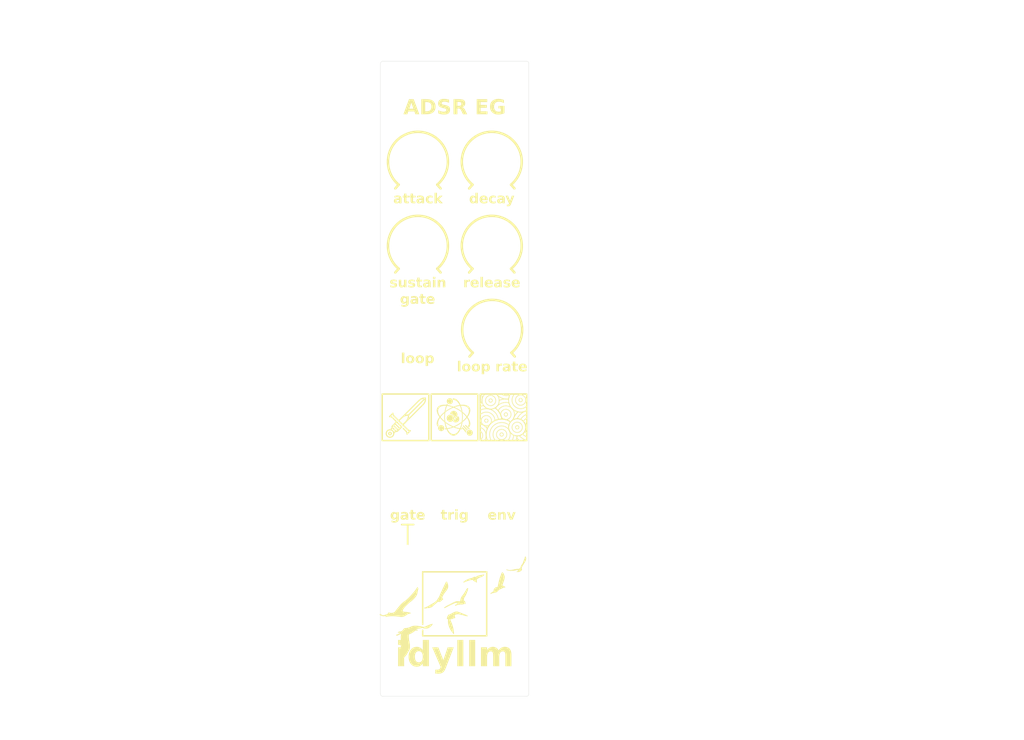
<source format=kicad_pcb>
(kicad_pcb (version 20241229) (generator "pcbnew") (generator_version "9.0")
  (title_block (title "ADSR EG Faceplate") (date "2025-12-23") (rev "1.0") (company "idyllm") (comment 1 "CC BY-SA 4.0"))
  (layers (0 "F.Cu" signal) (2 "B.Cu" signal) (13 "F.Paste" user) (15 "B.Paste" user) (5 "F.SilkS" user "F.Silkscreen") (7 "B.SilkS" user "B.Silkscreen") (1 "F.Mask" user) (3 "B.Mask" user) (25 "Edge.Cuts" user))
  (net 0 "")
  (footprint "AudioJacks:PanelHole_AudioJack_6.8mm" (layer "F.Cu") (at 115 121)
    (property "Reference" "H12" (hide yes))
    (property "Value" "MountingHole")
    (pad "" np_thru_hole circle (at 0 0) (size 6.8 6.8) (drill 6.8) (layers "*.Cu" "*.Mask"))
  )
  (footprint "MountingHole:MountingHole_5.5mm" (layer "F.Cu") (at 105.5 136.5)
    (property "Reference" "H14" (hide yes))
    (property "Value" "MountingHole")
    (pad "" np_thru_hole circle (at 0 0) (size 5.8 5.5) (drill 5.8) (layers "*.Cu" "*.Mask"))
  )
  (footprint "MountingHole:MountingHole_3.2mm_M3_DIN965" (layer "F.Cu") (at 122.74 161.25)
    (property "Reference" "H4" (hide yes))
    (property "Value" "MountingHole")
    (pad "" np_thru_hole circle (at 0 0) (size 3.2 3.2) (drill 3.2) (layers "*.Cu" "*.Mask"))
  )
  (footprint "MountingHole:MountingHole_3.2mm_M3_DIN965" (layer "F.Cu") (at 107.5 161.25)
    (property "Reference" "H3" (hide yes))
    (property "Value" "MountingHole")
    (pad "" np_thru_hole oval (at 0 0) (size 3.8 3.2) (drill oval 3.8 3.2) (layers "*.Cu" "*.Mask"))
  )
  (footprint "MountingHole:MountingHole_3.2mm_M3_DIN965" (layer "F.Cu") (at 125.5 131)
    (property "Reference" "H15" (hide yes))
    (property "Value" "MountingHole")
    (pad "" np_thru_hole circle (at 0 0) (size 3.2 3.2) (drill 3.2) (layers "*.Cu" "*.Mask"))
  )
  (footprint "MountingHole:MountingHole_5.5mm" (layer "F.Cu") (at 107.5 90)
    (property "Reference" "H9" (hide yes))
    (property "Value" "MountingHole")
    (pad "" np_thru_hole circle (at 0 0) (size 5.8 5.5) (drill 5.8) (layers "*.Cu" "*.Mask"))
  )
  (footprint "AudioJacks:PanelHole_Potentiometer_6.8mm_13mm_knob" (layer "F.Cu") (at 122.5 56)
    (property "Reference" "H6" (hide yes))
    (property "Value" "MountingHole")
    (pad "" np_thru_hole circle (at 0 0) (size 6.8 6.8) (drill 6.8) (layers "*.Cu" "*.Mask"))
  )
  (footprint "MountingHole:MountingHole_3.2mm_M3_DIN965" (layer "F.Cu") (at 107.5 38.75)
    (property "Reference" "H1" (hide yes))
    (property "Value" "MountingHole")
    (pad "" np_thru_hole oval (at 0 0) (size 3.8 3.2) (drill oval 3.8 3.2) (layers "*.Cu" "*.Mask"))
  )
  (footprint "AudioJacks:PanelHole_Potentiometer_6.8mm_13mm_knob" (layer "F.Cu") (at 107.5 73)
    (property "Reference" "H7" (hide yes))
    (property "Value" "MountingHole")
    (pad "" np_thru_hole circle (at 0 0) (size 6.8 6.8) (drill 6.8) (layers "*.Cu" "*.Mask"))
  )
  (footprint "AudioJacks:PanelHole_AudioJack_6.8mm" (layer "F.Cu") (at 124.5 121)
    (property "Reference" "H13" (hide yes))
    (property "Value" "MountingHole")
    (pad "" np_thru_hole circle (at 0 0) (size 6.8 6.8) (drill 6.8) (layers "*.Cu" "*.Mask"))
  )
  (footprint "AudioJacks:PanelHole_AudioJack_6.8mm" (layer "F.Cu") (at 105.5 121)
    (property "Reference" "H11" (hide yes))
    (property "Value" "MountingHole")
    (pad "" np_thru_hole circle (at 0 0) (size 6.8 6.8) (drill 6.8) (layers "*.Cu" "*.Mask"))
  )
  (footprint "AudioJacks:PanelHole_Potentiometer_6.8mm_13mm_knob" (layer "F.Cu") (at 122.5 90)
    (property "Reference" "H10" (hide yes))
    (property "Value" "MountingHole")
    (pad "" np_thru_hole circle (at 0 0) (size 6.8 6.8) (drill 6.8) (layers "*.Cu" "*.Mask"))
  )
  (footprint "AudioJacks:PanelHole_Potentiometer_6.8mm_13mm_knob" (layer "F.Cu") (at 122.5 73)
    (property "Reference" "H8" (hide yes))
    (property "Value" "MountingHole")
    (pad "" np_thru_hole circle (at 0 0) (size 6.8 6.8) (drill 6.8) (layers "*.Cu" "*.Mask"))
  )
  (footprint "AudioJacks:PanelHole_Potentiometer_6.8mm_13mm_knob" (layer "F.Cu") (at 107.5 56)
    (property "Reference" "H5" (hide yes))
    (property "Value" "MountingHole")
    (pad "" np_thru_hole circle (at 0 0) (size 6.8 6.8) (drill 6.8) (layers "*.Cu" "*.Mask"))
  )
  (footprint "MountingHole:MountingHole_3.2mm_M3_DIN965" (layer "F.Cu") (at 122.74 38.75)
    (property "Reference" "H2" (hide yes))
    (property "Value" "MountingHole")
    (pad "" np_thru_hole circle (at 0 0) (size 3.2 3.2) (drill 3.2) (layers "*.Cu" "*.Mask"))
  )
  (gr_poly (pts (xy 121.491677 106.748411) (xy 121.579158 106.755051) (xy 121.665385 106.765965) (xy 121.750249 106.781045) (xy 121.833644 106.800186) (xy 121.915462 106.82328) (xy 121.995596 106.850223) (xy 122.073938 106.880907) (xy 122.150381 106.915226) (xy 122.224819 106.953074) (xy 122.297142 106.994345) (xy 122.367245 107.038932) (xy 122.43502 107.08673) (xy 122.500359 107.137632) (xy 122.563156 107.191531) (xy 122.623302 107.248322) (xy 122.680691 107.307898) (xy 122.735215 107.370153) (xy 122.786767 107.43498) (xy 122.835239 107.502274) (xy 122.880525 107.571929) (xy 122.922516 107.643837) (xy 122.961106 107.717892) (xy 122.996187 107.793989) (xy 123.027652 107.872021) (xy 123.055394 107.951882) (xy 123.079305 108.033466) (xy 123.099278 108.116665) (xy 123.115205 108.201375) (xy 123.126979 108.287489) (xy 123.134494 108.3749) (xy 123.137641 108.463502) (xy 123.002084 108.533051) (xy 122.870625 108.608791) (xy 122.743442 108.690528) (xy 122.62071 108.778066) (xy 122.502608 108.871208) (xy 122.389311 108.969761) (xy 122.280997 109.073526) (xy 122.177843 109.18231) (xy 122.080025 109.295916) (xy 121.98772 109.414149) (xy 121.901105 109.536813) (xy 121.820357 109.663712) (xy 121.745653 109.79465) (xy 121.677169 109.929433) (xy 121.615082 110.067863) (xy 121.55957 110.209746) (xy 121.571553 110.177076) (xy 121.583898 110.144546) (xy 121.596605 110.112156) (xy 121.609673 110.079906) (xy 121.541729 109.988527) (xy 121.469867 109.900766) (xy 121.394239 109.816723) (xy 121.314997 109.7365) (xy 121.232293 109.660197) (xy 121.146281 109.587914) (xy 121.057111 109.519752) (xy 120.964936 109.455811) (xy 120.869909 109.396192) (xy 120.772182 109.340994) (xy 120.671906 109.29032) (xy 120.569235 109.244269) (xy 120.464321 109.202941) (xy 120.357315 109.166437) (xy 120.24837 109.134858) (xy 120.137638 109.108305) (xy 120.137638 107.294462) (xy 120.200628 107.230674) (xy 120.266506 107.1705) (xy 120.335115 107.114009) (xy 120.406295 107.06127) (xy 120.479886 107.012352) (xy 120.55573 106.967324) (xy 120.633667 106.926255) (xy 120.713539 106.889213) (xy 120.795186 106.856268) (xy 120.878449 106.827489) (xy 120.963169 106.802945) (xy 121.049186 106.782704) (xy 121.136342 106.766836) (xy 121.224477 106.755409) (xy 121.313433 106.748493) (xy 121.403049 106.746156) (xy 121.403048 106.746149)) (stroke (width 0.144)) (fill no) (layer "F.SilkS"))
  (gr_poly (pts (xy 125.990675 109.295676) (xy 125.981128 109.326498) (xy 125.972156 109.357491) (xy 125.963763 109.388644) (xy 125.955949 109.41995) (xy 125.963763 109.388644) (xy 125.972156 109.35749) (xy 125.981128 109.326497) (xy 125.990675 109.295673)) (stroke (width 0.144)) (fill no) (layer "F.SilkS"))
  (gr_poly (pts (xy 121.378416 111.066619) (xy 121.37688 111.088323) (xy 121.378416 111.06663) (xy 121.380103 111.044938) (xy 121.380105 111.044927)) (stroke (width 0.144)) (fill no) (layer "F.SilkS"))
  (gr_poly (pts (xy 124.653962 139.194791) (xy 124.656679 139.195497) (xy 124.659538 139.196579) (xy 124.662553 139.198081) (xy 124.665743 139.200046) (xy 124.669122 139.20252) (xy 124.672708 139.205545) (xy 124.680566 139.213429) (xy 124.689448 139.22405) (xy 124.699486 139.237761) (xy 124.710813 139.254914) (xy 124.72356 139.275862) (xy 124.737859 139.300957) (xy 124.78849 139.323447) (xy 124.801399 139.331647) (xy 124.814574 139.342567) (xy 124.828097 139.357051) (xy 124.842051 139.375944) (xy 124.856517 139.400091) (xy 124.871579 139.430335) (xy 124.887319 139.467522) (xy 124.903818 139.512496) (xy 124.92116 139.566101) (xy 124.939427 139.629182) (xy 124.958701 139.702584) (xy 124.979065 139.78715) (xy 125.01349 139.843825) (xy 125.029125 139.875012) (xy 125.043048 139.909291) (xy 125.054764 139.947556) (xy 125.063777 139.990701) (xy 125.069593 140.039621) (xy 125.071717 140.09521) (xy 125.069654 140.158361) (xy 125.062908 140.22997) (xy 125.050985 140.31093) (xy 125.033389 140.402135) (xy 125.009626 140.50448) (xy 124.979199 140.618859) (xy 124.941615 140.746165) (xy 124.896379 140.887294) (xy 124.876474 140.956142) (xy 124.853001 141.027406) (xy 124.799109 141.174636) (xy 124.742229 141.323889) (xy 124.715018 141.397683) (xy 124.689882 141.470072) (xy 124.667761 141.540421) (xy 124.649595 141.608092) (xy 124.636325 141.672448) (xy 124.631819 141.703185) (xy 124.62889 141.732854) (xy 124.627656 141.761376) (xy 124.628233 141.788672) (xy 124.63074 141.814661) (xy 124.635293 141.839265) (xy 124.642011 141.862403) (xy 124.651011 141.883997) (xy 124.66241 141.903966) (xy 124.676327 141.92223) (xy 124.694359 141.922381) (xy 124.711984 141.921777) (xy 124.746747 141.919806) (xy 124.764249 141.91919) (xy 124.782075 141.91932) (xy 124.800409 141.920572) (xy 124.819431 141.923321) (xy 124.839326 141.927941) (xy 124.849658 141.93107) (xy 124.860276 141.934808) (xy 124.871204 141.939201) (xy 124.882464 141.944297) (xy 124.894079 141.950142) (xy 124.906072 141.956783) (xy 124.918466 141.964267) (xy 124.931283 141.972642) (xy 124.944547 141.981953) (xy 124.95828 141.992248) (xy 124.972505 142.003573) (xy 124.987245 142.015976) (xy 125.002523 142.029504) (xy 125.018361 142.044203) (xy 125.057431 142.068465) (xy 125.091506 142.090116) (xy 125.106682 142.099968) (xy 125.120625 142.109174) (xy 125.133338 142.117737) (xy 125.144826 142.125659) (xy 125.155095 142.132943) (xy 125.164149 142.139591) (xy 125.171993 142.145606) (xy 125.178632 142.150989) (xy 125.18407 142.155744) (xy 125.188313 142.159873) (xy 125.191365 142.163377) (xy 125.192445 142.164897) (xy 125.193231 142.166261) (xy 125.192509 142.167303) (xy 125.191079 142.168201) (xy 125.186233 142.169589) (xy 125.178963 142.170481) (xy 125.16954 142.170932) (xy 125.145313 142.170728) (xy 125.115717 142.169418) (xy 125.049071 142.165236) (xy 125.016348 142.163245) (xy 124.98691 142.161905) (xy 124.956181 142.175859) (xy 124.926862 142.190267) (xy 124.897711 142.204729) (xy 124.867487 142.218848) (xy 124.851584 142.225653) (xy 124.834948 142.232223) (xy 124.817423 142.238507) (xy 124.798853 142.244455) (xy 124.779085 142.250019) (xy 124.757961 142.255147) (xy 124.735328 142.25979) (xy 124.71103 142.263897) (xy 124.690833 142.281014) (xy 124.669335 142.297849) (xy 124.622908 142.330614) (xy 124.572689 142.362072) (xy 124.519617 142.392105) (xy 124.464632 142.420591) (xy 124.408674 142.447413) (xy 124.352682 142.47245) (xy 124.297596 142.495582) (xy 124.193899 142.535655) (xy 124.105099 142.566676) (xy 124.038713 142.587688) (xy 124.002258 142.597734) (xy 123.990231 142.606726) (xy 123.969183 142.626006) (xy 123.905129 142.68949) (xy 123.724937 142.874564) (xy 123.629226 142.972388) (xy 123.54339 143.057893) (xy 123.507367 143.092313) (xy 123.477642 143.119197) (xy 123.455493 143.137061) (xy 123.447658 143.142145) (xy 123.442195 143.144418) (xy 123.361135 143.159699) (xy 123.283634 143.175055) (xy 123.20962 143.190446) (xy 123.139021 143.205832) (xy 123.071764 143.22117) (xy 123.007777 143.236422) (xy 122.889322 143.266499) (xy 122.783077 143.295738) (xy 122.688462 143.323812) (xy 122.604896 143.350396) (xy 122.5318 143.375163) (xy 122.468595 143.397787) (xy 122.414701 143.417943) (xy 122.332525 143.449544) (xy 122.303083 143.460338) (xy 122.280634 143.467359) (xy 122.271849 143.469352) (xy 122.264596 143.470281) (xy 122.2588 143.470103) (xy 122.25439 143.468778) (xy 122.255978 143.464193) (xy 122.264168 143.455353) (xy 122.298606 143.426032) (xy 122.427518 143.328739) (xy 122.82784 143.042771) (xy 123.232186 142.75539) (xy 123.366127 142.656331) (xy 123.403835 142.625863) (xy 123.417386 142.611113) (xy 123.417396 142.611214) (xy 123.419163 142.606526) (xy 123.419272 142.603128) (xy 123.417805 142.600955) (xy 123.41484 142.599947) (xy 123.41046 142.60004) (xy 123.404745 142.601171) (xy 123.389629 142.606299) (xy 123.370138 142.614831) (xy 123.346915 142.626264) (xy 123.291852 142.655833) (xy 123.165291 142.727754) (xy 123.104099 142.76209) (xy 123.051171 142.790001) (xy 123.017506 142.804219) (xy 122.98738 142.815377) (xy 122.960883 142.823395) (xy 122.949024 142.826203) (xy 122.938106 142.828197) (xy 122.92814 142.829367) (xy 122.919138 142.829703) (xy 122.911111 142.829197) (xy 122.90407 142.827837) (xy 122.898027 142.825615) (xy 122.892992 142.82252) (xy 122.888978 142.818543) (xy 122.885994 142.813674) (xy 122.884054 142.807903) (xy 122.883167 142.801221) (xy 122.883345 142.793617) (xy 122.8846 142.785083) (xy 122.886942 142.775607) (xy 122.890383 142.765181) (xy 122.894935 142.753795) (xy 122.900608 142.741439) (xy 122.907414 142.728104) (xy 122.915363 142.713778) (xy 122.93474 142.68212) (xy 122.958828 142.646387) (xy 122.987718 142.606501) (xy 122.997685 142.580295) (xy 123.009204 142.554556) (xy 123.022201 142.529262) (xy 123.036603 142.504391) (xy 123.052334 142.479921) (xy 123.069321 142.455828) (xy 123.087489 142.432091) (xy 123.106765 142.408688) (xy 123.127073 142.385595) (xy 123.148341 142.362792) (xy 123.170493 142.340255) (xy 123.193456 142.317962) (xy 123.217156 142.295891) (xy 123.241518 142.274019) (xy 123.291931 142.230785) (xy 123.345208 142.227303) (xy 123.395187 142.223245) (xy 123.441823 142.218602) (xy 123.485071 142.213366) (xy 123.524885 142.20753) (xy 123.56122 142.201086) (xy 123.578069 142.197633) (xy 123.594031 142.194025) (xy 123.609101 142.190261) (xy 123.623272 142.18634) (xy 123.63654 142.18226) (xy 123.648898 142.178022) (xy 123.660341 142.173624) (xy 123.670863 142.169064) (xy 123.680459 142.164343) (xy 123.689123 142.159458) (xy 123.696848 142.154409) (xy 123.703631 142.149196) (xy 123.709464 142.143816) (xy 123.714342 142.138269) (xy 123.718259 142.132554) (xy 123.721211 142.12667) (xy 123.72319 142.120617) (xy 123.724192 142.114392) (xy 123.724211 142.107995) (xy 123.723241 142.101425) (xy 123.732697 142.08149) (xy 123.745825 142.033055) (xy 123.783374 141.860779) (xy 123.905542 141.285271) (xy 123.99125 140.92242) (xy 124.094101 140.536427) (xy 124.152125 140.341062) (xy 124.214638 140.147482) (xy 124.281709 139.958212) (xy 124.353406 139.775775) (xy 124.356083 139.77325) (xy 124.358885 139.771554) (xy 124.361803 139.770638) (xy 124.364826 139.770453) (xy 124.367945 139.770949) (xy 124.371151 139.772078) (xy 124.374433 139.773791) (xy 124.377784 139.776039) (xy 124.381192 139.778772) (xy 124.384649 139.781941) (xy 124.39167 139.789394) (xy 124.398771 139.798005) (xy 124.405874 139.807382) (xy 124.432787 139.844698) (xy 124.438759 139.852019) (xy 124.444275 139.857751) (xy 124.446839 139.859899) (xy 124.44926 139.861503) (xy 124.451529 139.862514) (xy 124.453636 139.862883) (xy 124.449067 139.837853) (xy 124.443809 139.812678) (xy 124.432243 139.762106) (xy 124.420973 139.711595) (xy 124.416084 139.686496) (xy 124.412032 139.661574) (xy 124.40907 139.636882) (xy 124.407454 139.612474) (xy 124.407436 139.588403) (xy 124.409273 139.564724) (xy 124.410965 139.553047) (xy 124.413216 139.541489) (xy 124.416058 139.530055) (xy 124.419522 139.518753) (xy 124.42364 139.507588) (xy 124.428444 139.496569) (xy 124.433966 139.485701) (xy 124.440237 139.474991) (xy 124.446589 139.473392) (xy 124.452934 139.474051) (xy 124.45927 139.476823) (xy 124.465592 139.481566) (xy 124.471896 139.488138) (xy 124.478179 139.496395) (xy 124.490667 139.517395) (xy 124.503023 139.543422) (xy 124.515218 139.573334) (xy 124.539002 139.640244) (xy 124.561777 139.708984) (xy 124.583299 139.770412) (xy 124.593514 139.795528) (xy 124.603325 139.815388) (xy 124.608069 139.82299) (xy 124.612701 139.828849) (xy 124.617216 139.832824) (xy 124.621612 139.83477) (xy 124.622539 139.8245) (xy 124.621026 139.808754) (xy 124.611991 139.762826) (xy 124.579065 139.627184) (xy 124.560421 139.545446) (xy 124.543821 139.459748) (xy 124.537107 139.41666) (xy 124.531887 139.374077) (xy 124.52849 139.332498) (xy 124.527243 139.292422) (xy 124.532201 139.291422) (xy 124.537162 139.291494) (xy 124.542121 139.292573) (xy 124.547069 139.294592) (xy 124.551999 139.297485) (xy 124.556902 139.301187) (xy 124.561772 139.305631) (xy 124.566601 139.310751) (xy 124.57138 139.316481) (xy 124.576103 139.322754) (xy 124.585349 139.336669) (xy 124.594277 139.351965) (xy 124.602827 139.368115) (xy 124.618544 139.400858) (xy 124.632012 139.430669) (xy 124.642743 139.453315) (xy 124.64693 139.46063) (xy 124.648701 139.463054) (xy 124.650248 139.464567) (xy 124.651794 139.462403) (xy 124.652937 139.459464) (xy 124.654111 139.451413) (xy 124.653966 139.440718) (xy 124.652698 139.427684) (xy 124.647582 139.395817) (xy 124.640333 139.358249) (xy 124.632523 139.317414) (xy 124.625723 139.275752) (xy 124.623193 139.255371) (xy 124.621505 139.235696) (xy 124.620856 139.217033) (xy 124.621441 139.199685) (xy 124.626312 139.199589) (xy 124.630889 139.198704) (xy 124.639684 139.195979) (xy 124.644167 139.194844) (xy 124.648882 139.19433)) (stroke (width 0.097555)) (fill yes) (layer "F.SilkS"))
  (gr_poly (pts (xy 126.227332 108.819958) (xy 126.213359 108.839561) (xy 126.199659 108.859354) (xy 126.213358 108.839561) (xy 126.227331 108.81996) (xy 126.227687 108.819475)) (stroke (width 0.144)) (fill no) (layer "F.SilkS"))
  (gr_curve (pts (xy 105.690235 107.334196) (xy 105.279421 107.366983) (xy 104.843717 107.338165) (xy 104.180143 108.00174)) (stroke (width 0.239074)) (layer "F.SilkS"))
  (gr_poly (pts (xy 112.974557 146.299383) (xy 112.974534 146.299368) (xy 112.974678 146.29929)) (stroke (width 0.165)) (fill yes) (layer "F.SilkS"))
  (gr_line (start 103.254002 108.697493) (end 103.265487 108.707655) (stroke (width 0.240481)) (layer "F.SilkS"))
  (gr_poly (pts (xy 120.858929 139.706984) (xy 120.821695 139.746243) (xy 120.782526 139.782858) (xy 120.741557 139.817023) (xy 120.698923 139.848934) (xy 120.654759 139.878785) (xy 120.562381 139.933085) (xy 120.465502 139.981481) (xy 120.365202 140.02553) (xy 120.158657 140.106821) (xy 119.951381 140.189416) (xy 119.850168 140.235097) (xy 119.752012 140.285777) (xy 119.65799 140.343013) (xy 119.612867 140.374577) (xy 119.569183 140.408363) (xy 119.527073 140.444568) (xy 119.486671 140.483385) (xy 119.448113 140.52501) (xy 119.411533 140.569636) (xy 119.398862 140.695414) (xy 119.393196 140.759144) (xy 119.389397 140.825272) (xy 119.38853 140.859665) (xy 119.38853 140.895175) (xy 119.389529 140.931973) (xy 119.39166 140.970232) (xy 119.395057 141.010124) (xy 119.399853 141.051821) (xy 119.406181 141.095496) (xy 119.414174 141.14132) (xy 119.383975 141.113002) (xy 119.354414 141.087359) (xy 119.325485 141.064197) (xy 119.29718 141.043323) (xy 119.269492 141.024543) (xy 119.242414 141.007664) (xy 119.215938 140.99249) (xy 119.190056 140.978829) (xy 119.140048 140.95527) (xy 119.092331 140.935435) (xy 119.003532 140.900735) (xy 118.962333 140.882768) (xy 118.942507 140.872953) (xy 118.923188 140.862324) (xy 118.904367 140.850688) (xy 118.886038 140.837851) (xy 118.868193 140.823619) (xy 118.850825 140.807799) (xy 118.833926 140.790196) (xy 118.817489 140.770617) (xy 118.801507 140.748867) (xy 118.785972 140.724754) (xy 118.770877 140.698083) (xy 118.756214 140.66866) (xy 118.741976 140.636292) (xy 118.728157 140.600785) (xy 118.606042 140.605536) (xy 118.484931 140.61555) (xy 118.364762 140.630498) (xy 118.245472 140.650056) (xy 118.126999 140.673895) (xy 118.00928 140.701689) (xy 117.892253 140.733112) (xy 117.775857 140.767836) (xy 117.660027 140.805534) (xy 117.544703 140.845881) (xy 117.31532 140.93321) (xy 117.087209 141.027209) (xy 116.86021 141.125117) (xy 117.013862 141.006873) (xy 117.173482 140.891976) (xy 117.257317 140.836393) (xy 117.344827 140.782349) (xy 117.436754 140.730066) (xy 117.533843 140.679765) (xy 117.636837 140.63167) (xy 117.746479 140.586001) (xy 117.863512 140.542981) (xy 117.98868 140.502831) (xy 118.122726 140.465774) (xy 118.266393 140.432031) (xy 118.420426 140.401824) (xy 118.585567 140.375376) (xy 118.600619 140.357837) (xy 118.615748 140.341227) (xy 118.630946 140.325515) (xy 118.646207 140.31067) (xy 118.676894 140.28346) (xy 118.70776 140.259354) (xy 118.738752 140.238105) (xy 118.769823 140.219471) (xy 118.80092 140.203207) (xy 118.831994 140.189069) (xy 118.862995 140.176812) (xy 118.893873 140.166193) (xy 118.924576 140.156966) (xy 118.955055 140.148888) (xy 119.01514 140.135201) (xy 119.073726 140.123178) (xy 119.070202 140.133233) (xy 119.067195 140.142929) (xy 119.064684 140.152278) (xy 119.062648 140.16129) (xy 119.061068 140.169978) (xy 119.059922 140.178352) (xy 119.059191 140.186424) (xy 119.058853 140.194205) (xy 119.058887 140.201706) (xy 119.059275 140.20894) (xy 119.059994 140.215917) (xy 119.061024 140.222648) (xy 119.062345 140.229146) (xy 119.063936 140.235421) (xy 119.065777 140.241485) (xy 119.067847 140.247349) (xy 119.070125 140.253024) (xy 119.072591 140.258523) (xy 119.075225 140.263855) (xy 119.078006 140.269034) (xy 119.083925 140.278973) (xy 119.090186 140.288431) (xy 119.115349 140.323274) (xy 119.225123 140.22069) (xy 119.330589 140.134094) (xy 119.432707 140.061815) (xy 119.532443 140.002182) (xy 119.630759 139.953525) (xy 119.728619 139.914172) (xy 119.826987 139.882455) (xy 119.926825 139.8567) (xy 120.029098 139.835239) (xy 120.134768 139.816401) (xy 120.360155 139.779908) (xy 120.481799 139.758913) (xy 120.610695 139.733858) (xy 120.747805 139.703073) (xy 120.894094 139.664886)) (stroke (width 0.165)) (fill yes) (layer "F.SilkS"))
  (gr_poly (pts (xy 124.494457 108.846618) (xy 124.494456 108.846618) (xy 124.494457 108.846618)) (stroke (width 0.144)) (fill no) (layer "F.SilkS"))
  (gr_poly (pts (xy 129.568507 110.973864) (xy 129.540453 110.957644) (xy 129.512725 110.940914) (xy 129.485328 110.923678) (xy 129.458269 110.905941) (xy 129.431555 110.887708) (xy 129.405193 110.868985) (xy 129.379189 110.849777) (xy 129.35355 110.830087) (xy 129.328283 110.809923) (xy 129.303394 110.789287) (xy 129.278891 110.768187) (xy 129.25478 110.746626) (xy 129.231067 110.72461) (xy 129.20776 110.702143) (xy 129.184865 110.679231) (xy 129.16239 110.655879) (xy 129.188099 110.607463) (xy 129.212226 110.558346) (xy 129.23476 110.508567) (xy 129.255691 110.458167) (xy 129.275008 110.407185) (xy 129.292702 110.355659) (xy 129.308762 110.30363) (xy 129.323179 110.251136) (xy 129.335942 110.198218) (xy 129.347041 110.144914) (xy 129.356466 110.091265) (xy 129.364207 110.037309) (xy 129.370253 109.983086) (xy 129.374595 109.928635) (xy 129.377223 109.873996) (xy 129.378126 109.819208) (xy 129.376137 109.73627) (xy 129.37022 109.653856) (xy 129.360425 109.572093) (xy 129.346804 109.49111) (xy 129.329408 109.411035) (xy 129.308287 109.331996) (xy 129.283494 109.254122) (xy 129.255078 109.177542) (xy 129.223092 109.102383) (xy 129.187585 109.028773) (xy 129.14861 108.956842) (xy 129.106217 108.886717) (xy 129.060458 108.818528) (xy 129.011383 108.752401) (xy 128.959044 108.688466) (xy 128.903491 108.626851) (xy 128.933428 108.574596) (xy 128.965091 108.523519) (xy 128.998441 108.473657) (xy 129.033443 108.425049) (xy 129.070057 108.377733) (xy 129.108246 108.331746) (xy 129.147974 108.287127) (xy 129.189201 108.243914) (xy 129.231891 108.202145) (xy 129.276005 108.161859) (xy 129.321507 108.123092) (xy 129.368358 108.085885) (xy 129.416521 108.050273) (xy 129.465958 108.016297) (xy 129.516632 107.983993) (xy 129.568505 107.9534)) (stroke (width 0.144)) (fill no) (layer "F.SilkS"))
  (gr_curve (pts (xy 105.675312 107.319269) (xy 105.642524 107.730084) (xy 105.671343 108.165787) (xy 105.007768 108.829362)) (stroke (width 0.239074)) (layer "F.SilkS"))
  (gr_curve (pts (xy 125.305819 104.092178) (xy 124.855024 104.092258) (xy 124.409586 104.189909) (xy 124.0001 104.378423)) (stroke (width 0.144)) (layer "F.SilkS"))
  (gr_line (start 111.475 77.737798) (end 112.15 78.5) (stroke (width 0.5)) (layer "F.SilkS"))
  (gr_poly (pts (xy 126.030501 109.183901) (xy 126.019135 109.213105) (xy 126.008298 109.242508) (xy 125.997994 109.272103) (xy 126.008298 109.242507) (xy 126.019135 109.213103) (xy 126.030501 109.1839) (xy 126.042393 109.154905)) (stroke (width 0.144)) (fill no) (layer "F.SilkS"))
  (gr_curve (pts (xy 104.290659 109.732826) (xy 104.119727 109.561893) (xy 103.948796 109.390961) (xy 103.777864 109.220036)) (stroke (width 0.240481)) (layer "F.SilkS"))
  (gr_line (start 121.470589 152) (end 108.529411 152) (stroke (width 0.3)) (layer "F.SilkS"))
  (gr_poly (pts (xy 118.08961 110.300636) (xy 118.120193 110.303432) (xy 118.150373 110.307719) (xy 118.18011 110.313465) (xy 118.209361 110.320633) (xy 118.238084 110.329189) (xy 118.266239 110.339098) (xy 118.293784 110.350325) (xy 118.320677 110.362835) (xy 118.346876 110.376594) (xy 118.37234 110.391565) (xy 118.397028 110.407715) (xy 118.420898 110.425009) (xy 118.443907 110.443411) (xy 118.466016 110.462887) (xy 118.487181 110.483402) (xy 118.507362 110.50492) (xy 118.526516 110.527407) (xy 118.544603 110.550829) (xy 118.561581 110.575149) (xy 118.577408 110.600334) (xy 118.592042 110.626348) (xy 118.605443 110.653156) (xy 118.617567 110.680724) (xy 118.628375 110.709017) (xy 118.637824 110.737999) (xy 118.645872 110.767636) (xy 118.652479 110.797893) (xy 118.657602 110.828734) (xy 118.661199 110.860126) (xy 118.66321 110.891659) (xy 118.663622 110.922921) (xy 118.662471 110.953869) (xy 118.65979 110.984463) (xy 118.655616 111.014659) (xy 118.649982 111.044417) (xy 118.642924 111.073695) (xy 118.634476 111.102451) (xy 118.624673 111.130643) (xy 118.61355 111.15823) (xy 118.601141 111.185169) (xy 118.587481 111.21142) (xy 118.572605 111.236941) (xy 118.556548 111.261689) (xy 118.539344 111.285623) (xy 118.521028 111.308702) (xy 118.501636 111.330883) (xy 118.481201 111.352125) (xy 118.459759 111.372387) (xy 118.437343 111.391626) (xy 118.41399 111.4098) (xy 118.389734 111.426869) (xy 118.364609 111.44279) (xy 118.33865 111.457522) (xy 118.311892 111.471023) (xy 118.28437 111.483251) (xy 118.256118 111.494165) (xy 118.227172 111.503722) (xy 118.197565 111.511882) (xy 118.167334 111.518602) (xy 118.136512 111.523841) (xy 118.105134 111.527556) (xy 118.073609 111.529685) (xy 118.042349 111.530215) (xy 118.011397 111.52918) (xy 117.980794 111.526615) (xy 117.950582 111.522554) (xy 117.920804 111.517032) (xy 117.8915 111.510084) (xy 117.862713 111.501745) (xy 117.834484 111.492048) (xy 117.806856 111.481028) (xy 117.77987 111.468721) (xy 117.753568 111.45516) (xy 117.727991 111.44038) (xy 117.703183 111.424416) (xy 117.679184 111.407303) (xy 117.656037 111.389075) (xy 117.633783 111.369766) (xy 117.612464 111.349411) (xy 117.592122 111.328045) (xy 117.572799 111.305702) (xy 117.554536 111.282418) (xy 117.537376 111.258226) (xy 117.52136 111.233161) (xy 117.506531 111.207258) (xy 117.492929 111.180551) (xy 117.480597 111.153075) (xy 117.469577 111.124865) (xy 117.459911 111.095954) (xy 117.45164 111.066379) (xy 117.444806 111.036173) (xy 117.439451 111.00537) (xy 117.435618 110.974006) (xy 117.434796 110.964785) (xy 117.433022 110.933238) (xy 117.432845 110.901974) (xy 117.434229 110.871035) (xy 117.437139 110.840463) (xy 117.44154 110.810299) (xy 117.447397 110.780584) (xy 117.454675 110.75136) (xy 117.463339 110.722669) (xy 117.473354 110.694551) (xy 117.484685 110.667049) (xy 117.497296 110.640203) (xy 117.511153 110.614056) (xy 117.52622 110.588648) (xy 117.542463 110.564021) (xy 117.559846 110.540217) (xy 117.578335 110.517277) (xy 117.597894 110.495242) (xy 117.618488 110.474154) (xy 117.640082 110.454055) (xy 117.662641 110.434985) (xy 117.686131 110.416986) (xy 117.710515 110.4001) (xy 117.735759 110.384368) (xy 117.761828 110.369832) (xy 117.788686 110.356533) (xy 117.8163 110.344512) (xy 117.844633 110.333811) (xy 117.87365 110.324471) (xy 117.903317 110.316534) (xy 117.933598 110.310042) (xy 117.964459 110.305035) (xy 117.995864 110.301555) (xy 118.027404 110.299663) (xy 118.058667 110.299369)) (fill yes) (layer "F.SilkS"))
  (gr_line (start 105.173591 110.617537) (end 104.60848 110.052422) (stroke (width 0.240481)) (layer "F.SilkS"))
  (gr_poly (pts (xy 120.379503 103.084845) (xy 120.400442 103.138955) (xy 120.420064 103.193494) (xy 120.438363 103.248438) (xy 120.455337 103.303761) (xy 120.470979 103.359439) (xy 120.485286 103.415447) (xy 120.498252 103.471761) (xy 120.509874 103.528355) (xy 120.520145 103.585206) (xy 120.529062 103.642287) (xy 120.53662 103.699575) (xy 120.542815 103.757044) (xy 120.547641 103.81467) (xy 120.551094 103.872429) (xy 120.553169 103.930295) (xy 120.553862 103.988244) (xy 120.552148 104.078935) (xy 120.547066 104.169277) (xy 120.538645 104.259182) (xy 120.526911 104.348559) (xy 120.511891 104.43732) (xy 120.493613 104.525375) (xy 120.472105 104.612636) (xy 120.447393 104.699014) (xy 120.419504 104.784419) (xy 120.388467 104.868762) (xy 120.354307 104.951954) (xy 120.317053 105.033907) (xy 120.276732 105.114531) (xy 120.233371 105.193737) (xy 120.186998 105.271435) (xy 120.137638 105.347538) (xy 120.137638 103.084486)) (stroke (width 0.144)) (fill no) (layer "F.SilkS"))
  (gr_curve (pts (xy 105.369954 111.163118) (xy 105.372356 110.951228) (xy 105.323319 110.769031) (xy 105.164198 110.609912)) (stroke (width 0.240481)) (layer "F.SilkS"))
  (gr_line (start 103.675 77.737798) (end 103 78.5) (stroke (width 0.5)) (layer "F.SilkS"))
  (gr_poly (pts (xy 127.69635 108.77937) (xy 127.749229 108.783391) (xy 127.801339 108.790013) (xy 127.852615 108.79917) (xy 127.902991 108.810796) (xy 127.952402 108.824827) (xy 128.000782 108.841197) (xy 128.048067 108.859841) (xy 128.09419 108.880693) (xy 128.139086 108.903687) (xy 128.18269 108.928759) (xy 128.224937 108.955843) (xy 128.26576 108.984873) (xy 128.305095 109.015784) (xy 128.342876 109.048511) (xy 128.379038 109.082987) (xy 128.413514 109.119149) (xy 128.446241 109.15693) (xy 128.477152 109.196265) (xy 128.506182 109.237088) (xy 128.533266 109.279335) (xy 128.558338 109.322939) (xy 128.581332 109.367835) (xy 128.602184 109.413958) (xy 128.620828 109.461242) (xy 128.637198 109.509623) (xy 128.651229 109.559033) (xy 128.662856 109.609409) (xy 128.672013 109.660685) (xy 128.678634 109.712795) (xy 128.682655 109.765673) (xy 128.68401 109.819255) (xy 128.682655 109.872838) (xy 128.678634 109.925716) (xy 128.672013 109.977826) (xy 128.662856 110.029102) (xy 128.651229 110.079478) (xy 128.637198 110.128888) (xy 128.620828 110.177269) (xy 128.602184 110.224553) (xy 128.581332 110.270676) (xy 128.558338 110.315572) (xy 128.533266 110.359176) (xy 128.506182 110.401423) (xy 128.477152 110.442246) (xy 128.446241 110.481581) (xy 128.413514 110.519362) (xy 128.379038 110.555524) (xy 128.342876 110.59) (xy 128.305095 110.622727) (xy 128.26576 110.653638) (xy 128.224937 110.682668) (xy 128.18269 110.709752) (xy 128.139086 110.734824) (xy 128.09419 110.757818) (xy 128.048067 110.77867) (xy 128.000782 110.797314) (xy 127.952402 110.813684) (xy 127.902991 110.827715) (xy 127.852615 110.839341) (xy 127.801339 110.848498) (xy 127.749229 110.85512) (xy 127.69635 110.859141) (xy 127.642768 110.860496) (xy 127.589186 110.859141) (xy 127.536307 110.85512) (xy 127.484197 110.848498) (xy 127.432921 110.839341) (xy 127.382545 110.827715) (xy 127.333134 110.813684) (xy 127.284754 110.797314) (xy 127.237469 110.77867) (xy 127.191346 110.757818) (xy 127.14645 110.734824) (xy 127.102846 110.709752) (xy 127.060599 110.682668) (xy 127.019776 110.653638) (xy 126.980441 110.622727) (xy 126.94266 110.59) (xy 126.906498 110.555524) (xy 126.872021 110.519362) (xy 126.839295 110.481581) (xy 126.808384 110.442246) (xy 126.779354 110.401423) (xy 126.75227 110.359176) (xy 126.727198 110.315572) (xy 126.704204 110.270676) (xy 126.683352 110.224553) (xy 126.664708 110.177269) (xy 126.648338 110.128888) (xy 126.634307 110.079478) (xy 126.62268 110.029102) (xy 126.613523 109.977826) (xy 126.606902 109.925716) (xy 126.602881 109.872838) (xy 126.601526 109.819255) (xy 126.602881 109.765673) (xy 126.606902 109.712795) (xy 126.613523 109.660685) (xy 126.62268 109.609409) (xy 126.634307 109.559033) (xy 126.648338 109.509623) (xy 126.664708 109.461242) (xy 126.683352 109.413958) (xy 126.704204 109.367835) (xy 126.727198 109.322939) (xy 126.75227 109.279335) (xy 126.779354 109.237088) (xy 126.808384 109.196265) (xy 126.839295 109.15693) (xy 126.872021 109.119149) (xy 126.906498 109.082987) (xy 126.94266 109.048511) (xy 126.980441 109.015784) (xy 127.019776 108.984873) (xy 127.060599 108.955843) (xy 127.102846 108.928759) (xy 127.14645 108.903687) (xy 127.191346 108.880693) (xy 127.237469 108.859841) (xy 127.284754 108.841197) (xy 127.333134 108.824827) (xy 127.382545 108.810796) (xy 127.432921 108.79917) (xy 127.484197 108.790013) (xy 127.536307 108.783391) (xy 127.589186 108.77937) (xy 127.642768 108.778015)) (stroke (width 0.144)) (fill no) (layer "F.SilkS"))
  (gr_poly (pts (xy 129.562319 103.090673) (xy 129.568505 103.09689) (xy 129.568507 105.528369) (xy 129.506007 105.589004) (xy 129.440843 105.646181) (xy 129.373161 105.699837) (xy 129.303109 105.74991) (xy 129.230834 105.79634) (xy 129.156482 105.839064) (xy 129.0802 105.87802) (xy 129.002135 105.913147) (xy 128.922434 105.944382) (xy 128.841244 105.971665) (xy 128.758712 105.994934) (xy 128.674985 106.014125) (xy 128.590209 106.029179) (xy 128.504531 106.040033) (xy 128.418099 106.046625) (xy 128.33106 106.048894) (xy 128.241756 106.046636) (xy 128.153625 106.039934) (xy 128.066776 106.028897) (xy 127.981316 106.013636) (xy 127.897357 105.994257) (xy 127.815005 105.970872) (xy 127.734372 105.943588) (xy 127.655565 105.912514) (xy 127.578693 105.877761) (xy 127.503866 105.839436) (xy 127.431193 105.797649) (xy 127.360783 105.752509) (xy 127.292744 105.704124) (xy 127.227186 105.652604) (xy 127.164218 105.598059) (xy 127.103949 105.540596) (xy 127.046487 105.480325) (xy 126.991943 105.417355) (xy 126.940425 105.351795) (xy 126.892041 105.283754) (xy 126.846902 105.213341) (xy 126.805116 105.140665) (xy 126.766792 105.065835) (xy 126.732039 104.988961) (xy 126.700966 104.91015) (xy 126.673682 104.829513) (xy 126.650297 104.747158) (xy 126.630919 104.663194) (xy 126.615658 104.57773) (xy 126.604621 104.490876) (xy 126.597919 104.40274) (xy 126.595661 104.313432) (xy 126.59789 104.227167) (xy 126.604365 104.141495) (xy 126.615027 104.056559) (xy 126.629816 103.972502) (xy 126.648673 103.889467) (xy 126.671538 103.807597) (xy 126.698351 103.727036) (xy 126.729053 103.647926) (xy 126.763584 103.570411) (xy 126.801884 103.494634) (xy 126.843894 103.420738) (xy 126.889555 103.348867) (xy 126.938806 103.279163) (xy 126.991588 103.211769) (xy 127.047842 103.146829) (xy 127.107507 103.084486) (xy 129.556103 103.084486)) (stroke (width 0.144)) (fill no) (layer "F.SilkS"))
  (gr_line (start 102.583312 109.396546) (end 103.594169 110.407401) (stroke (width 0.240481)) (layer "F.SilkS"))
  (gr_curve (pts (xy 102.502279 106.988386) (xy 102.284437 107.206231) (xy 102.066595 107.424071) (xy 101.84875 107.641915)) (stroke (width 0.240481)) (layer "F.SilkS"))
  (gr_curve (pts (xy 102.917629 109.062195) (xy 103.256534 109.401098) (xy 103.595438 109.74) (xy 103.934343 110.078906)) (stroke (width 0.240481)) (layer "F.SilkS"))
  (gr_curve (pts (xy 102.414332 109.883624) (xy 102.323283 109.79462) (xy 102.316277 109.656867) (xy 102.404417 109.568727)) (stroke (width 0.240481)) (layer "F.SilkS"))
  (gr_poly (pts (xy 107.679163 142.496691) (xy 107.646725 142.572567) (xy 107.618983 142.645831) (xy 107.575425 142.785597) (xy 107.544163 142.918138) (xy 107.520868 143.045605) (xy 107.480875 143.293915) (xy 107.455522 143.419059) (xy 107.420828 143.54773) (xy 107.372466 143.682077) (xy 107.341807 143.752052) (xy 107.306109 143.824251) (xy 107.26483 143.898945) (xy 107.217429 143.976403) (xy 107.163367 144.056892) (xy 107.102101 144.140681) (xy 107.033091 144.22804) (xy 106.955796 144.319237) (xy 106.869674 144.414541) (xy 106.774187 144.514221) (xy 106.668791 144.618545) (xy 106.552947 144.727783) (xy 106.426113 144.842203) (xy 106.287749 144.962073) (xy 106.123902 145.084948) (xy 105.957432 145.216088) (xy 105.790407 145.353919) (xy 105.624898 145.49687) (xy 105.462975 145.643366) (xy 105.306707 145.791836) (xy 105.158165 145.940706) (xy 105.019419 146.088403) (xy 104.892538 146.233356) (xy 104.779593 146.37399) (xy 104.682654 146.508733) (xy 104.640834 146.573403) (xy 104.603791 146.636011) (xy 104.571784 146.69636) (xy 104.545073 146.754253) (xy 104.523916 146.809494) (xy 104.508571 146.861886) (xy 104.499298 146.911232) (xy 104.496355 146.957336) (xy 104.5 147) (xy 104.510494 147.03903) (xy 104.565507 147.065487) (xy 104.618438 147.087538) (xy 104.66946 147.105597) (xy 104.718746 147.120076) (xy 104.766468 147.131389) (xy 104.812799 147.139949) (xy 104.857913 147.14617) (xy 104.901982 147.150465) (xy 104.945179 147.153248) (xy 104.987677 147.154931) (xy 105.071268 147.156654) (xy 105.154137 147.15894) (xy 105.195734 147.161327) (xy 105.237669 147.165096) (xy 105.337319 147.174833) (xy 105.426892 147.185842) (xy 105.507259 147.197911) (xy 105.579291 147.21083) (xy 105.643858 147.224387) (xy 105.701833 147.238371) (xy 105.754086 147.252571) (xy 105.801488 147.266776) (xy 105.960006 147.319422) (xy 105.996219 147.330484) (xy 106.032806 147.340284) (xy 106.07064 147.34861) (xy 106.110592 147.355253) (xy 106.116842 147.360925) (xy 106.122751 147.366454) (xy 106.12833 147.371839) (xy 106.133587 147.377078) (xy 106.138532 147.382166) (xy 106.143174 147.387103) (xy 106.147522 147.391886) (xy 106.151586 147.396511) (xy 106.155375 147.400977) (xy 106.158899 147.405281) (xy 106.162165 147.409421) (xy 106.165185 147.413393) (xy 106.167967 147.417196) (xy 106.17052 147.420828) (xy 106.172853 147.424285) (xy 106.174977 147.427564) (xy 106.178632 147.433583) (xy 106.181558 147.438865) (xy 106.18383 147.443388) (xy 106.185522 147.447134) (xy 106.186709 147.450083) (xy 106.187464 147.452213) (xy 106.18798 147.453942) (xy 106.098563 147.462626) (xy 106.014324 147.474512) (xy 105.93491 147.489369) (xy 105.859971 147.50697) (xy 105.789155 147.527085) (xy 105.722113 147.549485) (xy 105.658493 147.573943) (xy 105.597944 147.600227) (xy 105.540115 147.628111) (xy 105.484655 147.657364) (xy 105.379439 147.719066) (xy 105.279489 147.783501) (xy 105.181996 147.848839) (xy 105.084153 147.913249) (xy 104.983154 147.9749) (xy 104.876189 148.03196) (xy 104.819593 148.058197) (xy 104.760453 148.0826) (xy 104.698417 148.10494) (xy 104.633136 148.124988) (xy 104.564258 148.142515) (xy 104.491432 148.157293) (xy 104.414307 148.169092) (xy 104.332533 148.177685) (xy 104.245758 148.182841) (xy 104.153631 148.184332) (xy 103.746673 148.131241) (xy 103.339445 148.085914) (xy 102.93304 148.052547) (xy 102.730486 148.04166) (xy 102.528547 148.035337) (xy 102.32736 148.034101) (xy 102.127059 148.038479) (xy 101.927782 148.048994) (xy 101.729666 148.06617) (xy 101.532846 148.090533) (xy 101.337459 148.122607) (xy 101.143641 148.162917) (xy 100.95153 148.211986) (xy 101.028821 148.118414) (xy 101.046157 148.097072) (xy 101.062139 148.076794) (xy 101.076486 148.057701) (xy 101.088917 148.039914) (xy 101.094326 148.031549) (xy 101.099152 148.023556) (xy 101.103358 148.015951) (xy 101.10691 148.008748) (xy 101.109773 148.001963) (xy 101.111912 147.995612) (xy 101.113292 147.989708) (xy 101.113877 147.984268) (xy 101.113633 147.979306) (xy 101.113189 147.97701) (xy 101.112525 147.974839) (xy 101.111636 147.972795) (xy 101.110517 147.97088) (xy 101.109165 147.969096) (xy 101.107575 147.967446) (xy 101.105742 147.96593) (xy 101.103663 147.964551) (xy 101.098747 147.96221) (xy 101.092791 147.96044) (xy 101.085761 147.959254) (xy 101.038181 147.976082) (xy 100.990318 147.990713) (xy 100.942258 148.003219) (xy 100.894085 148.013674) (xy 100.845886 148.022151) (xy 100.797746 148.028723) (xy 100.749751 148.033465) (xy 100.701987 148.036448) (xy 100.654539 148.037747) (xy 100.607494 148.037435) (xy 100.560935 148.035585) (xy 100.51495 148.03227) (xy 100.425043 148.021539) (xy 100.338458 148.00583) (xy 100.255879 147.985728) (xy 100.177992 147.96182) (xy 100.105483 147.934692) (xy 100.039036 147.904931) (xy 99.979338 147.873123) (xy 99.927074 147.839855) (xy 99.882928 147.805712) (xy 99.864114 147.788497) (xy 99.847587 147.771283) (xy 99.841636 147.76345) (xy 99.836816 147.755518) (xy 99.833079 147.747504) (xy 99.830377 147.739427) (xy 99.82866 147.731307) (xy 99.827881 147.72316) (xy 99.827992 147.715005) (xy 99.828944 147.706862) (xy 99.830688 147.698748) (xy 99.833177 147.690681) (xy 99.836362 147.682681) (xy 99.840194 147.674765) (xy 99.844626 147.666952) (xy 99.849609 147.65926) (xy 99.855095 147.651709) (xy 99.861034 147.644315) (xy 99.874084 147.630076) (xy 99.88837 147.616691) (xy 99.903507 147.604307) (xy 99.919107 147.593072) (xy 99.934784 147.583132) (xy 99.950152 147.574635) (xy 99.964822 147.567729) (xy 99.978409 147.562561) (xy 100.149273 147.6804) (xy 100.192569 147.7089) (xy 100.235764 147.736033) (xy 100.278692 147.761309) (xy 100.321186 147.784235) (xy 100.363082 147.804321) (xy 100.404212 147.821076) (xy 100.424438 147.82805) (xy 100.44441 147.834007) (xy 100.464108 147.838886) (xy 100.48351 147.842625) (xy 100.502596 147.845163) (xy 100.521346 147.846437) (xy 100.539738 147.846388) (xy 100.557752 147.844953) (xy 100.575366 147.842071) (xy 100.592561 147.837681) (xy 100.609315 147.831721) (xy 100.625607 147.824129) (xy 100.724168 147.803925) (xy 100.835234 147.777769) (xy 100.953145 147.746273) (xy 101.012901 147.728716) (xy 101.072246 147.710054) (xy 101.130473 147.690364) (xy 101.186876 147.669723) (xy 101.240747 147.648209) (xy 101.291378 147.625897) (xy 101.338063 147.602865) (xy 101.380094 147.579189) (xy 101.416765 147.554946) (xy 101.447367 147.530213) (xy 101.465769 147.514281) (xy 101.482507 147.497941) (xy 101.497727 147.481228) (xy 101.511576 147.464179) (xy 101.524202 147.446829) (xy 101.535752 147.429216) (xy 101.546372 147.411373) (xy 101.55621 147.393339) (xy 101.565413 147.37515) (xy 101.574128 147.35684) (xy 101.590683 147.320005) (xy 101.607052 147.283125) (xy 101.624411 147.246488) (xy 101.698908 147.271876) (xy 101.773575 147.294824) (xy 101.848436 147.315006) (xy 101.923513 147.332096) (xy 101.99883 147.345769) (xy 102.074408 147.355699) (xy 102.150272 147.361559) (xy 102.226444 147.363025) (xy 102.302946 147.35977) (xy 102.379801 147.351469) (xy 102.457033 147.337795) (xy 102.534664 147.318423) (xy 102.612716 147.293027) (xy 102.691213 147.261282) (xy 102.770178 147.22286) (xy 102.849633 147.177438) (xy 102.964977 147.04105) (xy 103.07924 146.900337) (xy 103.30731 146.609168) (xy 103.539417 146.310399) (xy 103.781136 146.010495) (xy 103.907343 145.862138) (xy 104.038043 145.715922) (xy 104.173934 145.572656) (xy 104.315712 145.433148) (xy 104.464075 145.298206) (xy 104.619718 145.168639) (xy 104.78334 145.045254) (xy 104.955636 144.92886) (xy 105.048247 144.867095) (xy 105.16232 144.778426) (xy 105.295126 144.665308) (xy 105.443939 144.530192) (xy 105.778667 144.203781) (xy 106.144677 143.818818) (xy 106.520143 143.394926) (xy 106.7046 143.174515) (xy 106.883236 142.951732) (xy 107.053323 142.729028) (xy 107.212132 142.508857) (xy 107.356935 142.293673) (xy 107.485003 142.085928)) (fill yes) (layer "F.SilkS"))
  (gr_line (start 121.470589 139.058825) (end 121.470589 152) (stroke (width 0.3)) (layer "F.SilkS"))
  (gr_poly (pts (xy 126.256086 108.781348) (xy 126.241575 108.800554) (xy 126.227687 108.819475) (xy 126.241576 108.800551) (xy 126.256086 108.781344)) (stroke (width 0.144)) (fill no) (layer "F.SilkS"))
  (gr_poly (pts (xy 123.590813 108.287231) (xy 123.560321 108.296738) (xy 123.590809 108.287232) (xy 123.640181 108.272725) (xy 123.640185 108.272725)) (stroke (width 0.144)) (fill no) (layer "F.SilkS"))
  (gr_poly (pts (xy 121.464756 110.521983) (xy 121.47126 110.496998) (xy 121.471262 110.496995)) (stroke (width 0.144)) (fill no) (layer "F.SilkS"))
  (gr_curve (pts (xy 105.47211 110.270621) (xy 105.685637 110.48551) (xy 105.810881 110.489824) (xy 106.023483 110.509585)) (stroke (width 0.240481)) (layer "F.SilkS"))
  (gr_poly (pts (xy 118.119306 110.15183) (xy 118.101582 110.150328) (xy 118.083835 110.149238) (xy 118.066073 110.14856) (xy 118.048301 110.148294) (xy 118.030528 110.14844) (xy 118.012761 110.148997) (xy 117.995007 110.149966) (xy 117.977273 110.151347) (xy 117.950029 110.15441) (xy 117.922938 110.158441) (xy 117.896025 110.163434) (xy 117.869316 110.169382) (xy 117.842836 110.176279) (xy 117.816611 110.184119) (xy 117.790667 110.192897) (xy 117.765028 110.202605) (xy 117.074318 109.432072) (xy 117.186263 109.291491)) (fill yes) (layer "F.SilkS"))
  (gr_poly (pts (xy 116.860021 141.125262) (xy 116.859872 141.125262) (xy 116.86021 141.125117)) (stroke (width 0.165)) (fill yes) (layer "F.SilkS"))
  (gr_poly (pts (xy 116.702837 105.250565) (xy 116.702839 105.250565) (xy 116.821029 105.256023) (xy 116.935044 105.266037) (xy 117.04477 105.280555) (xy 117.150091 105.299525) (xy 117.250892 105.322894) (xy 117.347056 105.350609) (xy 117.393364 105.36608) (xy 117.43847 105.382618) (xy 117.482358 105.400216) (xy 117.525016 105.418867) (xy 117.566428 105.438566) (xy 117.60658 105.459305) (xy 117.645458 105.481078) (xy 117.683047 105.503878) (xy 117.719332 105.527699) (xy 117.7543 105.552534) (xy 117.787936 105.578377) (xy 117.820225 105.605221) (xy 117.851153 105.633059) (xy 117.880706 105.661885) (xy 117.908869 105.691692) (xy 117.935627 105.722474) (xy 117.960967 105.754224) (xy 117.984874 105.786935) (xy 118.007333 105.820602) (xy 118.02833 105.855216) (xy 118.070932 105.938266) (xy 118.105266 106.025357) (xy 118.131368 106.116294) (xy 118.149269 106.210879) (xy 118.159005 106.308913) (xy 118.160609 106.4102) (xy 118.154115 106.514543) (xy 118.139556 106.621743) (xy 118.116967 106.731603) (xy 118.086381 106.843927) (xy 118.047832 106.958516) (xy 118.001353 107.075173) (xy 117.946979 107.193701) (xy 117.884744 107.313901) (xy 117.81468 107.435578) (xy 117.736823 107.558533) (xy 117.651657 107.681934) (xy 117.559803 107.804941) (xy 117.461498 107.927345) (xy 117.356977 108.048935) (xy 117.246475 108.169502) (xy 117.130228 108.288837) (xy 117.008472 108.406728) (xy 116.881443 108.522967) (xy 116.749375 108.637344) (xy 116.612506 108.749649) (xy 116.47107 108.859672) (xy 116.325303 108.967203) (xy 116.175441 109.072034) (xy 116.02172 109.173953) (xy 115.864375 109.272751) (xy 115.703641 109.368219) (xy 115.531658 109.464535) (xy 115.358422 109.555704) (xy 115.184283 109.641613) (xy 115.009588 109.722153) (xy 114.834688 109.797212) (xy 114.659931 109.86668) (xy 114.485667 109.930444) (xy 114.312244 109.988395) (xy 114.140012 110.04042) (xy 113.969319 110.08641) (xy 113.800514 110.126252) (xy 113.633947 110.159836) (xy 113.469967 110.187051) (xy 113.308923 110.207786) (xy 113.151163 110.22193) (xy 112.997037 110.229371) (xy 113.005109 110.20439) (xy 113.012318 110.17917) (xy 113.018661 110.153733) (xy 113.024138 110.128101) (xy 113.028746 110.102298) (xy 113.032484 110.076346) (xy 113.03535 110.050267) (xy 113.037342 110.024085) (xy 113.18234 110.021842) (xy 113.331297 110.012786) (xy 113.483844 109.997029) (xy 113.639614 109.974684) (xy 113.798237 109.945862) (xy 113.959344 109.910678) (xy 114.122568 109.869243) (xy 114.287539 109.82167) (xy 114.453889 109.768073) (xy 114.621248 109.708563) (xy 114.789249 109.643253) (xy 114.957523 109.572257) (xy 115.1257 109.495686) (xy 115.293413 109.413653) (xy 115.460292 109.326272) (xy 115.62597 109.233655) (xy 115.773419 109.146079) (xy 115.917759 109.055447) (xy 116.058776 108.961952) (xy 116.196252 108.865786) (xy 116.329972 108.767143) (xy 116.459719 108.666213) (xy 116.585277 108.563191) (xy 116.706429 108.458267) (xy 116.822961 108.351636) (xy 116.934655 108.243488) (xy 117.041295 108.134017) (xy 117.142665 108.023414) (xy 117.238548 107.911874) (xy 117.32873 107.799587) (xy 117.412993 107.686746) (xy 117.491121 107.573544) (xy 117.562545 107.460751) (xy 117.626819 107.349131) (xy 117.683912 107.238864) (xy 117.733794 107.130132) (xy 117.776433 107.023116) (xy 117.811798 106.917996) (xy 117.839858 106.814955) (xy 117.860582 106.714173) (xy 117.873939 106.615831) (xy 117.879899 106.520111) (xy 117.878429 106.427193) (xy 117.874899 106.381842) (xy 117.869499 106.33726) (xy 117.862227 106.293468) (xy 117.853079 106.250491) (xy 117.84205 106.208349) (xy 117.829136 106.167067) (xy 117.814334 106.126667) (xy 117.797641 106.087172) (xy 117.779051 106.048603) (xy 117.758561 106.010984) (xy 117.712121 105.939047) (xy 117.658678 105.871824) (xy 117.598404 105.809378) (xy 117.531472 105.751773) (xy 117.458053 105.699073) (xy 117.37832 105.651342) (xy 117.292445 105.608642) (xy 117.200601 105.571039) (xy 117.10296 105.538595) (xy 116.999695 105.511375) (xy 116.890977 105.489441) (xy 116.776979 105.472859) (xy 116.657874 105.461691) (xy 116.533834 105.456002) (xy 116.405032 105.455854) (xy 116.271638 105.461312) (xy 116.134538 105.472372) (xy 115.994684 105.488925) (xy 115.85235 105.51088) (xy 115.707811 105.538147) (xy 115.561342 105.570634) (xy 115.413218 105.60825) (xy 115.263713 105.650905) (xy 115.113102 105.698507) (xy 114.961661 105.750965) (xy 114.809663 105.808188) (xy 114.657384 105.870086) (xy 114.505099 105.936567) (xy 114.353082 106.00754) (xy 114.201608 106.082914) (xy 114.050951 106.162598) (xy 113.901387 106.246502) (xy 113.605825 106.427137) (xy 113.326871 106.617304) (xy 113.065564 106.81547) (xy 112.82294 107.020108) (xy 112.600039 107.229685) (xy 112.397898 107.442672) (xy 112.217554 107.65754) (xy 112.13588 107.765201) (xy 112.060045 107.872757) (xy 111.990178 107.980019) (xy 111.92641 108.086795) (xy 111.868869 108.192892) (xy 111.817686 108.298121) (xy 111.772989 108.40229) (xy 111.73491 108.505208) (xy 111.703578 108.606682) (xy 111.679121 108.706523) (xy 111.661671 108.804539) (xy 111.651357 108.900538) (xy 111.648309 108.994329) (xy 111.652655 109.085722) (xy 111.664527 109.174524) (xy 111.684053 109.260545) (xy 111.711364 109.343593) (xy 111.746589 109.423477) (xy 111.730909 109.438664) (xy 111.715688 109.454269) (xy 111.700935 109.470281) (xy 111.686657 109.486689) (xy 111.67286 109.503481) (xy 111.659553 109.520648) (xy 111.646742 109.538178) (xy 111.634435 109.556059) (xy 111.622639 109.574282) (xy 111.611362 109.592835) (xy 111.60061 109.611708) (xy 111.590391 109.630889) (xy 111.580713 109.650368) (xy 111.571582 109.670133) (xy 111.563006 109.690174) (xy 111.554991 109.71048) (xy 111.547465 109.700099) (xy 111.540087 109.689629) (xy 111.532858 109.679068) (xy 111.525779 109.668419) (xy 111.518848 109.657682) (xy 111.512068 109.646856) (xy 111.505439 109.635943) (xy 111.498959 109.624944) (xy 111.454842 109.538708) (xy 111.419719 109.448746) (xy 111.393443 109.355279) (xy 111.375869 109.258528) (xy 111.366851 109.158712) (xy 111.366242 109.056053) (xy 111.373897 108.950771) (xy 111.389669 108.843088) (xy 111.413413 108.733224) (xy 111.444983 108.621399) (xy 111.484231 108.507835) (xy 111.531013 108.392752) (xy 111.585182 108.27637) (xy 111.646592 108.158911) (xy 111.790552 107.921643) (xy 111.961724 107.682714) (xy 112.15894 107.443889) (xy 112.381031 107.206933) (xy 112.626828 106.973614) (xy 112.895164 106.745695) (xy 113.184869 106.524943) (xy 113.494776 106.313124) (xy 113.823716 106.112003) (xy 114.008711 106.008626) (xy 114.195038 105.911253) (xy 114.382267 105.820015) (xy 114.569968 105.735039) (xy 114.757711 105.656453) (xy 114.945067 105.584387) (xy 115.131607 105.518969) (xy 115.3169 105.460327) (xy 115.500518 105.40859) (xy 115.68203 105.363887) (xy 115.861008 105.326345) (xy 116.037021 105.296094) (xy 116.20964 105.273262) (xy 116.378435 105.257978) (xy 116.542977 105.250369)) (fill yes) (layer "F.SilkS"))
  (gr_poly (pts (xy 117.64181 142.476742) (xy 117.632893 142.534632) (xy 117.621887 142.591635) (xy 117.608603 142.648747) (xy 117.592851 142.706966) (xy 117.574442 142.767288) (xy 117.553187 142.83071) (xy 117.528896 142.898229) (xy 117.470447 143.049547) (xy 117.39758 143.229214) (xy 117.202531 143.705497) (xy 117.188523 143.736837) (xy 117.173257 143.768247) (xy 117.156786 143.799814) (xy 117.139163 143.831624) (xy 117.120442 143.863763) (xy 117.100675 143.896317) (xy 117.058219 143.963016) (xy 116.857213 144.263651) (xy 116.848315 144.279691) (xy 116.838948 144.301559) (xy 116.829342 144.328677) (xy 116.819728 144.360465) (xy 116.810335 144.396345) (xy 116.801394 144.435738) (xy 116.793135 144.478066) (xy 116.785788 144.52275) (xy 116.779583 144.56921) (xy 116.77475 144.616869) (xy 116.771519 144.665148) (xy 116.770121 144.713467) (xy 116.770786 144.761249) (xy 116.773743 144.807914) (xy 116.779223 144.852883) (xy 116.78298 144.874552) (xy 116.787455 144.895579) (xy 116.789722 144.9029) (xy 116.792331 144.909598) (xy 116.795281 144.915724) (xy 116.798569 144.921328) (xy 116.802192 144.92646) (xy 116.806149 144.93117) (xy 116.810437 144.935507) (xy 116.815054 144.939522) (xy 116.819997 144.943265) (xy 116.825265 144.946786) (xy 116.830855 144.950134) (xy 116.836765 144.953361) (xy 116.849534 144.959646) (xy 116.863554 144.966042) (xy 116.878808 144.97295) (xy 116.895276 144.980768) (xy 116.91294 144.989896) (xy 116.922216 144.995077) (xy 116.931783 145.000736) (xy 116.94164 145.006922) (xy 116.951785 145.013686) (xy 116.962216 145.021077) (xy 116.972929 145.029147) (xy 116.983923 145.037943) (xy 116.995196 145.047518) (xy 117.006745 145.05792) (xy 117.018568 145.0692) (xy 117.026008 145.077492) (xy 117.032827 145.086313) (xy 117.035988 145.090934) (xy 117.038975 145.095702) (xy 117.041784 145.100622) (xy 117.044408 145.105699) (xy 117.04684 145.110938) (xy 117.049077 145.116343) (xy 117.05111 145.12192) (xy 117.052935 145.127674) (xy 117.054546 145.13361) (xy 117.055937 145.139733) (xy 117.057101 145.146048) (xy 117.058034 145.152559) (xy 117.058728 145.159272) (xy 117.059179 145.166191) (xy 117.059381 145.173322) (xy 117.059327 145.18067) (xy 117.059012 145.18824) (xy 117.058429 145.196036) (xy 117.057574 145.204064) (xy 117.056439 145.212328) (xy 117.05502 145.220833) (xy 117.053311 145.229586) (xy 117.051304 145.238589) (xy 117.048996 145.24785) (xy 117.046379 145.257371) (xy 117.043448 145.267159) (xy 117.040197 145.277219) (xy 117.03662 145.287555) (xy 117.043961 145.292657) (xy 117.050788 145.297877) (xy 117.057121 145.303209) (xy 117.062983 145.308646) (xy 117.068395 145.314185) (xy 117.073378 145.31982) (xy 117.077955 145.325546) (xy 117.082146 145.331357) (xy 117.085974 145.337249) (xy 117.089459 145.343215) (xy 117.092625 145.349252) (xy 117.095491 145.355353) (xy 117.09808 145.361513) (xy 117.100413 145.367728) (xy 117.1044 145.380299) (xy 117.107623 145.393023) (xy 117.110255 145.405859) (xy 117.11444 145.431701) (xy 117.118336 145.457489) (xy 117.120608 145.470258) (xy 117.123327 145.482888) (xy 117.11472 145.471285) (xy 117.105312 145.460049) (xy 117.095264 145.44924) (xy 117.084732 145.43892) (xy 117.073875 145.429152) (xy 117.062852 145.419996) (xy 117.051821 145.411515) (xy 117.040942 145.40377) (xy 117.030371 145.396823) (xy 117.020269 145.390735) (xy 117.010792 145.385568) (xy 117.002101 145.381385) (xy 116.994353 145.378246) (xy 116.987707 145.376214) (xy 116.982322 145.375349) (xy 116.980151 145.375374) (xy 116.978355 145.375714) (xy 116.964664 145.383737) (xy 116.951962 145.392287) (xy 116.940038 145.401301) (xy 116.92868 145.410712) (xy 116.884673 145.451003) (xy 116.860561 145.471816) (xy 116.847236 145.482158) (xy 116.832784 145.49237) (xy 116.816993 145.502385) (xy 116.79965 145.512137) (xy 116.780544 145.521561) (xy 116.759464 145.530591) (xy 116.736198 145.53916) (xy 116.710533 145.547203) (xy 116.682259 145.554654) (xy 116.651164 145.561447) (xy 116.617035 145.567515) (xy 116.579661 145.572794) (xy 116.538831 145.577217) (xy 116.494333 145.580717) (xy 116.445955 145.58323) (xy 116.393485 145.58469) (xy 116.336712 145.585029) (xy 116.275423 145.584183) (xy 116.209408 145.582085) (xy 116.138455 145.57867) (xy 116.062351 145.573872) (xy 115.980885 145.567624) (xy 115.923831 145.636649) (xy 115.912642 145.634992) (xy 115.902287 145.633958) (xy 115.892546 145.633382) (xy 115.883197 145.633098) (xy 115.864786 145.632746) (xy 115.855282 145.632347) (xy 115.845283 145.631579) (xy 115.834568 145.630278) (xy 115.822914 145.628277) (xy 115.816666 145.626963) (xy 115.810101 145.625412) (xy 115.80319 145.623603) (xy 115.795906 145.621517) (xy 115.788222 145.619131) (xy 115.780109 145.616426) (xy 115.77154 145.613381) (xy 115.762487 145.609976) (xy 115.752922 145.606189) (xy 115.742818 145.602) (xy 115.732148 145.597388) (xy 115.720882 145.592332) (xy 115.644544 145.635396) (xy 115.569318 145.674929) (xy 115.495183 145.710998) (xy 115.422118 145.74367) (xy 115.350102 145.77301) (xy 115.279116 145.799086) (xy 115.209136 145.821962) (xy 115.140144 145.841705) (xy 115.173222 145.816219) (xy 115.209899 145.790266) (xy 115.292028 145.736635) (xy 115.477212 145.620235) (xy 115.524916 145.588764) (xy 115.572171 145.556183) (xy 115.618471 145.522413) (xy 115.66331 145.487373) (xy 115.706182 145.450983) (xy 115.746581 145.413164) (xy 115.784 145.373834) (xy 115.817934 145.332914) (xy 115.755924 145.312178) (xy 115.696247 145.295416) (xy 115.639039 145.282264) (xy 115.584433 145.272358) (xy 115.532564 145.265335) (xy 115.483566 145.260831) (xy 115.437573 145.258483) (xy 115.394718 145.257926) (xy 115.355137 145.258798) (xy 115.318964 145.260734) (xy 115.257376 145.266346) (xy 115.211027 145.271853) (xy 115.180991 145.274347) (xy 115.120229 145.284142) (xy 115.031286 145.311009) (xy 114.917998 145.352839) (xy 114.784199 145.407526) (xy 114.470406 145.547038) (xy 114.120584 145.712682) (xy 113.76541 145.887599) (xy 113.435559 146.054926) (xy 113.161709 146.197803) (xy 112.974678 146.29929) (xy 113.012807 146.269947) (xy 113.069206 146.231578) (xy 113.232325 146.130596) (xy 113.455662 146.001533) (xy 113.730966 145.849489) (xy 114.049986 145.679561) (xy 114.40447 145.496849) (xy 114.786167 145.306449) (xy 115.186825 145.113461) (xy 115.283147 145.09985) (xy 115.370181 145.0893) (xy 115.448763 145.081535) (xy 115.519732 145.076279) (xy 115.583923 145.073256) (xy 115.642174 145.07219) (xy 115.69532 145.072806) (xy 115.7442 145.074827) (xy 116.082039 145.108511) (xy 116.094447 145.111286) (xy 116.106364 145.109959) (xy 116.117811 145.104768) (xy 116.128808 145.095953) (xy 116.139377 145.083752) (xy 116.14954 145.068403) (xy 116.159317 145.050147) (xy 116.168729 145.029221) (xy 116.186546 144.980315) (xy 116.20316 144.923596) (xy 116.218741 144.860975) (xy 116.233458 144.794361) (xy 116.287091 144.526187) (xy 116.300038 144.468264) (xy 116.313141 144.417811) (xy 116.326568 144.376737) (xy 116.333457 144.360314) (xy 116.340491 144.346952) (xy 116.386471 144.256658) (xy 116.430143 144.178028) (xy 116.47226 144.108765) (xy 116.513575 144.046573) (xy 116.554842 143.989155) (xy 116.596813 143.934213) (xy 116.685883 143.822573) (xy 116.734488 143.76128) (xy 116.786811 143.693277) (xy 116.843605 143.616267) (xy 116.905623 143.527951) (xy 116.973619 143.426035) (xy 117.048346 143.30822) (xy 117.130557 143.17221) (xy 117.221006 143.015708) (xy 117.305218 142.873045) (xy 117.388387 142.73378) (xy 117.553841 142.458133) (xy 117.648829 142.416969)) (stroke (width 0.165)) (fill yes) (layer "F.SilkS"))
  (gr_poly (pts (xy 121.39766 110.87302) (xy 121.395359 110.891895) (xy 121.397659 110.87303) (xy 121.400073 110.854179) (xy 121.400075 110.854168)) (stroke (width 0.144)) (fill no) (layer "F.SilkS"))
  (gr_arc (start 118.6 60.737798) (mid 122.5 50.040365) (end 126.4 60.737798) (stroke (width 0.5)) (layer "F.SilkS"))
  (gr_poly (pts (xy 124.063269 108.183192) (xy 124.018507 108.189783) (xy 123.973845 108.197022) (xy 123.929288 108.204906) (xy 123.973842 108.197022) (xy 124.018503 108.189783) (xy 124.063265 108.183192) (xy 124.108121 108.17725) (xy 124.108126 108.17725)) (stroke (width 0.144)) (fill no) (layer "F.SilkS"))
  (gr_poly (pts (xy 120.917413 105.491866) (xy 120.985163 105.570841) (xy 121.05713 105.645223) (xy 121.13307 105.714886) (xy 121.21274 105.779706) (xy 121.295899 105.839557) (xy 121.382302 105.894313) (xy 121.471707 105.943849) (xy 121.563872 105.988041) (xy 121.658552 106.026762) (xy 121.755507 106.059887) (xy 121.854491 106.087291) (xy 121.955264 106.108848) (xy 122.057582 106.124434) (xy 122.161201 106.133922) (xy 122.26588 106.137188) (xy 122.324213 106.136193) (xy 122.382364 106.133246) (xy 122.440286 106.128359) (xy 122.497931 106.121547) (xy 122.555254 106.11282) (xy 122.612206 106.102193) (xy 122.668741 106.089679) (xy 122.724812 106.075289) (xy 122.780373 106.059037) (xy 122.835375 106.040936) (xy 122.889772 106.020999) (xy 122.943517 105.999239) (xy 122.996563 105.975668) (xy 123.048863 105.950299) (xy 123.100369 105.923146) (xy 123.151036 105.894221) (xy 123.290956 105.994568) (xy 123.424431 106.101868) (xy 123.551267 106.215798) (xy 123.671268 106.336034) (xy 123.784241 106.462254) (xy 123.88999 106.594132) (xy 123.988322 106.731346) (xy 124.079043 106.873571) (xy 124.161956 107.020483) (xy 124.236869 107.17176) (xy 124.303587 107.327077) (xy 124.361914 107.486111) (xy 124.411657 107.648537) (xy 124.452621 107.814033) (xy 124.484612 107.982274) (xy 124.507436 108.152937) (xy 124.494456 108.152457) (xy 124.37645 108.154674) (xy 124.259268 108.16128) (xy 124.143008 108.172212) (xy 124.027767 108.187404) (xy 123.913643 108.206791) (xy 123.800732 108.23031) (xy 123.689132 108.257894) (xy 123.57894 108.289478) (xy 123.470252 108.324999) (xy 123.363166 108.364392) (xy 123.25778 108.40759) (xy 123.15419 108.45453) (xy 123.052493 108.505147) (xy 122.952786 108.559375) (xy 122.855167 108.617151) (xy 122.759733 108.678408) (xy 122.666581 108.743083) (xy 122.575808 108.81111) (xy 122.487511 108.882424) (xy 122.401787 108.956961) (xy 122.318734 109.034656) (xy 122.238448 109.115443) (xy 122.161027 109.199259) (xy 122.086568 109.286038) (xy 122.015168 109.375715) (xy 121.946924 109.468226) (xy 121.881933 109.563505) (xy 121.820292 109.661488) (xy 121.762099 109.762109) (xy 121.70745 109.865305) (xy 121.656443 109.97101) (xy 121.609175 110.079159) (xy 121.541232 109.987851) (xy 121.469376 109.900158) (xy 121.393758 109.816181) (xy 121.314531 109.736021) (xy 121.231846 109.659778) (xy 121.145857 109.587552) (xy 121.056715 109.519443) (xy 120.964572 109.455553) (xy 120.869579 109.39598) (xy 120.77189 109.340826) (xy 120.671657 109.29019) (xy 120.56903 109.244174) (xy 120.464163 109.202876) (xy 120.357207 109.166399) (xy 120.248314 109.134842) (xy 120.137637 109.108305) (xy 120.137638 105.62796) (xy 120.224095 105.591151) (xy 120.311561 105.556982) (xy 120.399974 105.525471) (xy 120.489273 105.496636) (xy 120.579399 105.470497) (xy 120.670289 105.447072) (xy 120.761883 105.42638) (xy 120.854121 105.408439) (xy 120.854122 105.408424)) (stroke (width 0.144)) (fill no) (layer "F.SilkS"))
  (gr_line (start 126.475 94.737798) (end 127.15 95.5) (stroke (width 0.5)) (layer "F.SilkS"))
  (gr_line (start 105.164198 110.609912) (end 105.173591 110.617537) (stroke (width 0.240481)) (layer "F.SilkS"))
  (gr_line (start 102.762592 110.231891) (end 102.414332 109.883624) (stroke (width 0.240481)) (layer "F.SilkS"))
  (gr_line (start 103.105889 110.582421) (end 102.683452 111.004856) (stroke (width 0.240481)) (layer "F.SilkS"))
  (gr_poly (pts (xy 128.348867 103.966814) (xy 128.366494 103.968154) (xy 128.383864 103.970362) (xy 128.400955 103.973414) (xy 128.417747 103.97729) (xy 128.434218 103.981967) (xy 128.450345 103.987423) (xy 128.466106 103.993638) (xy 128.48148 104.000589) (xy 128.496446 104.008253) (xy 128.51098 104.016611) (xy 128.525063 104.025639) (xy 128.53867 104.035315) (xy 128.551782 104.045619) (xy 128.564376 104.056528) (xy 128.576429 104.06802) (xy 128.587922 104.080074) (xy 128.598831 104.092668) (xy 128.609134 104.105779) (xy 128.618811 104.119387) (xy 128.627839 104.133469) (xy 128.636196 104.148004) (xy 128.643861 104.162969) (xy 128.650811 104.178344) (xy 128.657026 104.194105) (xy 128.662483 104.210232) (xy 128.66716 104.226702) (xy 128.671035 104.243494) (xy 128.674087 104.260586) (xy 128.676295 104.277956) (xy 128.677635 104.295582) (xy 128.678087 104.313443) (xy 128.677635 104.331303) (xy 128.676295 104.348929) (xy 128.674087 104.366299) (xy 128.671035 104.383391) (xy 128.66716 104.400183) (xy 128.662483 104.416653) (xy 128.657026 104.43278) (xy 128.650811 104.448541) (xy 128.643861 104.463916) (xy 128.636196 104.478881) (xy 128.627839 104.493416) (xy 128.618811 104.507498) (xy 128.609134 104.521106) (xy 128.598831 104.534217) (xy 128.587922 104.546811) (xy 128.576429 104.558865) (xy 128.564376 104.570357) (xy 128.551782 104.581266) (xy 128.53867 104.59157) (xy 128.525063 104.601246) (xy 128.51098 104.610274) (xy 128.496446 104.618632) (xy 128.48148 104.626297) (xy 128.466106 104.633247) (xy 128.450345 104.639462) (xy 128.434218 104.644918) (xy 128.417747 104.649596) (xy 128.400955 104.653471) (xy 128.383864 104.656523) (xy 128.366494 104.658731) (xy 128.348867 104.660071) (xy 128.331007 104.660523) (xy 128.313146 104.660071) (xy 128.295519 104.658731) (xy 128.27815 104.656523) (xy 128.261058 104.653471) (xy 128.244266 104.649596) (xy 128.227795 104.644918) (xy 128.211669 104.639462) (xy 128.195907 104.633247) (xy 128.180533 104.626297) (xy 128.165567 104.618632) (xy 128.151033 104.610274) (xy 128.13695 104.601246) (xy 128.123343 104.59157) (xy 128.110231 104.581266) (xy 128.097637 104.570357) (xy 128.085584 104.558865) (xy 128.074091 104.546811) (xy 128.063182 104.534217) (xy 128.052879 104.521106) (xy 128.043202 104.507498) (xy 128.034174 104.493416) (xy 128.025817 104.478881) (xy 128.018152 104.463916) (xy 128.011202 104.448541) (xy 128.004987 104.43278) (xy 127.99953 104.416653) (xy 127.994853 104.400183) (xy 127.990978 104.383391) (xy 127.987926 104.366299) (xy 127.985718 104.348929) (xy 127.984378 104.331303) (xy 127.983926 104.313443) (xy 127.984378 104.295582) (xy 127.985718 104.277956) (xy 127.987926 104.260586) (xy 127.990978 104.243494) (xy 127.994853 104.226702) (xy 127.99953 104.210232) (xy 128.004987 104.194105) (xy 128.011202 104.178344) (xy 128.018152 104.162969) (xy 128.025817 104.148004) (xy 128.034174 104.133469) (xy 128.043202 104.119387) (xy 128.052879 104.105779) (xy 128.063182 104.092668) (xy 128.074091 104.080074) (xy 128.085584 104.06802) (xy 128.097637 104.056528) (xy 128.110231 104.045619) (xy 128.123343 104.035315) (xy 128.13695 104.025639) (xy 128.151033 104.016611) (xy 128.165567 104.008253) (xy 128.180533 104.000589) (xy 128.195907 103.993638) (xy 128.211669 103.987423) (xy 128.227795 103.981967) (xy 128.244266 103.97729) (xy 128.261058 103.973414) (xy 128.27815 103.970362) (xy 128.295519 103.968154) (xy 128.313146 103.966814) (xy 128.331007 103.966362)) (stroke (width 0.144)) (fill no) (layer "F.SilkS"))
  (gr_curve (pts (xy 103.687185 108.489478) (xy 103.965787 108.768076) (xy 104.24439 109.046682) (xy 104.522994 109.325285)) (stroke (width 0.240481)) (layer "F.SilkS"))
  (gr_poly (pts (xy 121.566014 110.19401) (xy 121.557657 110.216734) (xy 121.549477 110.23952) (xy 121.541474 110.262368) (xy 121.533648 110.285277) (xy 121.541475 110.262364) (xy 121.549478 110.239514) (xy 121.557658 110.216727) (xy 121.566016 110.194003)) (stroke (width 0.144)) (fill no) (layer "F.SilkS"))
  (gr_line (start 118.675 94.737798) (end 118 95.5) (stroke (width 0.5)) (layer "F.SilkS"))
  (gr_poly (pts (xy 126.160898 108.921641) (xy 126.147048 108.944452) (xy 126.13355 108.967472) (xy 126.120407 108.9907) (xy 126.133549 108.967472) (xy 126.147047 108.944452) (xy 126.160898 108.921641) (xy 126.175099 108.899044)) (stroke (width 0.144)) (fill no) (layer "F.SilkS"))
  (gr_curve (pts (xy 102.404417 109.568727) (xy 102.69144 109.281698) (xy 102.978463 108.994677) (xy 103.265487 108.707655)) (stroke (width 0.240481)) (layer "F.SilkS"))
  (gr_line (start 103.934343 110.078906) (end 103.594169 110.407401) (stroke (width 0.240481)) (layer "F.SilkS"))
  (gr_poly (pts (xy 109.761766 112.5) (xy 100.35 112.5) (xy 100.35 103.088236) (xy 109.761766 103.088236)) (stroke (width 0.3)) (fill no) (layer "F.SilkS"))
  (gr_arc (start 118.675 94.737798) (mid 122.575 84.040365) (end 126.475 94.737798) (stroke (width 0.5)) (layer "F.SilkS"))
  (gr_curve (pts (xy 103.114686 110.583981) (xy 103.203695 110.675028) (xy 103.341449 110.682037) (xy 103.429589 110.593898)) (stroke (width 0.240481)) (layer "F.SilkS"))
  (gr_line (start 105.675312 107.319269) (end 105.690235 107.334196) (stroke (width 0.239074)) (layer "F.SilkS"))
  (gr_curve (pts (xy 101.84875 107.641915) (xy 102.060642 107.639513) (xy 102.242835 107.688549) (xy 102.401956 107.847671)) (stroke (width 0.240481)) (layer "F.SilkS"))
  (gr_poly (pts (xy 113.45025 141.27513) (xy 113.503589 141.412079) (xy 113.545423 141.541459) (xy 113.576335 141.66379) (xy 113.596909 141.77959) (xy 113.60773 141.889381) (xy 113.609381 141.993682) (xy 113.602446 142.093012) (xy 113.587509 142.187892) (xy 113.565154 142.27884) (xy 113.535965 142.366378) (xy 113.500525 142.451025) (xy 113.459419 142.5333) (xy 113.413231 142.613724) (xy 113.362545 142.692816) (xy 113.307944 142.771096) (xy 113.189334 142.927299) (xy 113.062073 143.086491) (xy 112.930832 143.252831) (xy 112.800284 143.430478) (xy 112.736729 143.524841) (xy 112.675099 143.623589) (xy 112.615977 143.727243) (xy 112.559948 143.836323) (xy 112.507595 143.951348) (xy 112.459503 144.072839) (xy 112.416256 144.201314) (xy 112.378436 144.337294) (xy 112.388281 144.342928) (xy 112.397636 144.348627) (xy 112.40651 144.354391) (xy 112.414909 144.360218) (xy 112.42284 144.366108) (xy 112.430311 144.372059) (xy 112.43733 144.378071) (xy 112.443903 144.384143) (xy 112.450039 144.390273) (xy 112.455743 144.396461) (xy 112.461024 144.402705) (xy 112.465889 144.409005) (xy 112.470345 144.41536) (xy 112.4744 144.421769) (xy 112.47806 144.42823) (xy 112.481334 144.434744) (xy 112.484228 144.441307) (xy 112.48675 144.447921) (xy 112.488907 144.454584) (xy 112.490707 144.461294) (xy 112.492156 144.468052) (xy 112.493263 144.474855) (xy 112.494034 144.481703) (xy 112.494477 144.488595) (xy 112.494598 144.49553) (xy 112.494406 144.502507) (xy 112.493908 144.509525) (xy 112.493111 144.516583) (xy 112.492023 144.52368) (xy 112.49065 144.530815) (xy 112.48708 144.545196) (xy 112.494731 144.547855) (xy 112.502888 144.551297) (xy 112.51141 144.555418) (xy 112.520154 144.560114) (xy 112.528978 144.565282) (xy 112.537738 144.570818) (xy 112.546293 144.576619) (xy 112.5545 144.582582) (xy 112.562216 144.588601) (xy 112.5693 144.594575) (xy 112.575608 144.6004) (xy 112.580997 144.605971) (xy 112.585327 144.611186) (xy 112.588453 144.615941) (xy 112.589521 144.618114) (xy 112.590234 144.620133) (xy 112.590576 144.621985) (xy 112.590527 144.623657) (xy 112.589723 144.625136) (xy 112.588459 144.626375) (xy 112.58676 144.627395) (xy 112.58465 144.628217) (xy 112.582153 144.628861) (xy 112.579294 144.62935) (xy 112.572587 144.629941) (xy 112.536141 144.630227) (xy 112.525599 144.630613) (xy 112.514875 144.631459) (xy 112.504163 144.632932) (xy 112.498873 144.633955) (xy 112.493659 144.635198) (xy 112.488546 144.636681) (xy 112.483557 144.638425) (xy 112.478718 144.64045) (xy 112.474052 144.642778) (xy 112.469584 144.64543) (xy 112.465339 144.648427) (xy 112.46134 144.651788) (xy 112.457613 144.655536) (xy 112.403507 144.711244) (xy 112.35384 144.764261) (xy 112.26417 144.860615) (xy 112.22234 144.903149) (xy 112.181295 144.941385) (xy 112.160781 144.958766) (xy 112.140121 144.974922) (xy 112.1192 144.989803) (xy 112.097905 145.003359) (xy 112.07612 145.015538) (xy 112.053732 145.026292) (xy 112.030627 145.03557) (xy 112.00669 145.043322) (xy 111.981808 145.049497) (xy 111.955865 145.054046) (xy 111.928749 145.056918) (xy 111.900343 145.058063) (xy 111.870536 145.05743) (xy 111.839211 145.05497) (xy 111.806255 145.050632) (xy 111.771555 145.044367) (xy 111.734994 145.036123) (xy 111.69646 145.025851) (xy 111.655839 145.0135) (xy 111.613015 144.999021) (xy 110.33999 146.119891) (xy 110.227803 146.164303) (xy 110.127938 146.201663) (xy 110.036909 146.232576) (xy 109.993618 146.245805) (xy 109.951227 146.257648) (xy 109.909301 146.268183) (xy 109.867405 146.277485) (xy 109.825101 146.285629) (xy 109.781954 146.292691) (xy 109.737528 146.298747) (xy 109.691387 146.303872) (xy 109.643095 146.308143) (xy 109.592216 146.311634) (xy 109.556727 146.309535) (xy 109.51803 146.310922) (xy 109.476627 146.315238) (xy 109.433017 146.321927) (xy 109.341184 146.340199) (xy 109.246536 146.361285) (xy 109.153082 146.380734) (xy 109.108054 146.388453) (xy 109.064826 146.394094) (xy 109.023901 146.397099) (xy 108.985778 146.396912) (xy 108.967923 146.395448) (xy 108.950958 146.392978) (xy 108.934943 146.389431) (xy 108.919942 146.384738) (xy 108.919752 146.382235) (xy 108.919854 146.379685) (xy 108.920233 146.377097) (xy 108.920874 146.374477) (xy 108.921763 146.371833) (xy 108.922886 146.369172) (xy 108.924227 146.366502) (xy 108.925773 146.363829) (xy 108.927508 146.36116) (xy 108.929418 146.358504) (xy 108.931488 146.355868) (xy 108.933705 146.353258) (xy 108.938518 146.348147) (xy 108.943739 146.343231) (xy 108.949253 146.338568) (xy 108.954943 146.334215) (xy 108.960693 146.330231) (xy 108.966385 146.326675) (xy 108.971904 146.323604) (xy 108.977132 146.321077) (xy 108.981954 146.319153) (xy 108.984176 146.318434) (xy 108.986253 146.317888) (xy 108.986256 146.317893) (xy 109.023092 146.315747) (xy 109.062127 146.310265) (xy 109.103236 146.30163) (xy 109.146295 146.290025) (xy 109.237767 146.258639) (xy 109.335549 146.217569) (xy 109.438647 146.168279) (xy 109.546068 146.112231) (xy 109.769901 145.985719) (xy 110.225713 145.715998) (xy 110.335566 145.653626) (xy 110.441792 145.596203) (xy 110.543397 145.545195) (xy 110.639388 145.502063) (xy 110.717849 145.452549) (xy 110.794322 145.402361) (xy 110.940556 145.300958) (xy 111.0766 145.199853) (xy 111.200962 145.101041) (xy 111.312152 145.006519) (xy 111.408677 144.918284) (xy 111.489048 144.838333) (xy 111.551772 144.768662) (xy 111.564005 144.730084) (xy 111.57757 144.692543) (xy 111.592429 144.655958) (xy 111.608545 144.620252) (xy 111.625879 144.585347) (xy 111.644395 144.551163) (xy 111.664056 144.517622) (xy 111.684823 144.484646) (xy 111.706659 144.452157) (xy 111.729528 144.420075) (xy 111.75339 144.388323) (xy 111.77821 144.356822) (xy 111.83057 144.294258) (xy 111.886309 144.231757) (xy 112.075066 143.780803) (xy 112.273029 143.329263) (xy 112.66886 142.467284) (xy 113.266157 141.207712) (xy 113.273793 141.194411) (xy 113.280668 141.182832) (xy 113.286938 141.172849) (xy 113.292761 141.164334) (xy 113.295554 141.160586) (xy 113.298294 141.157158) (xy 113.301 141.154032) (xy 113.303692 141.151194) (xy 113.306391 141.148626) (xy 113.309114 141.146314) (xy 113.311883 141.144241) (xy 113.314716 141.14239) (xy 113.317633 141.140747) (xy 113.320654 141.139295) (xy 113.323798 141.138018) (xy 113.327086 141.136901) (xy 113.330536 141.135926) (xy 113.334168 141.135079) (xy 113.342057 141.133703) (xy 113.35091 141.132643) (xy 113.360884 141.131774) (xy 113.384821 141.130091)) (stroke (width 0.165)) (fill yes) (layer "F.SilkS"))
  (gr_poly (pts (xy 121.379017 111.477212) (xy 121.38223 111.51978) (xy 121.386024 111.562301) (xy 121.390399 111.604768) (xy 121.386024 111.562303) (xy 121.38223 111.519782) (xy 121.379017 111.477214) (xy 121.376385 111.434608) (xy 121.376385 111.434605)) (stroke (width 0.144)) (fill no) (layer "F.SilkS"))
  (gr_poly (pts (xy 121.518985 106.054801) (xy 121.633608 106.062986) (xy 121.746793 106.076435) (xy 121.858409 106.095029) (xy 121.968325 106.118651) (xy 122.076411 106.147183) (xy 122.182537 106.18051) (xy 122.286573 106.218512) (xy 122.388389 106.261073) (xy 122.487854 106.308075) (xy 122.584838 106.359401) (xy 122.679211 106.414934) (xy 122.770843 106.474556) (xy 122.859603 106.53815) (xy 122.945361 106.605599) (xy 123.027988 106.676784) (xy 123.107352 106.75159) (xy 123.183323 106.829897) (xy 123.255772 106.91159) (xy 123.324568 106.996551) (xy 123.389581 107.084662) (xy 123.45068 107.175805) (xy 123.507736 107.269865) (xy 123.560618 107.366722) (xy 123.609195 107.46626) (xy 123.653339 107.568362) (xy 123.692918 107.67291) (xy 123.727802 107.779787) (xy 123.757862 107.888875) (xy 123.782966 108.000057) (xy 123.802984 108.113216) (xy 123.817787 108.228234) (xy 123.630089 108.27611) (xy 123.446963 108.335075) (xy 123.268814 108.404785) (xy 123.096046 108.484893) (xy 122.929065 108.575053) (xy 122.768275 108.67492) (xy 122.614081 108.784148) (xy 122.466888 108.902391) (xy 122.327101 109.029302) (xy 122.195124 109.164538) (xy 122.071363 109.30775) (xy 121.956221 109.458595) (xy 121.850105 109.616725) (xy 121.753418 109.781795) (xy 121.666567 109.95346) (xy 121.589954 110.131373) (xy 121.5997 110.105594) (xy 121.609673 110.079906) (xy 121.541729 109.988527) (xy 121.469867 109.900766) (xy 121.394239 109.816723) (xy 121.314997 109.7365) (xy 121.232293 109.660197) (xy 121.146281 109.587914) (xy 121.057111 109.519752) (xy 120.964936 109.455811) (xy 120.869909 109.396192) (xy 120.772182 109.340994) (xy 120.671906 109.29032) (xy 120.569235 109.244269) (xy 120.464321 109.202941) (xy 120.357315 109.166437) (xy 120.24837 109.134858) (xy 120.137638 109.108305) (xy 120.137638 106.409301) (xy 120.20972 106.366872) (xy 120.283065 106.32703) (xy 120.357603 106.289795) (xy 120.433262 106.255187) (xy 120.509974 106.223224) (xy 120.587666 106.193929) (xy 120.666269 106.167319) (xy 120.745712 106.143416) (xy 120.825925 106.122238) (xy 120.906838 106.103807) (xy 120.988379 106.088141) (xy 121.070478 106.075261) (xy 121.153065 106.065186) (xy 121.23607 106.057938) (xy 121.319421 106.053534) (xy 121.403049 106.051996) (xy 121.403052 106.051996)) (stroke (width 0.144)) (fill no) (layer "F.SilkS"))
  (gr_line (start 104.502251 109.300763) (end 105.007768 108.829362) (stroke (width 0.240481)) (layer "F.SilkS"))
  (gr_curve (pts (xy 102.42722 109.901382) (xy 102.286406 110.042197) (xy 102.145596 110.183005) (xy 102.004783 110.323821)) (stroke (width 0.240481)) (layer "F.SilkS"))
  (gr_poly (pts (xy 121.513428 110.348668) (xy 121.506047 110.37227) (xy 121.498853 110.395928) (xy 121.491847 110.419642) (xy 121.485029 110.443411) (xy 121.491848 110.419639) (xy 121.498854 110.395923) (xy 121.506048 110.372264) (xy 121.51343 110.348661)) (stroke (width 0.144)) (fill no) (layer "F.SilkS"))
  (gr_line (start 102.762592 110.231891) (end 102.766426 110.235722) (stroke (width 0.240481)) (layer "F.SilkS"))
  (gr_poly (pts (xy 117.364963 110.568091) (xy 117.354402 110.589733) (xy 117.344543 110.611657) (xy 117.335389 110.633847) (xy 117.326944 110.656285) (xy 117.319212 110.678954) (xy 117.312197 110.701837) (xy 117.305902 110.724917) (xy 117.300331 110.748176) (xy 117.295488 110.771598) (xy 117.291378 110.795165) (xy 117.288003 110.818861) (xy 117.285368 110.842667) (xy 117.283477 110.866567) (xy 117.282333 110.890544) (xy 117.28194 110.914581) (xy 117.282302 110.93866) (xy 116.461881 109.906692) (xy 116.597304 109.774732)) (fill yes) (layer "F.SilkS"))
  (gr_poly (pts (xy 120.24837 109.134861) (xy 120.357315 109.16644) (xy 120.464321 109.202943) (xy 120.569235 109.24427) (xy 120.671907 109.29032) (xy 120.772182 109.340993) (xy 120.86991 109.396189) (xy 120.964938 109.455807) (xy 121.057113 109.519746) (xy 121.146284 109.587905) (xy 121.232298 109.660185) (xy 121.315002 109.736485) (xy 121.394246 109.816704) (xy 121.469876 109.900741) (xy 121.54174 109.988496) (xy 121.609686 110.07987) (xy 121.581049 110.151275) (xy 121.554207 110.223288) (xy 121.529166 110.295872) (xy 121.505933 110.368996) (xy 121.484516 110.442624) (xy 121.464921 110.516722) (xy 121.447155 110.591258) (xy 121.431224 110.666195) (xy 121.417136 110.741501) (xy 121.404897 110.817142) (xy 121.394514 110.893084) (xy 121.385994 110.969291) (xy 121.379344 111.045732) (xy 121.37457 111.122371) (xy 121.371679 111.199174) (xy 121.370679 111.276109) (xy 121.371837 111.35599) (xy 121.375032 111.435723) (xy 121.380258 111.515272) (xy 121.387505 111.594597) (xy 121.396765 111.673661) (xy 121.408032 111.752425) (xy 121.421296 111.830852) (xy 121.43655 111.908904) (xy 121.453786 111.986541) (xy 121.472997 112.063727) (xy 121.494173 112.140424) (xy 121.517307 112.216592) (xy 121.542392 112.292195) (xy 121.569419 112.367194) (xy 121.59838 112.44155) (xy 121.629268 112.515227) (xy 120.137638 112.515227) (xy 120.137638 109.108308)) (stroke (width 0.144)) (fill no) (layer "F.SilkS"))
  (gr_arc (start 118.6 77.737798) (mid 122.5 67.040365) (end 126.4 77.737798) (stroke (width 0.5)) (layer "F.SilkS"))
  (gr_poly (pts (xy 122.283703 104.055166) (xy 122.301329 104.056506) (xy 122.318699 104.058714) (xy 122.335791 104.061766) (xy 122.352583 104.065642) (xy 122.369053 104.070319) (xy 122.38518 104.075775) (xy 122.400942 104.08199) (xy 122.416316 104.088941) (xy 122.431281 104.096605) (xy 122.445816 104.104963) (xy 122.459898 104.113991) (xy 122.473506 104.123667) (xy 122.486618 104.133971) (xy 122.499211 104.14488) (xy 122.511265 104.156372) (xy 122.522758 104.168426) (xy 122.533667 104.18102) (xy 122.54397 104.194132) (xy 122.553647 104.207739) (xy 122.562675 104.221821) (xy 122.571032 104.236356) (xy 122.578697 104.251322) (xy 122.585648 104.266696) (xy 122.591862 104.282457) (xy 122.597319 104.298584) (xy 122.601996 104.315054) (xy 122.605872 104.331846) (xy 122.608924 104.348938) (xy 122.611131 104.366308) (xy 122.612471 104.383934) (xy 122.612923 104.401795) (xy 122.612471 104.419655) (xy 122.611131 104.437281) (xy 122.608924 104.454651) (xy 122.605872 104.471743) (xy 122.601996 104.488535) (xy 122.597319 104.505005) (xy 122.591862 104.521132) (xy 122.585648 104.536893) (xy 122.578697 104.552268) (xy 122.571032 104.567233) (xy 122.562675 104.581768) (xy 122.553647 104.59585) (xy 122.54397 104.609458) (xy 122.533667 104.622569) (xy 122.522758 104.635163) (xy 122.511265 104.647217) (xy 122.499211 104.658709) (xy 122.486618 104.669618) (xy 122.473506 104.679922) (xy 122.459898 104.689598) (xy 122.445816 104.698626) (xy 122.431281 104.706984) (xy 122.416316 104.714649) (xy 122.400942 104.721599) (xy 122.38518 104.727814) (xy 122.369053 104.73327) (xy 122.352583 104.737948) (xy 122.335791 104.741823) (xy 122.318699 104.744875) (xy 122.301329 104.747083) (xy 122.283703 104.748423) (xy 122.265842 104.748875) (xy 122.247981 104.748423) (xy 122.230355 104.747083) (xy 122.212985 104.744875) (xy 122.195893 104.741823) (xy 122.179101 104.737948) (xy 122.162631 104.73327) (xy 122.146504 104.727814) (xy 122.130742 104.721599) (xy 122.115368 104.714649) (xy 122.100403 104.706984) (xy 122.085868 104.698626) (xy 122.071786 104.689598) (xy 122.058178 104.679922) (xy 122.045066 104.669618) (xy 122.032473 104.658709) (xy 122.020419 104.647217) (xy 122.008926 104.635163) (xy 121.998017 104.622569) (xy 121.987714 104.609458) (xy 121.978037 104.59585) (xy 121.969009 104.581768) (xy 121.960652 104.567233) (xy 121.952987 104.552268) (xy 121.946036 104.536893) (xy 121.939822 104.521132) (xy 121.934365 104.505005) (xy 121.929688 104.488535) (xy 121.925812 104.471743) (xy 121.92276 104.454651) (xy 121.920553 104.437281) (xy 121.919213 104.419655) (xy 121.918761 104.401795) (xy 121.919213 104.383934) (xy 121.920553 104.366308) (xy 121.92276 104.348938) (xy 121.925812 104.331846) (xy 121.929688 104.315054) (xy 121.934365 104.298584) (xy 121.939822 104.282457) (xy 121.946036 104.266696) (xy 121.952987 104.251322) (xy 121.960652 104.236356) (xy 121.969009 104.221821) (xy 121.978037 104.207739) (xy 121.987714 104.194132) (xy 121.998017 104.18102) (xy 122.008926 104.168426) (xy 122.020419 104.156372) (xy 122.032473 104.14488) (xy 122.045066 104.133971) (xy 122.058178 104.123667) (xy 122.071786 104.113991) (xy 122.085868 104.104963) (xy 122.100403 104.096605) (xy 122.115368 104.088941) (xy 122.130742 104.08199) (xy 122.146504 104.075775) (xy 122.162631 104.070319) (xy 122.179101 104.065642) (xy 122.195893 104.061766) (xy 122.212985 104.058714) (xy 122.230355 104.056506) (xy 122.247981 104.055166) (xy 122.265842 104.054714)) (stroke (width 0.144)) (fill no) (layer "F.SilkS"))
  (gr_line (start 102.398226 107.841716) (end 103.254002 108.697493) (stroke (width 0.240481)) (layer "F.SilkS"))
  (gr_poly (pts (xy 124.306811 108.158529) (xy 124.353683 108.155954) (xy 124.353684 108.155954)) (stroke (width 0.144)) (fill no) (layer "F.SilkS"))
  (gr_line (start 111.475 60.737798) (end 112.15 61.5) (stroke (width 0.5)) (layer "F.SilkS"))
  (gr_poly (pts (xy 113.148794 105.257976) (xy 113.317592 105.273258) (xy 113.490215 105.296088) (xy 113.666232 105.326338) (xy 113.845214 105.363879) (xy 114.026731 105.408582) (xy 114.210354 105.460319) (xy 114.395653 105.518962) (xy 114.582199 105.584381) (xy 114.769562 105.656449) (xy 114.957312 105.735037) (xy 115.145019 105.820015) (xy 115.332255 105.911257) (xy 115.51859 106.008633) (xy 115.703594 106.112014) (xy 115.864327 106.20748) (xy 116.021672 106.306277) (xy 116.175393 106.408195) (xy 116.325255 106.513024) (xy 116.471023 106.620554) (xy 116.612459 106.730576) (xy 116.749329 106.84288) (xy 116.881397 106.957257) (xy 117.008428 107.073495) (xy 117.130185 107.191386) (xy 117.246433 107.31072) (xy 117.356936 107.431287) (xy 117.461459 107.552877) (xy 117.559765 107.675281) (xy 117.65162 107.798288) (xy 117.736788 107.92169) (xy 117.814647 108.044644) (xy 117.884713 108.166321) (xy 117.94695 108.286522) (xy 118.001326 108.40505) (xy 118.047807 108.521707) (xy 118.086358 108.636296) (xy 118.116946 108.74862) (xy 118.139538 108.858481) (xy 118.154099 108.965681) (xy 118.160596 109.070023) (xy 118.158995 109.17131) (xy 118.155147 109.220746) (xy 118.149262 109.269344) (xy 118.141335 109.317079) (xy 118.131363 109.363928) (xy 118.119341 109.409864) (xy 118.105265 109.454864) (xy 118.089131 109.498902) (xy 118.070934 109.541954) (xy 118.05067 109.583996) (xy 118.028336 109.625003) (xy 118.014286 109.648075) (xy 117.999569 109.670748) (xy 117.984186 109.693019) (xy 117.968141 109.714885) (xy 117.951436 109.736342) (xy 117.934073 109.757387) (xy 117.916056 109.778017) (xy 117.897386 109.798228) (xy 117.671752 109.590729) (xy 117.683794 109.576276) (xy 117.695496 109.561611) (xy 117.706856 109.546734) (xy 117.717873 109.531647) (xy 117.728547 109.516351) (xy 117.738875 109.500848) (xy 117.748859 109.48514) (xy 117.758495 109.469227) (xy 117.797583 109.393043) (xy 117.829086 109.31315) (xy 117.853037 109.229729) (xy 117.869465 109.142962) (xy 117.878401 109.05303) (xy 117.879878 108.960113) (xy 117.873925 108.864394) (xy 117.860574 108.766052) (xy 117.839855 108.66527) (xy 117.811801 108.562228) (xy 117.776441 108.457107) (xy 117.733806 108.35009) (xy 117.683928 108.241356) (xy 117.626838 108.131087) (xy 117.562566 108.019463) (xy 117.491144 107.906668) (xy 117.413018 107.793462) (xy 117.328757 107.680618) (xy 117.238577 107.568328) (xy 117.142695 107.456785) (xy 117.041328 107.346181) (xy 116.934692 107.236708) (xy 116.823004 107.128561) (xy 116.70648 107.02193) (xy 116.585336 106.91701) (xy 116.45979 106.813992) (xy 116.330058 106.713069) (xy 116.196356 106.614433) (xy 116.058901 106.518278) (xy 115.917909 106.424797) (xy 115.773598 106.33418) (xy 115.626182 106.246622) (xy 115.476611 106.162708) (xy 115.325946 106.083013) (xy 115.174464 106.007628) (xy 115.022439 105.936645) (xy 114.870146 105.870154) (xy 114.717859 105.808247) (xy 114.565853 105.751015) (xy 114.414404 105.698548) (xy 114.263785 105.650939) (xy 114.114272 105.608277) (xy 113.96614 105.570653) (xy 113.819662 105.53816) (xy 113.675115 105.510887) (xy 113.532773 105.488927) (xy 113.39291 105.472369) (xy 113.255801 105.461305) (xy 113.1224 105.455843) (xy 112.993588 105.455987) (xy 112.86954 105.461674) (xy 112.750427 105.47284) (xy 112.636421 105.489421) (xy 112.581387 105.499723) (xy 112.527695 105.511355) (xy 112.475366 105.524309) (xy 112.424421 105.538577) (xy 112.374882 105.554151) (xy 112.326771 105.571024) (xy 112.280109 105.589187) (xy 112.234918 105.608632) (xy 112.191219 105.629352) (xy 112.149033 105.651338) (xy 112.108383 105.674583) (xy 112.06929 105.699078) (xy 112.031775 105.724816) (xy 111.99586 105.751789) (xy 111.961567 105.779989) (xy 111.928916 105.809407) (xy 111.89793 105.840036) (xy 111.86863 105.871869) (xy 111.841038 105.904896) (xy 111.815174 105.93911) (xy 111.791062 105.974504) (xy 111.768721 106.011068) (xy 111.728252 106.090177) (xy 111.696032 106.172704) (xy 111.671929 106.258447) (xy 111.655809 106.347202) (xy 111.647536 106.438769) (xy 111.646979 106.532943) (xy 111.654002 106.629523) (xy 111.668471 106.728306) (xy 111.690253 106.829091) (xy 111.719213 106.931673) (xy 111.755218 107.035851) (xy 111.798134 107.141423) (xy 111.847826 107.248185) (xy 111.90416 107.355936) (xy 112.036221 107.573593) (xy 112.193244 107.792774) (xy 112.374159 108.011859) (xy 112.577891 108.229228) (xy 112.803371 108.443263) (xy 113.049525 108.652342) (xy 113.315283 108.854846) (xy 113.599572 109.049156) (xy 113.90132 109.233651) (xy 114.06275 109.32396) (xy 114.225351 109.409312) (xy 114.388779 109.4896) (xy 114.552694 109.564718) (xy 114.716753 109.634559) (xy 114.880616 109.699016) (xy 115.043939 109.757982) (xy 115.206382 109.811351) (xy 115.367602 109.859017) (xy 115.527258 109.900872) (xy 115.685009 109.93681) (xy 115.840511 109.966724) (xy 115.993425 109.990508) (xy 116.143407 110.008055) (xy 116.290116 110.019259) (xy 116.43321 110.024011) (xy 116.556849 110.229089) (xy 116.401809 110.222806) (xy 116.242982 110.209656) (xy 116.080727 110.189754) (xy 115.915406 110.163212) (xy 115.747379 110.130145) (xy 115.577006 110.090665) (xy 115.404648 110.044887) (xy 115.230665 109.992924) (xy 115.055419 109.93489) (xy 114.879269 109.870897) (xy 114.702575 109.801061) (xy 114.5257 109.725493) (xy 114.349002 109.644308) (xy 114.172844 109.55762) (xy 113.997584 109.465541) (xy 113.823584 109.368186) (xy 113.494651 109.167063) (xy 113.184751 108.955243) (xy 112.895053 108.734489) (xy 112.626725 108.50657) (xy 112.380935 108.27325) (xy 112.158853 108.036294) (xy 112.057067 107.917005) (xy 111.961645 107.79747) (xy 111.872735 107.677908) (xy 111.790482 107.558542) (xy 111.715032 107.439591) (xy 111.64653 107.321277) (xy 111.585124 107.203819) (xy 111.530959 107.087439) (xy 111.484182 106.972358) (xy 111.444937 106.858796) (xy 111.413372 106.746974) (xy 111.389633 106.637112) (xy 111.373865 106.529432) (xy 111.366214 106.424154) (xy 111.366827 106.321498) (xy 111.375849 106.221687) (xy 111.393427 106.124939) (xy 111.419707 106.031477) (xy 111.454834 105.94152) (xy 111.498956 105.855289) (xy 111.542407 105.787004) (xy 111.591648 105.722538) (xy 111.646564 105.661944) (xy 111.70704 105.605275) (xy 111.77296 105.552584) (xy 111.844209 105.503923) (xy 111.920671 105.459345) (xy 112.002231 105.418902) (xy 112.088773 105.382648) (xy 112.180183 105.350635) (xy 112.276344 105.322916) (xy 112.377141 105.299542) (xy 112.482459 105.280568) (xy 112.592182 105.266045) (xy 112.706195 105.256027) (xy 112.824383 105.250565) (xy 112.824387 105.250569) (xy 112.984249 105.25037)) (fill yes) (layer "F.SilkS"))
  (gr_poly (pts (xy 121.433109 110.660992) (xy 121.426125 110.696459) (xy 121.419552 110.732002) (xy 121.413391 110.767618) (xy 121.407642 110.803302) (xy 121.413391 110.767618) (xy 121.419551 110.732002) (xy 121.426124 110.696459) (xy 121.433108 110.660992) (xy 121.440503 110.625604) (xy 121.440504 110.625604)) (stroke (width 0.144)) (fill no) (layer "F.SilkS"))
  (gr_poly (pts (xy 120.137712 109.824811) (xy 120.205361 109.847077) (xy 120.271605 109.87191) (xy 120.399689 109.929018) (xy 120.52157 109.995607) (xy 120.636861 110.071149) (xy 120.745171 110.155116) (xy 120.846108 110.246981) (xy 120.939285 110.346215) (xy 121.024309 110.45229) (xy 121.100792 110.56468) (xy 121.168343 110.682855) (xy 121.226572 110.806289) (xy 121.275088 110.934452) (xy 121.313503 111.066818) (xy 121.341424 111.202859) (xy 121.358463 111.342046) (xy 121.36278 111.412655) (xy 121.36423 111.483853) (xy 121.362752 111.553372) (xy 121.358507 111.622581) (xy 121.35152 111.6914) (xy 121.341817 111.759753) (xy 121.329424 111.827561) (xy 121.314366 111.894747) (xy 121.29667 111.961232) (xy 121.276361 112.026938) (xy 121.253465 112.091789) (xy 121.228007 112.155705) (xy 121.200014 112.21861) (xy 121.169511 112.280424) (xy 121.136524 112.341071) (xy 121.101079 112.400473) (xy 121.063202 112.458551) (xy 121.022918 112.515227) (xy 120.137638 112.515227) (xy 120.137638 109.824789)) (stroke (width 0.144)) (fill no) (layer "F.SilkS"))
  (gr_poly (pts (xy 112.301286 109.366974) (xy 112.33247 109.369222) (xy 112.363208 109.373001) (xy 112.393463 109.378272) (xy 112.423195 109.384999) (xy 112.452366 109.393143) (xy 112.480938 109.402665) (xy 112.508871 109.413527) (xy 112.536128 109.425692) (xy 112.562669 109.439121) (xy 112.588456 109.453776) (xy 112.613451 109.469618) (xy 112.637614 109.48661) (xy 112.660907 109.504713) (xy 112.683292 109.52389) (xy 112.70473 109.544102) (xy 112.725182 109.56531) (xy 112.74461 109.587477) (xy 112.762975 109.610565) (xy 112.780239 109.634535) (xy 112.796362 109.659349) (xy 112.811307 109.684969) (xy 112.825035 109.711357) (xy 112.837506 109.738474) (xy 112.848683 109.766283) (xy 112.858527 109.794745) (xy 112.866999 109.823823) (xy 112.874061 109.853477) (xy 112.879673 109.88367) (xy 112.883798 109.914363) (xy 112.886397 109.945519) (xy 112.887432 109.9771) (xy 112.886872 110.008692) (xy 112.884742 110.039884) (xy 112.881079 110.070637) (xy 112.87592 110.100911) (xy 112.869305 110.130668) (xy 112.861272 110.15987) (xy 112.851857 110.188477) (xy 112.841099 110.216451) (xy 112.829037 110.243753) (xy 112.815708 110.270344) (xy 112.80115 110.296186) (xy 112.785402 110.32124) (xy 112.768501 110.345467) (xy 112.750485 110.368828) (xy 112.731393 110.391285) (xy 112.711262 110.412798) (xy 112.69013 110.43333) (xy 112.668036 110.452841) (xy 112.645018 110.471292) (xy 112.621113 110.488646) (xy 112.59636 110.504862) (xy 112.570796 110.519903) (xy 112.54446 110.533729) (xy 112.51739 110.546302) (xy 112.489623 110.557584) (xy 112.461198 110.567534) (xy 112.432153 110.576116) (xy 112.402525 110.583289) (xy 112.372354 110.589015) (xy 112.341676 110.593255) (xy 112.31053 110.595971) (xy 112.278954 110.597124) (xy 112.24736 110.596684) (xy 112.216161 110.594671) (xy 112.185396 110.591124) (xy 112.155103 110.58608) (xy 112.125321 110.579578) (xy 112.09609 110.571654) (xy 112.067448 110.562347) (xy 112.039434 110.551695) (xy 112.012087 110.539736) (xy 111.985446 110.526507) (xy 111.959549 110.512047) (xy 111.934436 110.496393) (xy 111.910146 110.479583) (xy 111.886717 110.461655) (xy 111.864189 110.442648) (xy 111.8426 110.422598) (xy 111.821989 110.401544) (xy 111.802395 110.379524) (xy 111.783857 110.356575) (xy 111.766413 110.332736) (xy 111.750104 110.308043) (xy 111.734967 110.282537) (xy 111.721041 110.256253) (xy 111.708366 110.22923) (xy 111.69698 110.201506) (xy 111.686922 110.173118) (xy 111.678232 110.144106) (xy 111.670947 110.114505) (xy 111.665107 110.084355) (xy 111.660751 110.053694) (xy 111.657918 110.022558) (xy 111.656646 109.990986) (xy 111.656575 109.981729) (xy 111.657371 109.950141) (xy 111.659736 109.918967) (xy 111.66363 109.888243) (xy 111.669016 109.858008) (xy 111.675854 109.828302) (xy 111.684108 109.799161) (xy 111.693737 109.770626) (xy 111.704704 109.742733) (xy 111.716972 109.715523) (xy 111.7305 109.689032) (xy 111.745252 109.663301) (xy 111.761188 109.638366) (xy 111.778271 109.614267) (xy 111.796461 109.591042) (xy 111.815722 109.568729) (xy 111.836014 109.547368) (xy 111.857299 109.526995) (xy 111.879539 109.507651) (xy 111.902696 109.489373) (xy 111.92673 109.4722) (xy 111.951605 109.45617) (xy 111.977281 109.441322) (xy 112.00372 109.427694) (xy 112.030884 109.415324) (xy 112.058735 109.404252) (xy 112.087234 109.394515) (xy 112.116343 109.386153) (xy 112.146024 109.379203) (xy 112.176238 109.373704) (xy 112.206947 109.369694) (xy 112.238112 109.367212) (xy 112.269696 109.366297)) (fill yes) (layer "F.SilkS"))
  (gr_line (start 105.5 129.5) (end 104.3 129.5) (stroke (width 0.35)) (layer "F.SilkS"))
  (gr_poly (pts (xy 119.660516 112.5) (xy 110.24875 112.5) (xy 110.24875 103.088236) (xy 119.660516 103.088236)) (stroke (width 0.3)) (fill no) (layer "F.SilkS"))
  (gr_line (start 103.777864 109.220036) (end 103.778281 109.220446) (stroke (width 0.240481)) (layer "F.SilkS"))
  (gr_line (start 102.401956 107.847671) (end 102.398226 107.841716) (stroke (width 0.240481)) (layer "F.SilkS"))
  (gr_poly (pts (xy 122.319424 103.361909) (xy 122.372303 103.36593) (xy 122.424413 103.372552) (xy 122.475689 103.381709) (xy 122.526065 103.393335) (xy 122.575476 103.407366) (xy 122.623856 103.423737) (xy 122.67114 103.44238) (xy 122.717263 103.463232) (xy 122.76216 103.486226) (xy 122.805764 103.511298) (xy 122.84801 103.538382) (xy 122.888834 103.567412) (xy 122.928169 103.598323) (xy 122.96595 103.63105) (xy 123.002111 103.665527) (xy 123.036588 103.701688) (xy 123.069315 103.739469) (xy 123.100226 103.778804) (xy 123.129256 103.819627) (xy 123.15634 103.861874) (xy 123.181412 103.905478) (xy 123.204406 103.950374) (xy 123.225258 103.996497) (xy 123.243902 104.043781) (xy 123.260272 104.092162) (xy 123.274303 104.141572) (xy 123.28593 104.191948) (xy 123.295087 104.243224) (xy 123.301708 104.295334) (xy 123.305729 104.348212) (xy 123.307084 104.401795) (xy 123.305729 104.455377) (xy 123.301708 104.508255) (xy 123.295087 104.560365) (xy 123.28593 104.611641) (xy 123.274303 104.662017) (xy 123.260272 104.711428) (xy 123.243902 104.759808) (xy 123.225258 104.807092) (xy 123.204406 104.853215) (xy 123.181412 104.898111) (xy 123.15634 104.941715) (xy 123.129256 104.983962) (xy 123.100226 105.024785) (xy 123.069315 105.06412) (xy 123.036588 105.101901) (xy 123.002111 105.138063) (xy 122.96595 105.172539) (xy 122.928169 105.205266) (xy 122.888834 105.236177) (xy 122.84801 105.265207) (xy 122.805764 105.292291) (xy 122.76216 105.317363) (xy 122.717263 105.340357) (xy 122.67114 105.361209) (xy 122.623856 105.379853) (xy 122.575476 105.396223) (xy 122.526065 105.410254) (xy 122.475689 105.42188) (xy 122.424413 105.431037) (xy 122.372303 105.437659) (xy 122.319424 105.44168) (xy 122.265842 105.443035) (xy 122.21226 105.44168) (xy 122.159381 105.437659) (xy 122.107271 105.431037) (xy 122.055995 105.42188) (xy 122.005619 105.410254) (xy 121.956209 105.396223) (xy 121.907828 105.379853) (xy 121.860544 105.361209) (xy 121.814421 105.340357) (xy 121.769524 105.317363) (xy 121.72592 105.292291) (xy 121.683674 105.265207) (xy 121.64285 105.236177) (xy 121.603515 105.205266) (xy 121.565734 105.172539) (xy 121.529573 105.138063) (xy 121.495096 105.101901) (xy 121.462369 105.06412) (xy 121.431458 105.024785) (xy 121.402428 104.983962) (xy 121.375344 104.941715) (xy 121.350272 104.898111) (xy 121.327278 104.853215) (xy 121.306426 104.807092) (xy 121.287782 104.759808) (xy 121.271412 104.711428) (xy 121.257381 104.662017) (xy 121.245754 104.611641) (xy 121.236597 104.560365) (xy 121.229976 104.508255) (xy 121.225955 104.455377) (xy 121.2246 104.401795) (xy 121.225955 104.348212) (xy 121.229976 104.295334) (xy 121.236597 104.243224) (xy 121.245754 104.191948) (xy 121.257381 104.141572) (xy 121.271412 104.092162) (xy 121.287782 104.043781) (xy 121.306426 103.996497) (xy 121.327278 103.950374) (xy 121.350272 103.905478) (xy 121.375344 103.861874) (xy 121.402428 103.819627) (xy 121.431458 103.778804) (xy 121.462369 103.739469) (xy 121.495096 103.701688) (xy 121.529573 103.665527) (xy 121.565734 103.63105) (xy 121.603515 103.598323) (xy 121.64285 103.567412) (xy 121.683674 103.538382) (xy 121.72592 103.511298) (xy 121.769524 103.486226) (xy 121.814421 103.463232) (xy 121.860544 103.44238) (xy 121.907828 103.423737) (xy 121.956209 103.407366) (xy 122.005619 103.393335) (xy 122.055995 103.381709) (xy 122.107271 103.372552) (xy 122.159381 103.36593) (xy 122.21226 103.361909) (xy 122.265842 103.360554)) (stroke (width 0.144)) (fill no) (layer "F.SilkS"))
  (gr_curve (pts (xy 109.084539 103.922886) (xy 108.730045 103.921425) (xy 108.320283 103.861249) (xy 107.709706 104.471825)) (stroke (width 0.239783)) (layer "F.SilkS"))
  (gr_poly (pts (xy 129.560516 112.5) (xy 120.14875 112.5) (xy 120.14875 103.088236) (xy 129.560516 103.088236)) (stroke (width 0.3)) (fill no) (layer "F.SilkS"))
  (gr_curve (pts (xy 102.766426 110.235722) (xy 102.882513 110.35181) (xy 102.998599 110.467892) (xy 103.114686 110.583981)) (stroke (width 0.240481)) (layer "F.SilkS"))
  (gr_line (start 108.529411 152) (end 108.529411 150.867156) (stroke (width 0.3)) (layer "F.SilkS"))
  (gr_poly (pts (xy 101.93511 110.816244) (xy 101.947615 110.81714) (xy 101.960074 110.818634) (xy 101.972463 110.820726) (xy 101.984759 110.823415) (xy 101.99694 110.826702) (xy 102.00898 110.830587) (xy 102.020859 110.835069) (xy 102.032552 110.840149) (xy 102.044036 110.845826) (xy 102.055288 110.852101) (xy 102.066284 110.858974) (xy 102.077003 110.866444) (xy 102.087419 110.874512) (xy 102.097511 110.883177) (xy 102.107254 110.89244) (xy 102.116517 110.902184) (xy 102.125183 110.912276) (xy 102.13325 110.922692) (xy 102.140721 110.933411) (xy 102.147593 110.944407) (xy 102.153868 110.955659) (xy 102.159546 110.967143) (xy 102.164626 110.978836) (xy 102.169108 110.990715) (xy 102.172992 111.002756) (xy 102.176279 111.014936) (xy 102.178969 111.027232) (xy 102.181061 111.039621) (xy 102.182555 111.05208) (xy 102.183451 111.064585) (xy 102.18375 111.077113) (xy 102.183452 111.089641) (xy 102.182555 111.102147) (xy 102.181061 111.114605) (xy 102.17897 111.126994) (xy 102.176281 111.13929) (xy 102.172994 111.151471) (xy 102.16911 111.163512) (xy 102.164628 111.17539) (xy 102.159548 111.187083) (xy 102.153871 111.198567) (xy 102.147596 111.209819) (xy 102.140724 111.220816) (xy 102.133254 111.231534) (xy 102.125186 111.241951) (xy 102.116521 111.252042) (xy 102.107258 111.261786) (xy 102.097514 111.271049) (xy 102.087422 111.279715) (xy 102.077006 111.287782) (xy 102.066287 111.295253) (xy 102.055291 111.302125) (xy 102.044039 111.3084) (xy 102.032554 111.314078) (xy 102.020862 111.319157) (xy 102.008983 111.323639) (xy 101.996942 111.327524) (xy 101.984762 111.330811) (xy 101.972465 111.3335) (xy 101.960076 111.335592) (xy 101.947617 111.337086) (xy 101.935112 111.337982) (xy 101.922584 111.338281) (xy 101.910056 111.337982) (xy 101.89755 111.337085) (xy 101.885092 111.335591) (xy 101.872703 111.333499) (xy 101.860406 111.33081) (xy 101.848226 111.327523) (xy 101.836185 111.323638) (xy 101.824306 111.319156) (xy 101.812613 111.314076) (xy 101.801129 111.308398) (xy 101.789877 111.302123) (xy 101.778881 111.29525) (xy 101.768162 111.28778) (xy 101.757746 111.279712) (xy 101.747654 111.271046) (xy 101.73791 111.261782) (xy 101.728647 111.252039) (xy 101.719982 111.241948) (xy 101.711914 111.231531) (xy 101.704444 111.220813) (xy 101.697572 111.209817) (xy 101.691297 111.198565) (xy 101.685619 111.187081) (xy 101.68054 111.175389) (xy 101.676058 111.16351) (xy 101.672173 111.151469) (xy 101.668886 111.139289) (xy 101.666197 111.126993) (xy 101.664105 111.114604) (xy 101.662611 111.102146) (xy 101.661715 111.089641) (xy 101.661416 111.077112) (xy 101.661715 111.064584) (xy 101.662611 111.052079) (xy 101.664105 111.03962) (xy 101.666197 111.027231) (xy 101.668886 111.014935) (xy 101.672173 111.002754) (xy 101.676057 110.990713) (xy 101.680539 110.978835) (xy 101.685619 110.967142) (xy 101.691296 110.955657) (xy 101.697571 110.944405) (xy 101.704444 110.933408) (xy 101.711914 110.92269) (xy 101.719982 110.912273) (xy 101.728647 110.902181) (xy 101.73791 110.892437) (xy 101.747654 110.883174) (xy 101.757745 110.874509) (xy 101.768162 110.866441) (xy 101.77888 110.858971) (xy 101.789877 110.852099) (xy 101.801128 110.845824) (xy 101.812612 110.840147) (xy 101.824305 110.835067) (xy 101.836184 110.830586) (xy 101.848225 110.826701) (xy 101.860405 110.823414) (xy 101.872701 110.820725) (xy 101.88509 110.818634) (xy 101.897549 110.81714) (xy 101.910054 110.816244) (xy 101.922582 110.815945)) (stroke (width 0.240481)) (fill no) (layer "F.SilkS"))
  (gr_poly (pts (xy 124.583823 109.543039) (xy 124.67195 109.549746) (xy 124.758794 109.560788) (xy 124.844248 109.576054) (xy 124.928203 109.595437) (xy 125.010549 109.618826) (xy 125.091177 109.646112) (xy 125.169979 109.677188) (xy 125.246845 109.711943) (xy 125.321666 109.750269) (xy 125.394334 109.792056) (xy 125.464739 109.837196) (xy 125.532773 109.88558) (xy 125.598325 109.937097) (xy 125.661288 109.991641) (xy 125.721553 110.0491) (xy 125.779009 110.109368) (xy 125.833549 110.172333) (xy 125.885063 110.237888) (xy 125.933442 110.305922) (xy 125.978577 110.376329) (xy 126.02036 110.448997) (xy 126.05868 110.523818) (xy 126.09343 110.600683) (xy 126.124499 110.679484) (xy 126.15178 110.76011) (xy 126.175163 110.842454) (xy 126.194539 110.926405) (xy 126.209799 111.011855) (xy 126.220834 111.098695) (xy 126.227535 111.186816) (xy 126.229793 111.276109) (xy 126.22753 111.3633) (xy 126.22093 111.44988) (xy 126.210055 111.535701) (xy 126.194967 111.620616) (xy 126.175728 111.704478) (xy 126.1524 111.787138) (xy 126.125046 111.86845) (xy 126.093727 111.948265) (xy 126.058505 112.026437) (xy 126.019443 112.102817) (xy 125.976603 112.177259) (xy 125.930047 112.249615) (xy 125.879836 112.319737) (xy 125.826034 112.387478) (xy 125.768702 112.452691) (xy 125.707903 112.515227) (xy 123.2809 112.515242) (xy 123.2201 112.452706) (xy 123.162767 112.387494) (xy 123.108964 112.319753) (xy 123.058753 112.249631) (xy 123.012196 112.177276) (xy 122.969355 112.102834) (xy 122.930292 112.026453) (xy 122.89507 111.94828) (xy 122.86375 111.868464) (xy 122.836394 111.787152) (xy 122.813066 111.70449) (xy 122.793826 111.620627) (xy 122.778737 111.53571) (xy 122.767861 111.449886) (xy 122.761261 111.363303) (xy 122.758997 111.276109) (xy 122.761259 111.186805) (xy 122.767964 111.098675) (xy 122.779003 111.011826) (xy 122.794268 110.926367) (xy 122.813649 110.842408) (xy 122.837037 110.760058) (xy 122.864324 110.679425) (xy 122.895399 110.600619) (xy 122.930155 110.523749) (xy 122.968482 110.448923) (xy 123.010271 110.376252) (xy 123.055413 110.305843) (xy 123.103798 110.237806) (xy 123.155319 110.17225) (xy 123.209866 110.109284) (xy 123.267329 110.049017) (xy 123.327601 109.991558) (xy 123.390571 109.937015) (xy 123.45613 109.885499) (xy 123.524171 109.837119) (xy 123.594583 109.791982) (xy 123.667258 109.750198) (xy 123.742086 109.711877) (xy 123.818958 109.677127) (xy 123.897767 109.646057) (xy 123.978401 109.618776) (xy 124.060753 109.595394) (xy 124.144713 109.576019) (xy 124.230173 109.560761) (xy 124.317023 109.549728) (xy 124.405154 109.543029) (xy 124.494457 109.540774) (xy 124.494525 109.540774)) (stroke (width 0.144)) (fill no) (layer "F.SilkS"))
  (gr_poly (pts (xy 121.464302 110.523726) (xy 121.457579 110.550518) (xy 121.451094 110.577366) (xy 121.444847 110.604265) (xy 121.451095 110.577362) (xy 121.45758 110.550512) (xy 121.464303 110.523721) (xy 121.464756 110.521983)) (stroke (width 0.144)) (fill no) (layer "F.SilkS"))
  (gr_line (start 103.711104 108.509619) (end 102.741245 107.539761) (stroke (width 0.240481)) (layer "F.SilkS"))
  (gr_line (start 103.675 60.737798) (end 103 61.5) (stroke (width 0.5)) (layer "F.SilkS"))
  (gr_line (start 126.4 77.737798) (end 127.075 78.5) (stroke (width 0.5)) (layer "F.SilkS"))
  (gr_line (start 105.5 136) (end 105.5 129.5) (stroke (width 0.35)) (layer "F.SilkS"))
  (gr_line (start 105.5 129.5) (end 106.7 129.5) (stroke (width 0.35)) (layer "F.SilkS"))
  (gr_poly (pts (xy 124.494456 108.152461) (xy 124.615349 108.154813) (xy 124.735742 108.161818) (xy 124.855508 108.173433) (xy 124.97452 108.189619) (xy 125.092651 108.210336) (xy 125.209775 108.235544) (xy 125.325764 108.265201) (xy 125.440491 108.299267) (xy 125.553828 108.337703) (xy 125.66565 108.380467) (xy 125.775829 108.42752) (xy 125.884238 108.47882) (xy 125.990749 108.534329) (xy 126.095237 108.594004) (xy 126.197573 108.657806) (xy 126.297631 108.725695) (xy 126.251761 108.784499) (xy 126.208596 108.845019) (xy 126.16817 108.907159) (xy 126.130517 108.970825) (xy 126.095671 109.035921) (xy 126.063667 109.102353) (xy 126.034537 109.170024) (xy 126.008315 109.238841) (xy 125.985037 109.308709) (xy 125.964735 109.379531) (xy 125.947444 109.451214) (xy 125.933197 109.523663) (xy 125.922029 109.596781) (xy 125.913973 109.670475) (xy 125.909063 109.744649) (xy 125.907333 109.819208) (xy 125.909586 109.907097) (xy 125.916148 109.993866) (xy 125.926916 110.07941) (xy 125.941787 110.163622) (xy 125.960657 110.246398) (xy 125.983423 110.327632) (xy 126.009981 110.407218) (xy 126.04023 110.485051) (xy 126.074064 110.561026) (xy 126.111382 110.635037) (xy 126.152079 110.706979) (xy 126.196053 110.776745) (xy 126.2432 110.844232) (xy 126.293417 110.909332) (xy 126.346601 110.971941) (xy 126.402649 111.031954) (xy 126.461457 111.089264) (xy 126.522921 111.143767) (xy 126.58694 111.195356) (xy 126.653409 111.243927) (xy 126.722225 111.289374) (xy 126.793285 111.331591) (xy 126.866486 111.370473) (xy 126.941725 111.405915) (xy 127.018897 111.437811) (xy 127.097901 111.466055) (xy 127.178632 111.490543) (xy 127.260988 111.511168) (xy 127.344865 111.527825) (xy 127.43016 111.540409) (xy 127.516769 111.548814) (xy 127.60459 111.552935) (xy 127.590922 111.677004) (xy 127.572332 111.800281) (xy 127.548859 111.922622) (xy 127.520539 112.043882) (xy 127.487408 112.163917) (xy 127.449504 112.282582) (xy 127.406863 112.399734) (xy 127.359522 112.515227) (xy 121.629246 112.515176) (xy 121.598359 112.441498) (xy 121.5694 112.367141) (xy 121.542374 112.292142) (xy 121.517291 112.21654) (xy 121.494158 112.140372) (xy 121.472983 112.063676) (xy 121.453774 111.986492) (xy 121.436539 111.908856) (xy 121.421286 111.830807) (xy 121.408023 111.752384) (xy 121.396758 111.673624) (xy 121.387499 111.594566) (xy 121.380254 111.515247) (xy 121.37503 111.435705) (xy 121.371835 111.35598) (xy 121.370679 111.276109) (xy 121.374747 111.115363) (xy 121.386814 110.956727) (xy 121.406682 110.800399) (xy 121.434156 110.646573) (xy 121.469039 110.495446) (xy 121.511136 110.347215) (xy 121.560249 110.202075) (xy 121.616183 110.060224) (xy 121.678741 109.921857) (xy 121.747727 109.78717) (xy 121.822945 109.65636) (xy 121.904199 109.529623) (xy 121.991291 109.407155) (xy 122.084027 109.289153) (xy 122.182209 109.175812) (xy 122.285641 109.06733) (xy 122.394128 108.963902) (xy 122.507473 108.865724) (xy 122.625479 108.772993) (xy 122.74795 108.685906) (xy 122.87469 108.604658) (xy 123.005504 108.529445) (xy 123.140193 108.460465) (xy 123.278563 108.397912) (xy 123.420417 108.341984) (xy 123.565558 108.292877) (xy 123.713791 108.250786) (xy 123.864919 108.215909) (xy 124.018746 108.188441) (xy 124.175076 108.168579) (xy 124.333711 108.156519) (xy 124.494457 108.152457)) (stroke (width 0.144)) (fill no) (layer "F.SilkS"))
  (gr_poly (pts (xy 123.289736 108.395641) (xy 123.241945 108.4161) (xy 123.289736 108.395641) (xy 123.315989 108.384916)) (stroke (width 0.144)) (fill no) (layer "F.SilkS"))
  (gr_poly (pts (xy 126.23587 103.08449) (xy 126.213568 103.123459) (xy 126.191992 103.162831) (xy 126.171147 103.202595) (xy 126.151039 103.242741) (xy 126.1087 103.26136) (xy 126.065933 103.278824) (xy 126.022763 103.295126) (xy 125.979212 103.310261) (xy 125.935306 103.324225) (xy 125.891068 103.337012) (xy 125.846522 103.348617) (xy 125.801691 103.359035) (xy 125.7566 103.36826) (xy 125.711272 103.376288) (xy 125.665731 103.383112) (xy 125.620002 103.388729) (xy 125.574107 103.393132) (xy 125.528071 103.396317) (xy 125.481918 103.398278) (xy 125.435671 103.39901) (xy 125.369017 103.397679) (xy 125.302636 103.393803) (xy 125.236597 103.387403) (xy 125.170969 103.378502) (xy 125.105822 103.367121) (xy 125.041223 103.353281) (xy 124.977243 103.337005) (xy 124.91395 103.318315) (xy 124.851413 103.297232) (xy 124.789701 103.273778) (xy 124.728884 103.247974) (xy 124.669031 103.219844) (xy 124.61021 103.189408) (xy 124.55249 103.156689) (xy 124.495941 103.121708) (xy 124.440631 103.084486)) (stroke (width 0.144)) (fill no) (layer "F.SilkS"))
  (gr_curve (pts (xy 108.538548 105.300667) (xy 107.202266 106.636948) (xy 105.865983 107.973234) (xy 104.529701 109.309512)) (stroke (width 0.239783)) (layer "F.SilkS"))
  (gr_poly (pts (xy 124.387298 108.15446) (xy 124.333761 108.156839) (xy 124.28027 108.160137) (xy 124.33376 108.156839) (xy 124.387296 108.15446) (xy 124.440866 108.152999) (xy 124.440868 108.152999)) (stroke (width 0.144)) (fill no) (layer "F.SilkS"))
  (gr_curve (pts (xy 103.429589 110.593898) (xy 103.716612 110.306876) (xy 104.003635 110.019848) (xy 104.290659 109.732826)) (stroke (width 0.240481)) (layer "F.SilkS"))
  (gr_poly (pts (xy 124.594559 108.848759) (xy 124.69419 108.854998) (xy 124.79323 108.865294) (xy 124.891563 108.879607) (xy 124.989069 108.897896) (xy 125.08563 108.920122) (xy 125.181129 108.946244) (xy 125.275447 108.976222) (xy 125.368467 109.010017) (xy 125.460069 109.047587) (xy 125.550136 109.088892) (xy 125.638549 109.133893) (xy 125.725191 109.182549) (xy 125.809943 109.234821) (xy 125.892687 109.290667) (xy 125.973306 109.350048) (xy 125.958046 109.407525) (xy 125.944776 109.46544) (xy 125.933502 109.52374) (xy 125.924231 109.582374) (xy 125.916971 109.64129) (xy 125.91173 109.700435) (xy 125.908514 109.759759) (xy 125.907331 109.819208) (xy 125.908523 109.882621) (xy 125.912 109.945618) (xy 125.917729 110.00815) (xy 125.925678 110.070167) (xy 125.935817 110.131619) (xy 125.948112 110.192457) (xy 125.962532 110.252632) (xy 125.979046 110.312093) (xy 125.99762 110.370791) (xy 126.018224 110.428676) (xy 126.040825 110.485699) (xy 126.065391 110.541809) (xy 126.091891 110.596958) (xy 126.120293 110.651096) (xy 126.150564 110.704173) (xy 126.182674 110.756139) (xy 126.216589 110.806945) (xy 126.252279 110.856541) (xy 126.28971 110.904877) (xy 126.328853 110.951905) (xy 126.369673 110.997573) (xy 126.41214 111.041833) (xy 126.456222 111.084635) (xy 126.501886 111.125929) (xy 126.549101 111.165666) (xy 126.597836 111.203796) (xy 126.648057 111.240269) (xy 126.699733 111.275035) (xy 126.752833 111.308046) (xy 126.807324 111.339251) (xy 126.863175 111.368601) (xy 126.920353 111.396046) (xy 126.915551 111.469963) (xy 126.908512 111.543578) (xy 126.899251 111.616844) (xy 126.887781 111.689711) (xy 126.874117 111.76213) (xy 126.858275 111.834053) (xy 126.840268 111.905431) (xy 126.820113 111.976215) (xy 126.797823 112.046355) (xy 126.773413 112.115804) (xy 126.746897 112.184512) (xy 126.718292 112.25243) (xy 126.68761 112.31951) (xy 126.654868 112.385703) (xy 126.62008 112.450959) (xy 126.583259 112.515231) (xy 122.405685 112.515282) (xy 122.365149 112.444367) (xy 122.327092 112.372274) (xy 122.291534 112.299069) (xy 122.258491 112.224818) (xy 122.227984 112.149586) (xy 122.200028 112.073439) (xy 122.174643 111.996443) (xy 122.151847 111.918664) (xy 122.131657 111.840167) (xy 122.114092 111.761018) (xy 122.09917 111.681283) (xy 122.086909 111.601027) (xy 122.077327 111.520316) (xy 122.070443 111.439216) (xy 122.066273 111.357793) (xy 122.064837 111.276112) (xy 122.068002 111.151088) (xy 122.077388 111.027705) (xy 122.092842 110.906116) (xy 122.114211 110.786474) (xy 122.141343 110.668931) (xy 122.174085 110.553641) (xy 122.212285 110.440755) (xy 122.25579 110.330426) (xy 122.304447 110.222807) (xy 122.358104 110.118051) (xy 122.416607 110.01631) (xy 122.479805 109.917737) (xy 122.547544 109.822485) (xy 122.619672 109.730706) (xy 122.696037 109.642552) (xy 122.776485 109.558177) (xy 122.860864 109.477734) (xy 122.949021 109.401374) (xy 123.040804 109.32925) (xy 123.13606 109.261516) (xy 123.234636 109.198323) (xy 123.33638 109.139825) (xy 123.441139 109.086174) (xy 123.54876 109.037523) (xy 123.659091 108.994023) (xy 123.771979 108.955829) (xy 123.887272 108.923093) (xy 124.004816 108.895967) (xy 124.124459 108.874603) (xy 124.246049 108.859156) (xy 124.369433 108.849776) (xy 124.494457 108.846618)) (stroke (width 0.144)) (fill no) (layer "F.SilkS"))
  (gr_poly (pts (xy 129.568505 112.515282) (xy 128.132311 112.515282) (xy 128.051949 112.453032) (xy 127.973314 112.388699) (xy 127.896445 112.32232) (xy 127.821382 112.253932) (xy 127.748165 112.183571) (xy 127.676832 112.111276) (xy 127.607424 112.037081) (xy 127.53998 111.961026) (xy 127.551005 111.910526) (xy 127.561191 111.85986) (xy 127.570537 111.80904) (xy 127.57904 111.758075) (xy 127.5867 111.706976) (xy 127.593514 111.655754) (xy 127.599481 111.604419) (xy 127.6046 111.552982) (xy 127.614144 111.553481) (xy 127.623684 111.553928) (xy 127.642733 111.554671) (xy 127.732037 111.552412) (xy 127.820168 111.54571) (xy 127.907017 111.534674) (xy 127.992476 111.519412) (xy 128.076436 111.500034) (xy 128.158787 111.476648) (xy 128.239421 111.449364) (xy 128.318228 111.418291) (xy 128.3951 111.383537) (xy 128.469926 111.345212) (xy 128.5426 111.303425) (xy 128.61301 111.258285) (xy 128.681049 111.2099) (xy 128.746606 111.15838) (xy 128.809574 111.103835) (xy 128.869844 111.046372) (xy 128.927305 110.986101) (xy 128.981849 110.92313) (xy 129.033367 110.85757) (xy 129.081751 110.789529) (xy 129.12689 110.719116) (xy 129.168676 110.64644) (xy 129.207 110.57161) (xy 129.241752 110.494735) (xy 129.272825 110.415925) (xy 129.300108 110.335287) (xy 129.323493 110.252932) (xy 129.342871 110.168968) (xy 129.358132 110.083504) (xy 129.369168 109.996649) (xy 129.37587 109.908513) (xy 129.378128 109.819204) (xy 129.375867 109.729905) (xy 129.369162 109.641779) (xy 129.358124 109.554934) (xy 129.342861 109.469479) (xy 129.323481 109.385524) (xy 129.300095 109.303177) (xy 129.272811 109.222548) (xy 129.241738 109.143745) (xy 129.206986 109.066877) (xy 129.168662 108.992054) (xy 129.126877 108.919385) (xy 129.081739 108.848978) (xy 129.033357 108.780943) (xy 128.98184 108.715388) (xy 128.927298 108.652423) (xy 128.869839 108.592156) (xy 128.809573 108.534698) (xy 128.746608 108.480155) (xy 128.681053 108.428639) (xy 128.613018 108.380257) (xy 128.542611 108.335119) (xy 128.469942 108.293334) (xy 128.395119 108.255011) (xy 128.318251 108.220258) (xy 128.239449 108.189186) (xy 128.158819 108.161902) (xy 128.076473 108.138516) (xy 127.992517 108.119137) (xy 127.907063 108.103873) (xy 127.820218 108.092835) (xy 127.732092 108.086131) (xy 127.642794 108.08387) (xy 127.586286 108.08481) (xy 127.529945 108.087584) (xy 127.473812 108.092178) (xy 127.417931 108.098582) (xy 127.362344 108.106784) (xy 127.307094 108.116774) (xy 127.252224 108.128539) (xy 127.197777 108.142068) (xy 127.143796 108.15735) (xy 127.090324 108.174374) (xy 127.037403 108.193127) (xy 126.985076 108.213599) (xy 126.933386 108.235779) (xy 126.882377 108.259654) (xy 126.83209 108.285214) (xy 126.78257 108.312448) (xy 126.821264 108.19671) (xy 126.863558 108.082472) (xy 126.909403 107.969812) (xy 126.958749 107.858808) (xy 127.011548 107.749539) (xy 127.067749 107.642082) (xy 127.127305 107.536516) (xy 127.190166 107.432919) (xy 127.256282 107.331369) (xy 127.325605 107.231944) (xy 127.398085 107.134722) (xy 127.473674 107.039781) (xy 127.552322 106.9472) (xy 127.633981 106.857056) (xy 127.7186 106.769429) (xy 127.806131 106.684395) (xy 127.870912 106.697972) (xy 127.936003 106.709773) (xy 128.001366 106.719794) (xy 128.066966 106.728031) (xy 128.132766 106.73448) (xy 128.19873 106.739136) (xy 128.26482 106.741997) (xy 128.331001 106.743058) (xy 128.412552 106.74163) (xy 128.493848 106.737477) (xy 128.574824 106.730616) (xy 128.655413 106.721066) (xy 128.73555 106.708844) (xy 128.81517 106.693969) (xy 128.894208 106.676458) (xy 128.972597 106.656329) (xy 129.050272 106.633601) (xy 129.127168 106.608292) (xy 129.203219 106.580418) (xy 129.278359 106.55) (xy 129.352523 106.517053) (xy 129.425646 106.481597) (xy 129.497662 106.44365) (xy 129.568505 106.403229)) (stroke (width 0.144)) (fill no) (layer "F.SilkS"))
  (gr_poly (pts (xy 123.541688 108.302548) (xy 123.492825 108.318672) (xy 123.444232 108.335599) (xy 123.492827 108.318671) (xy 123.541691 108.302547) (xy 123.560321 108.296738)) (stroke (width 0.144)) (fill no) (layer "F.SilkS"))
  (gr_line (start 125.305819 104.092178) (end 125.30582 104.092178) (stroke (width 0.144)) (layer "F.SilkS"))
  (gr_poly (pts (xy 123.39553 103.084633) (xy 123.465687 103.148194) (xy 123.531934 103.215121) (xy 123.594185 103.285229) (xy 123.652357 103.358331) (xy 123.706363 103.434243) (xy 123.756119 103.512779) (xy 123.80154 103.593754) (xy 123.84254 103.676984) (xy 123.879036 103.762282) (xy 123.910941 103.849464) (xy 123.938171 103.938345) (xy 123.96064 104.028738) (xy 123.978265 104.12046) (xy 123.990959 104.213324) (xy 123.998637 104.307146) (xy 124.001216 104.40174) (xy 123.998961 104.491043) (xy 123.992262 104.579174) (xy 123.981229 104.666024) (xy 123.96597 104.751484) (xy 123.946596 104.835444) (xy 123.923213 104.917796) (xy 123.895933 104.998431) (xy 123.864863 105.077239) (xy 123.830113 105.154111) (xy 123.791792 105.22894) (xy 123.750009 105.301614) (xy 123.704873 105.372026) (xy 123.656493 105.440067) (xy 123.604978 105.505626) (xy 123.550437 105.568596) (xy 123.492979 105.628868) (xy 123.432713 105.686331) (xy 123.369748 105.740878) (xy 123.304194 105.792398) (xy 123.236159 105.840784) (xy 123.165752 105.885926) (xy 123.093083 105.927715) (xy 123.01826 105.966042) (xy 122.941393 106.000797) (xy 122.86259 106.031873) (xy 122.781961 106.059159) (xy 122.699614 106.082547) (xy 122.615659 106.101928) (xy 122.530205 106.117193) (xy 122.44336 106.128232) (xy 122.355234 106.134937) (xy 122.265936 106.137199) (xy 122.179879 106.135071) (xy 122.094405 106.128717) (xy 122.009658 106.118195) (xy 121.925779 106.103564) (xy 121.84291 106.084883) (xy 121.761195 106.062212) (xy 121.680775 106.035608) (xy 121.601792 106.005131) (xy 121.524388 105.970839) (xy 121.448707 105.932793) (xy 121.37489 105.891049) (xy 121.30308 105.845669) (xy 121.233418 105.796709) (xy 121.166047 105.74423) (xy 121.10111 105.688291) (xy 121.038748 105.628949) (xy 120.979402 105.566591) (xy 120.923459 105.501657) (xy 120.870975 105.434289) (xy 120.822012 105.36463) (xy 120.776627 105.292822) (xy 120.734879 105.219006) (xy 120.696827 105.143326) (xy 120.662531 105.065923) (xy 120.632049 104.986939) (xy 120.60544 104.906517) (xy 120.582762 104.824798) (xy 120.564076 104.741926) (xy 120.54944 104.658042) (xy 120.538913 104.573288) (xy 120.532553 104.487806) (xy 120.53042 104.40174) (xy 120.533088 104.30706) (xy 120.540862 104.213164) (xy 120.553654 104.120237) (xy 120.571381 104.028462) (xy 120.593956 103.938026) (xy 120.621295 103.849113) (xy 120.653312 103.761908) (xy 120.689921 103.676598) (xy 120.731037 103.593365) (xy 120.776576 103.512397) (xy 120.826451 103.433877) (xy 120.880577 103.357991) (xy 120.938869 103.284924) (xy 121.001241 103.214861) (xy 121.067609 103.147986) (xy 121.137887 103.084486)) (stroke (width 0.144)) (fill no) (layer "F.SilkS"))
  (gr_curve (pts (xy 109.087487 103.925834) (xy 109.088947 104.280326) (xy 109.149124 104.69009) (xy 108.538548 105.300667)) (stroke (width 0.239783)) (layer "F.SilkS"))
  (gr_poly (pts (xy 121.5391 110.266817) (xy 121.534765 110.279828) (xy 121.539103 110.266806)) (stroke (width 0.144)) (fill no) (layer "F.SilkS"))
  (gr_poly (pts (xy 127.144235 108.158401) (xy 127.126577 108.16381) (xy 127.108978 108.169406) (xy 127.091441 108.175189) (xy 127.073966 108.181158) (xy 127.056555 108.187313) (xy 127.045554 108.191334) (xy 127.056556 108.187312) (xy 127.073967 108.181157) (xy 127.091442 108.175187) (xy 127.10898 108.169404) (xy 127.126579 108.163808) (xy 127.144238 108.158399) (xy 127.146377 108.157769)) (stroke (width 0.144)) (fill no) (layer "F.SilkS"))
  (gr_poly (pts (xy 110.439547 149.748878) (xy 110.347452 149.869702) (xy 110.251373 149.9821) (xy 110.150878 150.085347) (xy 110.045532 150.178716) (xy 109.934904 150.261479) (xy 109.877474 150.298657) (xy 109.81856 150.332911) (xy 109.75811 150.36415) (xy 109.696067 150.392284) (xy 109.632379 150.417222) (xy 109.566992 150.438872) (xy 109.499851 150.457145) (xy 109.430901 150.471949) (xy 109.36009 150.483193) (xy 109.287362 150.490787) (xy 109.212664 150.494639) (xy 109.135941 150.49466) (xy 109.057139 150.490757) (xy 108.976205 150.482841) (xy 108.893084 150.47082) (xy 108.807721 150.454604) (xy 108.720064 150.434101) (xy 108.630056 150.409221) (xy 108.537646 150.379873) (xy 108.442777 150.345967) (xy 108.351355 150.377481) (xy 108.21875 150.412247) (xy 107.852052 150.488014) (xy 107.3868 150.566231) (xy 106.867115 150.639856) (xy 106.337113 150.701852) (xy 105.840914 150.745179) (xy 105.619277 150.757642) (xy 105.422635 150.762798) (xy 105.256502 150.759768) (xy 105.126395 150.747671) (xy 105.129513 150.756462) (xy 105.131181 150.761383) (xy 105.131869 150.763631) (xy 105.132048 150.764404) (xy 105.13219 150.764897) (xy 105.132765 150.76631) (xy 105.1371 150.77668) (xy 105.215673 150.786264) (xy 105.312029 150.791462) (xy 105.423503 150.792733) (xy 105.547429 150.790539) (xy 105.82198 150.777601) (xy 106.114362 150.756337) (xy 106.403258 150.730439) (xy 106.667347 150.703594) (xy 107.035828 150.661827) (xy 107.03632 150.664341) (xy 107.036849 150.666712) (xy 107.037413 150.66895) (xy 107.03801 150.671062) (xy 107.038637 150.673056) (xy 107.039292 150.67494) (xy 107.039974 150.676721) (xy 107.040679 150.678409) (xy 107.041405 150.68001) (xy 107.04215 150.681532) (xy 107.043688 150.684374) (xy 107.045274 150.686997) (xy 107.04689 150.689465) (xy 107.050139 150.69419) (xy 107.051734 150.696573) (xy 107.053286 150.699055) (xy 107.054775 150.701699) (xy 107.055491 150.703101) (xy 107.056184 150.704568) (xy 107.056853 150.706106) (xy 107.057494 150.707725) (xy 107.058106 150.709432) (xy 107.058687 150.711235) (xy 107.079692 150.710232) (xy 107.10064 150.710061) (xy 107.121489 150.710685) (xy 107.142197 150.712067) (xy 107.162721 150.714171) (xy 107.18302 150.71696) (xy 107.203051 150.720398) (xy 107.222773 150.724447) (xy 107.242143 150.729071) (xy 107.261119 150.734234) (xy 107.279659 150.739898) (xy 107.297721 150.746027) (xy 107.315263 150.752585) (xy 107.332243 150.759534) (xy 107.348618 150.766838) (xy 107.364346 150.774461) (xy 107.379387 150.782366) (xy 107.393696 150.790515) (xy 107.407232 150.798873) (xy 107.419954 150.807402) (xy 107.431819 150.816067) (xy 107.442784 150.82483) (xy 107.452808 150.833654) (xy 107.461849 150.842504) (xy 107.469864 150.851342) (xy 107.476812 150.860131) (xy 107.48265 150.868836) (xy 107.487337 150.877419) (xy 107.490829 150.885843) (xy 107.493086 150.894073) (xy 107.494064 150.902071) (xy 107.493723 150.909801) (xy 107.477043 150.912391) (xy 107.456683 150.913346) (xy 107.433097 150.912934) (xy 107.40674 150.91142) (xy 107.282702 150.899685) (xy 107.215886 150.894144) (xy 107.182872 150.892388) (xy 107.150726 150.891664) (xy 107.119904 150.892239) (xy 107.090861 150.894379) (xy 107.064051 150.898352) (xy 107.03993 150.904423) (xy 106.886393 151.023742) (xy 106.730897 151.14036) (xy 106.57228 151.252672) (xy 106.491437 151.306713) (xy 106.409378 151.359076) (xy 106.325958 151.409561) (xy 106.24103 151.457968) (xy 106.154451 151.504096) (xy 106.066074 151.547745) (xy 105.975754 151.588715) (xy 105.883347 151.626804) (xy 105.788706 151.661813) (xy 105.691686 151.693541) (xy 105.682589 151.824977) (xy 105.677333 151.952149) (xy 105.677139 152.194554) (xy 105.688681 152.422471) (xy 105.709539 152.637615) (xy 105.73729 152.841703) (xy 105.769512 153.036449) (xy 105.837683 153.404778) (xy 105.868789 153.581792) (xy 105.894678 153.756326) (xy 105.91293 153.930095) (xy 105.921122 154.104815) (xy 105.916832 154.282202) (xy 105.90925 154.372431) (xy 105.897639 154.46397) (xy 105.881698 154.557034) (xy 105.861122 154.651836) (xy 105.835609 154.748591) (xy 105.804857 154.847514) (xy 105.321511 155.668131) (xy 105.251235 155.773755) (xy 105.174747 155.8813) (xy 105.090839 155.991139) (xy 104.998306 156.103645) (xy 104.89594 156.219191) (xy 104.782536 156.33815) (xy 104.656885 156.460895) (xy 104.517783 156.587799) (xy 104.504578 156.573482) (xy 104.492984 156.557878) (xy 104.482956 156.541022) (xy 104.47445 156.522949) (xy 104.467423 156.503694) (xy 104.461829 156.483294) (xy 104.454767 156.439195) (xy 104.452909 156.390936) (xy 104.455904 156.3388) (xy 104.463396 156.283067) (xy 104.475032 156.224023) (xy 104.49046 156.161948) (xy 104.509325 156.097125) (xy 104.531273 156.029838) (xy 104.555951 155.960368) (xy 104.612084 155.816013) (xy 104.674893 155.666321) (xy 104.655962 155.651231) (xy 104.634807 155.62611) (xy 104.586855 155.548433) (xy 104.533103 155.438611) (xy 104.475616 155.301967) (xy 104.416459 155.143822) (xy 104.357697 154.969497) (xy 104.301396 154.784315) (xy 104.249622 154.593595) (xy 104.204438 154.402661) (xy 104.16791 154.216833) (xy 104.142104 154.041434) (xy 104.129085 153.881784) (xy 104.130918 153.743206) (xy 104.138049 153.683482) (xy 104.149668 153.631021) (xy 104.166033 153.586489) (xy 104.187401 153.55055) (xy 104.214031 153.523871) (xy 104.246181 153.507116) (xy 104.208957 153.226436) (xy 104.177595 152.952622) (xy 104.154193 152.688134) (xy 104.146134 152.560156) (xy 104.140853 152.435431) (xy 104.138612 152.314267) (xy 104.139674 152.196972) (xy 104.144301 152.083854) (xy 104.152756 151.975219) (xy 104.165301 151.871375) (xy 104.182199 151.772629) (xy 104.203712 151.67929) (xy 104.230103 151.591664) (xy 104.230108 151.591654) (xy 104.221439 151.587099) (xy 104.210455 151.584448) (xy 104.197271 151.583607) (xy 104.181999 151.584484) (xy 104.145645 151.59102) (xy 104.102297 151.603312) (xy 104.052859 151.620614) (xy 103.998235 151.642184) (xy 103.877048 151.695148) (xy 103.612236 151.81954) (xy 103.483079 151.879063) (xy 103.365734 151.928865) (xy 103.353673 151.930284) (xy 103.342304 151.931206) (xy 103.331596 151.931652) (xy 103.321517 151.931644) (xy 103.312036 151.931207) (xy 103.303122 151.930361) (xy 103.294744 151.92913) (xy 103.28687 151.927535) (xy 103.279469 151.925601) (xy 103.27251 151.923348) (xy 103.265961 151.920799) (xy 103.259792 151.917978) (xy 103.253971 151.914905) (xy 103.248467 151.911605) (xy 103.243249 151.908099) (xy 103.238285 151.90441) (xy 103.233544 151.90056) (xy 103.228995 151.896572) (xy 103.220348 151.888272) (xy 103.203981 151.871004) (xy 103.195762 151.862395) (xy 103.187185 151.854044) (xy 103.182685 151.850021) (xy 103.178002 151.84613) (xy 103.173104 151.842392) (xy 103.167961 151.838832) (xy 103.224705 151.821794) (xy 103.278725 151.804412) (xy 103.330118 151.786739) (xy 103.37898 151.768825) (xy 103.425406 151.750723) (xy 103.469493 151.732484) (xy 103.511337 151.71416) (xy 103.551033 151.695803) (xy 103.588679 151.677464) (xy 103.624369 151.659195) (xy 103.6582 151.641048) (xy 103.690268 151.623074) (xy 103.7495 151.587854) (xy 103.802831 151.553949) (xy 103.97253 151.439742) (xy 104.007889 151.418612) (xy 104.025037 151.409445) (xy 104.041959 151.401278) (xy 104.058751 151.394164) (xy 104.075508 151.388154) (xy 104.092327 151.3833) (xy 104.109304 151.379654) (xy 104.109054 151.372302) (xy 104.106941 151.365645) (xy 104.103038 151.359656) (xy 104.09742 151.354307) (xy 104.090159 151.349571) (xy 104.081329 151.345421) (xy 104.059257 151.338767) (xy 104.031791 151.334126) (xy 103.999521 151.331277) (xy 103.963034 151.330003) (xy 103.922919 151.330082) (xy 103.834158 151.333425) (xy 103.737943 151.339551) (xy 103.541978 151.353122) (xy 103.558409 151.333211) (xy 103.576584 151.313204) (xy 103.596443 151.29336) (xy 103.617929 151.273936) (xy 103.640983 151.255189) (xy 103.665547 151.237375) (xy 103.691563 151.220752) (xy 103.718972 151.205576) (xy 103.747717 151.192106) (xy 103.777738 151.180598) (xy 103.808977 151.171309) (xy 103.841377 151.164496) (xy 103.857994 151.162099) (xy 103.874879 151.160417) (xy 103.892025 151.159483) (xy 103.909424 151.159328) (xy 103.92707 151.159986) (xy 103.944955 151.161487) (xy 103.963071 151.163864) (xy 103.981412 151.16715) (xy 104.037324 151.161001) (xy 104.089971 151.151873) (xy 104.139507 151.139963) (xy 104.186087 151.12547) (xy 104.229865 151.108592) (xy 104.270996 151.089527) (xy 104.309634 151.068473) (xy 104.345934 151.045628) (xy 104.380049 151.02119) (xy 104.412136 150.995358) (xy 104.442347 150.96833) (xy 104.470838 150.940304) (xy 104.497763 150.911477) (xy 104.523277 150.882049) (xy 104.570687 150.82218) (xy 104.655364 150.703939) (xy 104.695104 150.648738) (xy 104.734758 150.598262) (xy 104.754939 150.575292) (xy 104.775562 150.554098) (xy 104.796782 150.534878) (xy 104.818752 150.51783) (xy 104.841629 150.503153) (xy 104.865565 150.491045) (xy 104.890715 150.481703) (xy 104.917234 150.475326) (xy 105.180419 150.462612) (xy 105.317563 150.451344) (xy 105.390657 150.44171) (xy 105.46796 150.428353) (xy 105.550367 150.410481) (xy 105.638774 150.387301) (xy 105.734076 150.358022) (xy 105.837168 150.321851) (xy 105.948947 150.277997) (xy 106.070308 150.225666) (xy 106.202146 150.164068) (xy 106.345357 150.092409) (xy 106.39587 150.074969) (xy 106.461071 150.058075) (xy 106.633674 150.028464) (xy 106.740145 150.017016) (xy 106.859442 150.008651) (xy 106.991099 150.004005) (xy 107.13465 150.003711) (xy 107.289631 150.008404) (xy 107.455575 150.018718) (xy 107.632018 150.035288) (xy 107.818493 150.058747) (xy 108.014536 150.08973) (xy 108.21968 150.128871) (xy 108.433461 150.176805) (xy 108.655412 150.234166) (xy 108.687196 150.238724) (xy 108.721773 150.239647) (xy 108.798877 150.231427) (xy 108.88587 150.21119) (xy 108.981898 150.180617) (xy 109.086107 150.141394) (xy 109.197643 150.095202) (xy 109.43928 149.988647) (xy 109.699975 149.874418) (xy 109.835335 149.818635) (xy 109.972898 149.765983) (xy 110.111809 149.718146) (xy 110.251214 149.676807) (xy 110.39026 149.643649) (xy 110.528093 149.620356)) (stroke (width 0.0825)) (fill yes) (layer "F.SilkS"))
  (gr_poly (pts (xy 126.204297 103.139977) (xy 126.174227 103.196209) (xy 126.145671 103.253152) (xy 126.118641 103.310775) (xy 126.093146 103.369046) (xy 126.069198 103.427934) (xy 126.046805 103.487409) (xy 126.025979 103.547438) (xy 126.00673 103.607992) (xy 125.989067 103.669038) (xy 125.973003 103.730546) (xy 125.958546 103.792485) (xy 125.945708 103.854824) (xy 125.934499 103.917531) (xy 125.924928 103.980575) (xy 125.917006 104.043926) (xy 125.857475 104.055326) (xy 125.797707 104.065233) (xy 125.737728 104.073644) (xy 125.677568 104.080557) (xy 125.617254 104.085969) (xy 125.556814 104.089876) (xy 125.496277 104.092276) (xy 125.435671 104.093167) (xy 125.290004 104.088692) (xy 125.14579 104.075608) (xy 125.003364 104.054087) (xy 124.863061 104.024299) (xy 124.725216 103.986417) (xy 124.590163 103.940612) (xy 124.458236 103.887055) (xy 124.329771 103.825917) (xy 124.205101 103.75737) (xy 124.084562 103.681586) (xy 123.968487 103.598735) (xy 123.857212 103.508989) (xy 123.751071 103.41252) (xy 123.650399 103.309499) (xy 123.55553 103.200097) (xy 123.466799 103.084486) (xy 126.235872 103.084486)) (stroke (width 0.144)) (fill no) (layer "F.SilkS"))
  (gr_poly (pts (xy 124.293419 108.159518) (xy 124.249494 108.162653) (xy 124.205619 108.166406) (xy 124.1618 108.170778) (xy 124.118045 108.175767) (xy 124.161799 108.170778) (xy 124.205617 108.166406) (xy 124.249491 108.162652) (xy 124.293416 108.159514)) (stroke (width 0.144)) (fill no) (layer "F.SilkS"))
  (gr_poly (pts (xy 127.292058 108.121068) (xy 127.274118 108.124844) (xy 127.25622 108.12881) (xy 127.238366 108.132964) (xy 127.220556 108.137307) (xy 127.202793 108.141838) (xy 127.185077 108.146556) (xy 127.167412 108.151461) (xy 127.185077 108.146556) (xy 127.202792 108.141838) (xy 127.220555 108.137307) (xy 127.238365 108.132964) (xy 127.256219 108.12881) (xy 127.274117 108.124844) (xy 127.292056 108.121068) (xy 127.310036 108.117481) (xy 127.310038 108.117481)) (stroke (width 0.144)) (fill no) (layer "F.SilkS"))
  (gr_poly (pts (xy 114.048046 103.925417) (xy 114.07923 103.927664) (xy 114.109968 103.931443) (xy 114.140223 103.936715) (xy 114.169955 103.943442) (xy 114.199126 103.951585) (xy 114.227698 103.961107) (xy 114.255631 103.97197) (xy 114.282888 103.984135) (xy 114.309429 103.997563) (xy 114.335216 104.012218) (xy 114.360211 104.02806) (xy 114.384374 104.045052) (xy 114.407668 104.063156) (xy 114.430053 104.082332) (xy 114.45149 104.102544) (xy 114.471943 104.123752) (xy 114.491371 104.145919) (xy 114.509736 104.169007) (xy 114.526999 104.192977) (xy 114.543123 104.217791) (xy 114.558067 104.243411) (xy 114.571795 104.269799) (xy 114.584266 104.296916) (xy 114.595443 104.324725) (xy 114.605287 104.353188) (xy 114.613759 104.382265) (xy 114.620821 104.411919) (xy 114.626434 104.442112) (xy 114.630559 104.472806) (xy 114.633158 104.503962) (xy 114.634192 104.535542) (xy 114.633633 104.567135) (xy 114.631502 104.598327) (xy 114.627839 104.629079) (xy 114.622681 104.659353) (xy 114.616066 104.689111) (xy 114.608032 104.718312) (xy 114.598617 104.746919) (xy 114.58786 104.774893) (xy 114.575797 104.802195) (xy 114.562468 104.828787) (xy 114.54791 104.854629) (xy 114.532162 104.879682) (xy 114.515261 104.903909) (xy 114.497245 104.92727) (xy 114.478153 104.949727) (xy 114.458022 104.971241) (xy 114.436891 104.991772) (xy 114.414797 105.011283) (xy 114.391778 105.029735) (xy 114.367873 105.047088) (xy 114.34312 105.063305) (xy 114.317557 105.078345) (xy 114.29122 105.092172) (xy 114.26415 105.104745) (xy 114.236383 105.116026) (xy 114.207958 105.125977) (xy 114.178913 105.134558) (xy 114.149286 105.141731) (xy 114.119114 105.147457) (xy 114.088436 105.151698) (xy 114.05729 105.154414) (xy 114.025714 105.155567) (xy 113.99412 105.155126) (xy 113.962921 105.153113) (xy 113.932156 105.149566) (xy 113.901862 105.144522) (xy 113.872081 105.138019) (xy 113.84285 105.130095) (xy 113.814207 105.120788) (xy 113.786193 105.110136) (xy 113.758846 105.098176) (xy 113.732205 105.084948) (xy 113.706309 105.070487) (xy 113.681196 105.054834) (xy 113.656906 105.038024) (xy 113.633477 105.020096) (xy 113.610949 105.001089) (xy 113.589359 104.981039) (xy 113.568748 104.959985) (xy 113.549154 104.937965) (xy 113.530616 104.915016) (xy 113.513173 104.891177) (xy 113.496863 104.866485) (xy 113.481726 104.840978) (xy 113.467801 104.814694) (xy 113.455126 104.787672) (xy 113.44374 104.759948) (xy 113.433682 104.73156) (xy 113.424992 104.702548) (xy 113.417707 104.672947) (xy 113.411868 104.642798) (xy 113.407512 104.612136) (xy 113.404678 104.581) (xy 113.403406 104.549429) (xy 113.403335 104.540171) (xy 113.404132 104.508584) (xy 113.406496 104.477409) (xy 113.410391 104.446685) (xy 113.415776 104.416451) (xy 113.422615 104.386744) (xy 113.430868 104.357604) (xy 113.440497 104.329068) (xy 113.451465 104.301176) (xy 113.463732 104.273965) (xy 113.47726 104.247475) (xy 113.492012 104.221743) (xy 113.507948 104.196808) (xy 113.525031 104.172709) (xy 113.543222 104.149484) (xy 113.562482 104.127172) (xy 113.582774 104.10581) (xy 113.604059 104.085438) (xy 113.626299 104.066094) (xy 113.649456 104.047815) (xy 113.67349 104.030642) (xy 113.698365 104.014612) (xy 113.724041 103.999764) (xy 113.75048 103.986136) (xy 113.777645 103.973767) (xy 113.805495 103.962695) (xy 113.833994 103.952958) (xy 113.863103 103.944595) (xy 113.892784 103.937645) (xy 113.922998 103.932146) (xy 113.953707 103.928136) (xy 113.984872 103.925654) (xy 114.016456 103.924739)) (fill yes) (layer "F.SilkS"))
  (gr_poly (pts (xy 124.548018 110.236282) (xy 124.600897 110.240303) (xy 124.653007 110.246924) (xy 124.704283 110.256081) (xy 124.754659 110.267708) (xy 124.80407 110.281739) (xy 124.85245 110.298109) (xy 124.899734 110.316753) (xy 124.945858 110.337604) (xy 124.990754 110.360599) (xy 125.034358 110.385671) (xy 125.076604 110.412754) (xy 125.117428 110.441784) (xy 125.156763 110.472696) (xy 125.194544 110.505422) (xy 125.230705 110.539899) (xy 125.265182 110.576061) (xy 125.297909 110.613842) (xy 125.32882 110.653177) (xy 125.35785 110.694) (xy 125.384934 110.736246) (xy 125.410006 110.77985) (xy 125.433 110.824746) (xy 125.453852 110.870869) (xy 125.472496 110.918154) (xy 125.488866 110.966534) (xy 125.502897 111.015945) (xy 125.514524 111.066321) (xy 125.523681 111.117597) (xy 125.530302 111.169706) (xy 125.534323 111.222585) (xy 125.535678 111.276167) (xy 125.534323 111.329749) (xy 125.530302 111.382628) (xy 125.523681 111.434738) (xy 125.514524 111.486013) (xy 125.502897 111.536389) (xy 125.488866 111.5858) (xy 125.472496 111.63418) (xy 125.453852 111.681465) (xy 125.433 111.727588) (xy 125.410006 111.772484) (xy 125.384934 111.816088) (xy 125.35785 111.858334) (xy 125.32882 111.899158) (xy 125.297909 111.938493) (xy 125.265182 111.976274) (xy 125.230705 112.012435) (xy 125.194544 112.046912) (xy 125.156763 112.079639) (xy 125.117428 112.11055) (xy 125.076604 112.13958) (xy 125.034358 112.166663) (xy 124.990754 112.191735) (xy 124.945858 112.21473) (xy 124.899734 112.235582) (xy 124.85245 112.254225) (xy 124.80407 112.270595) (xy 124.754659 112.284626) (xy 124.704283 112.296253) (xy 124.653007 112.30541) (xy 124.600897 112.312032) (xy 124.548018 112.316052) (xy 124.494436 112.317407) (xy 124.440854 112.316052) (xy 124.387975 112.312032) (xy 124.335865 112.30541) (xy 124.28459 112.296253) (xy 124.234214 112.284626) (xy 124.184803 112.270595) (xy 124.136422 112.254225) (xy 124.089138 112.235582) (xy 124.043015 112.21473) (xy 123.998118 112.191735) (xy 123.954514 112.166663) (xy 123.912268 112.13958) (xy 123.871444 112.11055) (xy 123.83211 112.079639) (xy 123.794328 112.046912) (xy 123.758167 112.012435) (xy 123.72369 111.976274) (xy 123.690963 111.938493) (xy 123.660052 111.899158) (xy 123.631022 111.858334) (xy 123.603938 111.816088) (xy 123.578866 111.772484) (xy 123.555872 111.727588) (xy 123.53502 111.681465) (xy 123.516376 111.63418) (xy 123.500006 111.5858) (xy 123.485975 111.536389) (xy 123.474348 111.486013) (xy 123.465191 111.434738) (xy 123.45857 111.382628) (xy 123.454549 111.329749) (xy 123.453194 111.276167) (xy 123.454549 111.222585) (xy 123.45857 111.169706) (xy 123.465191 111.117597) (xy 123.474348 111.066321) (xy 123.485975 111.015945) (xy 123.500006 110.966534) (xy 123.516376 110.918154) (xy 123.53502 110.870869) (xy 123.555872 110.824746) (xy 123.578866 110.77985) (xy 123.603938 110.736246) (xy 123.631022 110.694) (xy 123.660052 110.653177) (xy 123.690963 110.613842) (xy 123.72369 110.576061) (xy 123.758167 110.539899) (xy 123.794328 110.505422) (xy 123.83211 110.472696) (xy 123.871444 110.441784) (xy 123.912268 110.412754) (xy 123.954514 110.385671) (xy 123.998118 110.360599) (xy 124.043015 110.337604) (xy 124.089138 110.316753) (xy 124.136422 110.298109) (xy 124.184803 110.281739) (xy 124.234214 110.267708) (xy 124.28459 110.256081) (xy 124.335865 110.246924) (xy 124.387975 110.240303) (xy 124.440854 110.236282) (xy 124.494436 110.234927)) (stroke (width 0.144)) (fill no) (layer "F.SilkS"))
  (gr_line (start 126.4 60.737798) (end 127.075 61.5) (stroke (width 0.5)) (layer "F.SilkS"))
  (gr_poly (pts (xy 121.456653 107.441642) (xy 121.509532 107.445663) (xy 121.561642 107.452284) (xy 121.612918 107.461441) (xy 121.663294 107.473068) (xy 121.712705 107.487099) (xy 121.761085 107.503469) (xy 121.808369 107.522113) (xy 121.854492 107.542965) (xy 121.899389 107.565959) (xy 121.942993 107.591031) (xy 121.985239 107.618114) (xy 122.026063 107.647145) (xy 122.065398 107.678056) (xy 122.103179 107.710782) (xy 122.13934 107.745259) (xy 122.173817 107.781421) (xy 122.206544 107.819202) (xy 122.237455 107.858537) (xy 122.266485 107.89936) (xy 122.293569 107.941606) (xy 122.318641 107.98521) (xy 122.341635 108.030107) (xy 122.362487 108.07623) (xy 122.381131 108.123514) (xy 122.397501 108.171894) (xy 122.411532 108.221305) (xy 122.423159 108.271681) (xy 122.432316 108.322957) (xy 122.438937 108.375066) (xy 122.442958 108.427945) (xy 122.444313 108.481527) (xy 122.442958 108.535109) (xy 122.438937 108.587988) (xy 122.432316 108.640098) (xy 122.423159 108.691373) (xy 122.411532 108.741749) (xy 122.397501 108.79116) (xy 122.381131 108.839541) (xy 122.362487 108.886825) (xy 122.341635 108.932948) (xy 122.318641 108.977844) (xy 122.293569 109.021448) (xy 122.266485 109.063695) (xy 122.237455 109.104518) (xy 122.206544 109.143853) (xy 122.173817 109.181634) (xy 122.13934 109.217795) (xy 122.103179 109.252272) (xy 122.065398 109.284999) (xy 122.026063 109.31591) (xy 121.985239 109.34494) (xy 121.942993 109.372024) (xy 121.899389 109.397095) (xy 121.854492 109.42009) (xy 121.808369 109.440942) (xy 121.761085 109.459585) (xy 121.712705 109.475955) (xy 121.663294 109.489986) (xy 121.612918 109.501613) (xy 121.561642 109.51077) (xy 121.509532 109.517392) (xy 121.456653 109.521413) (xy 121.403071 109.522767) (xy 121.349489 109.521413) (xy 121.29661 109.517392) (xy 121.2445 109.51077) (xy 121.193224 109.501613) (xy 121.142848 109.489986) (xy 121.093438 109.475955) (xy 121.045057 109.459585) (xy 120.997773 109.440942) (xy 120.95165 109.42009) (xy 120.906753 109.397095) (xy 120.863149 109.372024) (xy 120.820903 109.34494) (xy 120.780079 109.31591) (xy 120.740744 109.284999) (xy 120.702963 109.252272) (xy 120.666802 109.217795) (xy 120.632325 109.181634) (xy 120.599598 109.143853) (xy 120.568687 109.104518) (xy 120.539657 109.063695) (xy 120.512573 109.021448) (xy 120.487501 108.977844) (xy 120.464507 108.932948) (xy 120.443655 108.886825) (xy 120.425011 108.839541) (xy 120.408641 108.79116) (xy 120.39461 108.741749) (xy 120.382983 108.691373) (xy 120.373826 108.640098) (xy 120.367205 108.587988) (xy 120.363184 108.535109) (xy 120.361829 108.481527) (xy 120.363184 108.427945) (xy 120.367205 108.375066) (xy 120.373826 108.322957) (xy 120.382983 108.271681) (xy 120.39461 108.221305) (xy 120.408641 108.171894) (xy 120.425011 108.123514) (xy 120.443655 108.07623) (xy 120.464507 108.030107) (xy 120.487501 107.98521) (xy 120.512573 107.941606) (xy 120.539657 107.89936) (xy 120.568687 107.858537) (xy 120.599598 107.819202) (xy 120.632325 107.781421) (xy 120.666802 107.745259) (xy 120.702963 107.710782) (xy 120.740744 107.678056) (xy 120.780079 107.647145) (xy 120.820903 107.618114) (xy 120.863149 107.591031) (xy 120.906753 107.565959) (xy 120.95165 107.542965) (xy 120.997773 107.522113) (xy 121.045057 107.503469) (xy 121.093438 107.487099) (xy 121.142848 107.473068) (xy 121.193224 107.461441) (xy 121.2445 107.452284) (xy 121.29661 107.445663) (xy 121.349489 107.441642) (xy 121.403071 107.440287)) (stroke (width 0.144)) (fill no) (layer "F.SilkS"))
  (gr_poly (pts (xy 123.435049 108.339082) (xy 123.386297 108.357129) (xy 123.337856 108.375983) (xy 123.315989 108.384916) (xy 123.337857 108.375982) (xy 123.386298 108.357127) (xy 123.43505 108.339078)) (stroke (width 0.144)) (fill no) (layer "F.SilkS"))
  (gr_arc (start 103.675 77.737798) (mid 107.575 67.040365) (end 111.475 77.737798) (stroke (width 0.5)) (layer "F.SilkS"))
  (gr_line (start 103.265487 108.707655) (end 102.917629 109.062195) (stroke (width 0.240481)) (layer "F.SilkS"))
  (gr_poly (pts (xy 120.137736 110.575554) (xy 120.19789 110.611967) (xy 120.254996 110.652009) (xy 120.308938 110.695485) (xy 120.359603 110.742198) (xy 120.406874 110.791952) (xy 120.450638 110.844551) (xy 120.490779 110.899799) (xy 120.527183 110.9575) (xy 120.559734 111.017456) (xy 120.588317 111.079473) (xy 120.612819 111.143354) (xy 120.633123 111.208902) (xy 120.649115 111.275922) (xy 120.66068 111.344218) (xy 120.667704 111.413592) (xy 120.670071 111.483849) (xy 120.669461 111.519073) (xy 120.667673 111.554099) (xy 120.664722 111.588905) (xy 120.660622 111.623464) (xy 120.655388 111.657752) (xy 120.649033 111.691746) (xy 120.641573 111.725419) (xy 120.633021 111.758749) (xy 120.623391 111.791711) (xy 120.612699 111.824279) (xy 120.600959 111.856431) (xy 120.588184 111.88814) (xy 120.57439 111.919383) (xy 120.559591 111.950135) (xy 120.5438 111.980371) (xy 120.527032 112.010068) (xy 120.509303 112.039201) (xy 120.490625 112.067744) (xy 120.471014 112.095675) (xy 120.450483 112.122967) (xy 120.429048 112.149598) (xy 120.406722 112.175542) (xy 120.383519 112.200774) (xy 120.359455 112.225271) (xy 120.334544 112.249008) (xy 120.308799 112.27196) (xy 120.282235 112.294103) (xy 120.254867 112.315413) (xy 120.226709 112.335864) (xy 120.197776 112.355433) (xy 120.16808 112.374095) (xy 120.137638 112.391825) (xy 120.137638 110.575503)) (stroke (width 0.144)) (fill no) (layer "F.SilkS"))
  (gr_poly (pts (xy 128.384589 103.273557) (xy 128.437468 103.277578) (xy 128.489578 103.2842) (xy 128.540853 103.293357) (xy 128.591229 103.304983) (xy 128.64064 103.319014) (xy 128.689021 103.335384) (xy 128.736305 103.354028) (xy 128.782428 103.37488) (xy 128.827325 103.397874) (xy 128.870929 103.422946) (xy 128.913175 103.45003) (xy 128.953999 103.47906) (xy 128.993333 103.509971) (xy 129.031114 103.542698) (xy 129.067276 103.577175) (xy 129.101753 103.613336) (xy 129.13448 103.651117) (xy 129.165391 103.690452) (xy 129.194421 103.731275) (xy 129.221505 103.773522) (xy 129.246576 103.817126) (xy 129.269571 103.862022) (xy 129.290423 103.908145) (xy 129.309066 103.955429) (xy 129.325436 104.00381) (xy 129.339468 104.05322) (xy 129.351094 104.103596) (xy 129.360251 104.154872) (xy 129.366873 104.206982) (xy 129.370894 104.25986) (xy 129.372249 104.313443) (xy 129.370894 104.367025) (xy 129.366873 104.419903) (xy 129.360251 104.472013) (xy 129.351094 104.523289) (xy 129.339468 104.573665) (xy 129.325436 104.623075) (xy 129.309066 104.671456) (xy 129.290423 104.71874) (xy 129.269571 104.764863) (xy 129.246576 104.809759) (xy 129.221505 104.853363) (xy 129.194421 104.89561) (xy 129.165391 104.936433) (xy 129.13448 104.975768) (xy 129.101753 105.013549) (xy 129.067276 105.049711) (xy 129.031114 105.084187) (xy 128.993333 105.116914) (xy 128.953999 105.147825) (xy 128.913175 105.176855) (xy 128.870929 105.203939) (xy 128.827325 105.229011) (xy 128.782428 105.252005) (xy 128.736305 105.272857) (xy 128.689021 105.291501) (xy 128.64064 105.307871) (xy 128.591229 105.321902) (xy 128.540853 105.333528) (xy 128.489578 105.342685) (xy 128.437468 105.349307) (xy 128.384589 105.353328) (xy 128.331007 105.354683) (xy 128.277424 105.353328) (xy 128.224545 105.349307) (xy 128.172435 105.342685) (xy 128.12116 105.333528) (xy 128.070784 105.321902) (xy 128.021373 105.307871) (xy 127.972992 105.291501) (xy 127.925708 105.272857) (xy 127.879585 105.252005) (xy 127.834688 105.229011) (xy 127.791084 105.203939) (xy 127.748838 105.176855) (xy 127.708014 105.147825) (xy 127.66868 105.116914) (xy 127.630899 105.084187) (xy 127.594737 105.049711) (xy 127.56026 105.013549) (xy 127.527533 104.975768) (xy 127.496622 104.936433) (xy 127.467592 104.89561) (xy 127.440508 104.853363) (xy 127.415437 104.809759) (xy 127.392442 104.764863) (xy 127.37159 104.71874) (xy 127.352947 104.671456) (xy 127.336577 104.623075) (xy 127.322545 104.573665) (xy 127.310919 104.523289) (xy 127.301762 104.472013) (xy 127.29514 104.419903) (xy 127.291119 104.367025) (xy 127.289764 104.313443) (xy 127.291119 104.25986) (xy 127.29514 104.206982) (xy 127.301762 104.154872) (xy 127.310919 104.103596) (xy 127.322545 104.05322) (xy 127.336577 104.00381) (xy 127.352947 103.955429) (xy 127.37159 103.908145) (xy 127.392442 103.862022) (xy 127.415437 103.817126) (xy 127.440508 103.773522) (xy 127.467592 103.731275) (xy 127.496622 103.690452) (xy 127.527533 103.651117) (xy 127.56026 103.613336) (xy 127.594737 103.577175) (xy 127.630899 103.542698) (xy 127.66868 103.509971) (xy 127.708014 103.47906) (xy 127.748838 103.45003) (xy 127.791084 103.422946) (xy 127.834688 103.397874) (xy 127.879585 103.37488) (xy 127.925708 103.354028) (xy 127.972992 103.335384) (xy 128.021373 103.319014) (xy 128.070784 103.304983) (xy 128.12116 103.293357) (xy 128.172435 103.2842) (xy 128.224545 103.277578) (xy 128.277424 103.273557) (xy 128.331007 103.272202)) (stroke (width 0.144)) (fill no) (layer "F.SilkS"))
  (gr_poly (pts (xy 129.300922 135.984821) (xy 129.303603 135.986459) (xy 129.306272 135.989005) (xy 129.30893 135.992457) (xy 129.314213 136.002075) (xy 129.319453 136.015298) (xy 129.32465 136.032114) (xy 129.329804 136.052511) (xy 129.334914 136.076475) (xy 129.339983 136.103994) (xy 129.345008 136.135054) (xy 129.349992 136.169643) (xy 129.357175 136.171887) (xy 129.364328 136.176579) (xy 129.378158 136.193077) (xy 129.39072 136.218678) (xy 129.401251 136.252922) (xy 129.408989 136.295349) (xy 129.413171 136.345501) (xy 129.413035 136.402916) (xy 129.407818 136.467136) (xy 129.396759 136.537701) (xy 129.379093 136.614151) (xy 129.35406 136.696027) (xy 129.320897 136.782869) (xy 129.278841 136.874218) (xy 129.227129 136.969613) (xy 129.165 137.068596) (xy 129.091691 137.170706) (xy 128.921857 137.457356) (xy 128.857079 137.559416) (xy 128.798758 137.65437) (xy 128.74659 137.742372) (xy 128.700271 137.823574) (xy 128.659496 137.898131) (xy 128.623961 137.966196) (xy 128.593361 138.027922) (xy 128.567392 138.083463) (xy 128.54575 138.132972) (xy 128.528131 138.176602) (xy 128.514229 138.214508) (xy 128.503742 138.246842) (xy 128.496363 138.273757) (xy 128.491789 138.295409) (xy 128.489716 138.311948) (xy 128.489839 138.323531) (xy 128.544322 138.456656) (xy 128.546792 138.4969) (xy 128.54744 138.517237) (xy 128.547409 138.537821) (xy 128.546482 138.558733) (xy 128.544443 138.580052) (xy 128.541075 138.601857) (xy 128.536161 138.624226) (xy 128.529485 138.64724) (xy 128.52083 138.670977) (xy 128.509979 138.695516) (xy 128.496717 138.720937) (xy 128.480827 138.747318) (xy 128.462092 138.774739) (xy 128.440295 138.803279) (xy 128.41522 138.833017) (xy 128.274161 138.894453) (xy 128.204897 138.925038) (xy 128.171888 138.940159) (xy 128.140458 138.955113) (xy 128.110979 138.969861) (xy 128.083826 138.984363) (xy 128.05937 138.998581) (xy 128.037986 139.012474) (xy 128.020045 139.026004) (xy 128.012483 139.03262) (xy 128.005922 139.03913) (xy 128.000409 139.04553) (xy 127.995989 139.051814) (xy 127.992711 139.057978) (xy 127.99062 139.064016) (xy 127.992028 139.059196) (xy 127.990804 139.054643) (xy 127.986673 139.050388) (xy 127.979358 139.04646) (xy 127.968585 139.042891) (xy 127.954079 139.039711) (xy 127.935565 139.03695) (xy 127.912766 139.034639) (xy 127.853218 139.031489) (xy 127.773232 139.030503) (xy 127.670608 139.031925) (xy 127.543194 139.035998) (xy 127.571318 139.020853) (xy 127.599294 139.007449) (xy 127.627139 138.995285) (xy 127.654908 138.983835) (xy 127.710441 138.960985) (xy 127.738317 138.948537) (xy 127.766339 138.934707) (xy 127.794563 138.918971) (xy 127.823045 138.900807) (xy 127.851841 138.879689) (xy 127.866374 138.867858) (xy 127.881006 138.855093) (xy 127.895745 138.841327) (xy 127.910596 138.826495) (xy 127.925568 138.810532) (xy 127.940667 138.793372) (xy 127.9559 138.77495) (xy 127.971274 138.7552) (xy 127.986796 138.734056) (xy 128.002473 138.711453) (xy 127.972703 138.710785) (xy 127.942338 138.709527) (xy 127.911627 138.707713) (xy 127.880819 138.705375) (xy 127.819909 138.699257) (xy 127.790306 138.695543) (xy 127.761604 138.691435) (xy 127.734051 138.686967) (xy 127.707898 138.682171) (xy 127.683392 138.67708) (xy 127.660784 138.671726) (xy 127.640323 138.666142) (xy 127.622258 138.660362) (xy 127.606839 138.654416) (xy 127.594314 138.648339) (xy 127.442181 138.683982) (xy 127.2951 138.718521) (xy 127.128042 138.75464) (xy 126.96153 138.785165) (xy 126.884892 138.796089) (xy 126.816086 138.802924) (xy 126.757679 138.804773) (xy 126.733176 138.803549) (xy 126.712235 138.800741) (xy 126.695176 138.796239) (xy 126.68232 138.789931) (xy 126.673987 138.781703) (xy 126.670499 138.771445) (xy 126.597765 138.785619) (xy 126.523024 138.796316) (xy 126.446631 138.803598) (xy 126.368936 138.807526) (xy 126.290293 138.808162) (xy 126.211053 138.805567) (xy 126.13157 138.799804) (xy 126.052196 138.790932) (xy 125.973283 138.779015) (xy 125.895184 138.764113) (xy 125.818251 138.746289) (xy 125.742837 138.725603) (xy 125.669294 138.702117) (xy 125.597975 138.675893) (xy 125.529232 138.646993) (xy 125.463418 138.615478) (xy 125.467469 138.612772) (xy 125.472193 138.610841) (xy 125.477614 138.60966) (xy 125.483758 138.609204) (xy 125.49065 138.609447) (xy 125.498316 138.610365) (xy 125.506782 138.611932) (xy 125.516072 138.614122) (xy 125.526213 138.616911) (xy 125.537229 138.620273) (xy 125.561989 138.628616) (xy 125.590557 138.638949) (xy 125.623136 138.651068) (xy 125.681531 138.674062) (xy 125.756938 138.698776) (xy 125.802124 138.710546) (xy 125.852888 138.721269) (xy 125.909671 138.730452) (xy 125.972914 138.737602) (xy 126.043059 138.742227) (xy 126.120547 138.743834) (xy 126.20582 138.741931) (xy 126.29932 138.736024) (xy 126.401487 138.725623) (xy 126.512763 138.710233) (xy 126.63359 138.689362) (xy 126.764409 138.662519) (xy 126.84375 138.64269) (xy 126.931411 138.622543) (xy 127.024891 138.602562) (xy 127.121688 138.583232) (xy 127.219301 138.565038) (xy 127.315228 138.548465) (xy 127.406968 138.533998) (xy 127.492019 138.522122) (xy 127.533254 138.517536) (xy 127.575783 138.514081) (xy 127.619156 138.51158) (xy 127.662922 138.509854) (xy 127.749824 138.508022) (xy 127.832881 138.507167) (xy 127.90848 138.505872) (xy 127.942356 138.504616) (xy 127.973013 138.502718) (xy 128 138.5) (xy 128.022867 138.496287) (xy 128.041162 138.4914) (xy 128.048454 138.488461) (xy 128.054433 138.485162) (xy 128.078595 138.458587) (xy 128.102202 138.431736) (xy 128.114371 138.418493) (xy 128.127089 138.405525) (xy 128.140585 138.392946) (xy 128.155089 138.380872) (xy 128.17083 138.369416) (xy 128.188037 138.358695) (xy 128.206939 138.348821) (xy 128.217098 138.344238) (xy 128.227766 138.339911) (xy 128.238973 138.335853) (xy 128.250747 138.332078) (xy 128.263117 138.328602) (xy 128.276111 138.325438) (xy 128.289758 138.322601) (xy 128.304087 138.320105) (xy 128.319127 138.317965) (xy 128.334905 138.316194) (xy 128.387697 138.060844) (xy 128.40762 138.000716) (xy 128.433671 137.93434) (xy 128.4668 137.861723) (xy 128.507956 137.782873) (xy 128.558091 137.697794) (xy 128.618153 137.606495) (xy 128.689094 137.508982) (xy 128.771862 137.40526) (xy 128.790317 137.364822) (xy 128.805651 137.328915) (xy 128.818565 137.296521) (xy 128.829759 137.266624) (xy 128.849789 137.210257) (xy 128.860025 137.181754) (xy 128.871342 137.151682) (xy 128.912189 137.042389) (xy 128.954311 136.923732) (xy 129.039064 136.682666) (xy 129.08004 136.572428) (xy 129.099817 136.522544) (xy 129.11898 136.477166) (xy 129.137428 136.437053) (xy 129.155055 136.402966) (xy 129.17176 136.375665) (xy 129.187439 136.355913) (xy 129.191571 136.336191) (xy 129.19484 136.31598) (xy 129.197453 136.295397) (xy 129.199613 136.274556) (xy 129.2034 136.232573) (xy 129.207845 136.190962) (xy 129.210828 136.170587) (xy 129.214591 136.150655) (xy 129.219341 136.131282) (xy 129.225282 136.112584) (xy 129.228763 136.103525) (xy 129.23262 136.094679) (xy 129.236877 136.08606) (xy 129.24156 136.077682) (xy 129.246695 136.069561) (xy 129.252308 136.06171) (xy 129.258424 136.054145) (xy 129.26507 136.04688) (xy 129.270709 136.027186) (xy 129.276303 136.011201) (xy 129.281852 135.998912) (xy 129.28461 135.994149) (xy 129.287356 135.990306) (xy 129.290092 135.98738) (xy 129.292816 135.985371) (xy 129.295529 135.984275) (xy 129.298231 135.984093)) (stroke (width 0.095159)) (fill yes) (layer "F.SilkS"))
  (gr_poly (pts (xy 125.405588 106.175596) (xy 125.458467 106.179617) (xy 125.510577 106.186238) (xy 125.561852 106.195395) (xy 125.612228 106.207022) (xy 125.661639 106.221053) (xy 125.71002 106.237423) (xy 125.757304 106.256067) (xy 125.803427 106.276918) (xy 125.848323 106.299913) (xy 125.891928 106.324985) (xy 125.934174 106.352068) (xy 125.974997 106.381098) (xy 126.014332 106.41201) (xy 126.052113 106.444736) (xy 126.088275 106.479213) (xy 126.122752 106.515375) (xy 126.155478 106.553156) (xy 126.186389 106.59249) (xy 126.21542 106.633314) (xy 126.242503 106.67556) (xy 126.267575 106.719164) (xy 126.290569 106.76406) (xy 126.311421 106.810183) (xy 126.330065 106.857468) (xy 126.346435 106.905848) (xy 126.360466 106.955259) (xy 126.372093 107.005635) (xy 126.38125 107.05691) (xy 126.387871 107.10902) (xy 126.391892 107.161899) (xy 126.393247 107.215481) (xy 126.391892 107.269063) (xy 126.387871 107.321942) (xy 126.38125 107.374052) (xy 126.372093 107.425327) (xy 126.360466 107.475703) (xy 126.346435 107.525114) (xy 126.330065 107.573494) (xy 126.311421 107.620779) (xy 126.290569 107.666902) (xy 126.267575 107.711798) (xy 126.242503 107.755402) (xy 126.21542 107.797648) (xy 126.186389 107.838472) (xy 126.155478 107.877807) (xy 126.122752 107.915587) (xy 126.088275 107.951749) (xy 126.052113 107.986226) (xy 126.014332 108.018953) (xy 125.974997 108.049864) (xy 125.934174 108.078894) (xy 125.891928 108.105977) (xy 125.848323 108.131049) (xy 125.803427 108.154044) (xy 125.757304 108.174895) (xy 125.71002 108.193539) (xy 125.661639 108.209909) (xy 125.612228 108.22394) (xy 125.561852 108.235567) (xy 125.510577 108.244724) (xy 125.458467 108.251346) (xy 125.405588 108.255366) (xy 125.352006 108.256721) (xy 125.298424 108.255366) (xy 125.245545 108.251346) (xy 125.193435 108.244724) (xy 125.142159 108.235567) (xy 125.091783 108.22394) (xy 125.042372 108.209909) (xy 124.993992 108.193539) (xy 124.946708 108.174895) (xy 124.900585 108.154044) (xy 124.855688 108.131049) (xy 124.812084 108.105977) (xy 124.769838 108.078894) (xy 124.729014 108.049864) (xy 124.689679 108.018953) (xy 124.651898 107.986226) (xy 124.615737 107.951749) (xy 124.58126 107.915587) (xy 124.548533 107.877807) (xy 124.517622 107.838472) (xy 124.488592 107.797648) (xy 124.461508 107.755402) (xy 124.436436 107.711798) (xy 124.413442 107.666902) (xy 124.39259 107.620779) (xy 124.373946 107.573494) (xy 124.357576 107.525114) (xy 124.343545 107.475703) (xy 124.331918 107.425327) (xy 124.322761 107.374052) (xy 124.31614 107.321942) (xy 124.312119 107.269063) (xy 124.310764 107.215481) (xy 124.312119 107.161899) (xy 124.31614 107.10902) (xy 124.322761 107.05691) (xy 124.331918 107.005635) (xy 124.343545 106.955259) (xy 124.357576 106.905848) (xy 124.373946 106.857468) (xy 124.39259 106.810183) (xy 124.413442 106.76406) (xy 124.436436 106.719164) (xy 124.461508 106.67556) (xy 124.488592 106.633314) (xy 124.517622 106.59249) (xy 124.548533 106.553156) (xy 124.58126 106.515375) (xy 124.615737 106.479213) (xy 124.651898 106.444736) (xy 124.689679 106.41201) (xy 124.729014 106.381098) (xy 124.769838 106.352068) (xy 124.812084 106.324985) (xy 124.855688 106.299913) (xy 124.900585 106.276918) (xy 124.946708 106.256067) (xy 124.993992 106.237423) (xy 125.042372 106.221053) (xy 125.091783 106.207022) (xy 125.142159 106.195395) (xy 125.193435 106.186238) (xy 125.245545 106.179617) (xy 125.298424 106.175596) (xy 125.352006 106.174241)) (stroke (width 0.144)) (fill no) (layer "F.SilkS"))
  (gr_poly (pts (xy 129.568505 112.466517) (xy 129.459296 112.433241) (xy 129.351628 112.396088) (xy 129.245596 112.35512) (xy 129.141295 112.310397) (xy 129.038819 112.261979) (xy 128.938263 112.209927) (xy 128.839722 112.154302) (xy 128.743292 112.095164) (xy 128.649066 112.032573) (xy 128.55714 111.96659) (xy 128.467608 111.897275) (xy 128.380566 111.824689) (xy 128.296107 111.748893) (xy 128.214328 111.669946) (xy 128.135322 111.58791) (xy 128.059185 111.502844) (xy 128.131094 111.483437) (xy 128.201598 111.461155) (xy 128.270637 111.436071) (xy 128.338156 111.408259) (xy 128.404096 111.377791) (xy 128.468401 111.344741) (xy 128.531012 111.309182) (xy 128.591873 111.271189) (xy 128.708114 111.188188) (xy 128.816663 111.096325) (xy 128.917062 110.996185) (xy 129.008851 110.888356) (xy 129.091572 110.773423) (xy 129.164765 110.651973) (xy 129.227972 110.524592) (xy 129.280732 110.391866) (xy 129.303051 110.323682) (xy 129.322587 110.254381) (xy 129.339281 110.184038) (xy 129.353077 110.112724) (xy 129.363917 110.040514) (xy 129.371744 109.967481) (xy 129.3765 109.893697) (xy 129.378128 109.819237) (xy 129.375867 109.729938) (xy 129.369162 109.641812) (xy 129.358124 109.554967) (xy 129.342861 109.469512) (xy 129.323481 109.385557) (xy 129.300095 109.30321) (xy 129.272811 109.222581) (xy 129.241738 109.143778) (xy 129.206986 109.06691) (xy 129.168662 108.992087) (xy 129.126877 108.919418) (xy 129.081739 108.849011) (xy 129.033357 108.780976) (xy 128.98184 108.715421) (xy 128.927298 108.652456) (xy 128.869839 108.592189) (xy 128.809573 108.534731) (xy 128.746608 108.480188) (xy 128.681053 108.428672) (xy 128.613018 108.38029) (xy 128.542611 108.335152) (xy 128.469942 108.293367) (xy 128.395119 108.255044) (xy 128.318251 108.220291) (xy 128.239449 108.189219) (xy 128.158819 108.161935) (xy 128.076473 108.138549) (xy 127.992517 108.11917) (xy 127.907063 108.103906) (xy 127.820218 108.092868) (xy 127.732092 108.086164) (xy 127.642794 108.083903) (xy 127.631754 108.084348) (xy 127.620717 108.084862) (xy 127.69759 107.938681) (xy 127.781642 107.797457) (xy 127.872618 107.661403) (xy 127.97026 107.530734) (xy 128.074312 107.405664) (xy 128.184517 107.286407) (xy 128.300619 107.173177) (xy 128.422359 107.066189) (xy 128.549483 106.965655) (xy 128.681733 106.871791) (xy 128.818852 106.78481) (xy 128.960584 106.704927) (xy 129.106672 106.632356) (xy 129.256859 106.567309) (xy 129.410889 106.510003) (xy 129.568505 106.460651)) (stroke (width 0.144)) (fill no) (layer "F.SilkS"))
  (gr_poly (pts (xy 114.810288 103.971511) (xy 114.85683 103.974983) (xy 114.903214 103.98075) (xy 114.94942 103.988796) (xy 114.99543 103.999105) (xy 115.041224 104.011662) (xy 115.132086 104.043452) (xy 115.221854 104.084039) (xy 115.310372 104.133295) (xy 115.397487 104.191092) (xy 115.483045 104.257301) (xy 115.566892 104.331795) (xy 115.648873 104.414446) (xy 115.728835 104.505126) (xy 115.806623 104.603706) (xy 115.882083 104.71006) (xy 115.955062 104.824058) (xy 116.025404 104.945573) (xy 116.092957 105.074476) (xy 116.157242 105.209932) (xy 116.217842 105.350983) (xy 116.274693 105.497319) (xy 116.327732 105.648631) (xy 116.376895 105.804611) (xy 116.422117 105.96495) (xy 116.463336 106.129338) (xy 116.500486 106.297467) (xy 116.533505 106.469027) (xy 116.562329 106.643709) (xy 116.586893 106.821205) (xy 116.607134 107.001206) (xy 116.622988 107.183401) (xy 116.634392 107.367484) (xy 116.641281 107.553143) (xy 116.643591 107.740071) (xy 116.64128 107.927002) (xy 116.634391 108.112664) (xy 116.622986 108.296749) (xy 116.607132 108.478946) (xy 116.58689 108.658948) (xy 116.562325 108.836445) (xy 116.533501 109.011128) (xy 116.500481 109.182689) (xy 116.46333 109.350818) (xy 116.422111 109.515206) (xy 116.376888 109.675544) (xy 116.327725 109.831524) (xy 116.274685 109.982836) (xy 116.217833 110.129171) (xy 116.157233 110.270221) (xy 116.092947 110.405676) (xy 116.025395 110.534579) (xy 115.955052 110.656094) (xy 115.882073 110.770091) (xy 115.806612 110.876443) (xy 115.728824 110.975023) (xy 115.648861 111.065701) (xy 115.566879 111.148351) (xy 115.483032 111.222844) (xy 115.397473 111.289052) (xy 115.3541 111.319009) (xy 115.310356 111.346848) (xy 115.266262 111.37255) (xy 115.221836 111.396102) (xy 115.177098 111.417487) (xy 115.132067 111.436688) (xy 115.086762 111.45369) (xy 115.041203 111.468477) (xy 114.995408 111.481033) (xy 114.949398 111.491341) (xy 114.90319 111.499387) (xy 114.856805 111.505153) (xy 114.810262 111.508624) (xy 114.76358 111.509784) (xy 114.666839 111.504873) (xy 114.571368 111.490309) (xy 114.477285 111.466331) (xy 114.384708 111.433174) (xy 114.293756 111.391077) (xy 114.204547 111.340274) (xy 114.117198 111.281004) (xy 114.031828 111.213503) (xy 113.867496 111.054757) (xy 113.712497 110.86593) (xy 113.567775 110.648916) (xy 113.434275 110.405611) (xy 113.312943 110.13791) (xy 113.204723 109.847708) (xy 113.110559 109.536898) (xy 113.031397 109.207377) (xy 112.968182 108.861038) (xy 112.921859 108.499777) (xy 112.893372 108.125488) (xy 112.883667 107.740067) (xy 112.886105 107.550906) (xy 112.89323 107.363067) (xy 112.904974 107.176869) (xy 112.921272 106.992631) (xy 112.942055 106.810674) (xy 112.967258 106.631315) (xy 112.996813 106.454875) (xy 113.030653 106.281672) (xy 113.068711 106.112027) (xy 113.11092 105.946257) (xy 113.157214 105.784683) (xy 113.207525 105.627623) (xy 113.261787 105.475397) (xy 113.319932 105.328324) (xy 113.381893 105.186723) (xy 113.447604 105.050914) (xy 113.465072 105.069797) (xy 113.483147 105.088068) (xy 113.501814 105.105713) (xy 113.521055 105.12272) (xy 113.540855 105.139073) (xy 113.561196 105.15476) (xy 113.582062 105.169767) (xy 113.603436 105.18408) (xy 113.537918 105.309995) (xy 113.476088 105.441979) (xy 113.41802 105.579698) (xy 113.363787 105.722818) (xy 113.313465 105.871006) (xy 113.267125 106.023926) (xy 113.224843 106.181247) (xy 113.186691 106.342634) (xy 113.152743 106.507754) (xy 113.123074 106.676272) (xy 113.097755 106.847855) (xy 113.076862 107.02217) (xy 113.060469 107.198882) (xy 113.048647 107.377658) (xy 113.041472 107.558164) (xy 113.039017 107.740067) (xy 113.041262 107.918022) (xy 113.047923 108.093641) (xy 113.05889 108.266706) (xy 113.074057 108.437) (xy 113.093315 108.604307) (xy 113.116554 108.768409) (xy 113.143668 108.929088) (xy 113.174547 109.086127) (xy 113.209084 109.239309) (xy 113.247169 109.388417) (xy 113.288695 109.533233) (xy 113.333553 109.673541) (xy 113.381634 109.809122) (xy 113.432832 109.93976) (xy 113.487036 110.065237) (xy 113.544139 110.185337) (xy 113.604033 110.299841) (xy 113.666608 110.408533) (xy 113.731758 110.511195) (xy 113.799372 110.60761) (xy 113.869344 110.69756) (xy 113.941564 110.780829) (xy 114.015925 110.8572) (xy 114.092318 110.926454) (xy 114.170634 110.988375) (xy 114.250765 111.042745) (xy 114.332604 111.089347) (xy 114.416041 111.127964) (xy 114.500968 111.158378) (xy 114.587277 111.180373) (xy 114.67486 111.19373) (xy 114.763607 111.198234) (xy 114.806431 111.19717) (xy 114.849126 111.193986) (xy 114.891677 111.188696) (xy 114.934065 111.181316) (xy 114.976273 111.171859) (xy 115.018282 111.160341) (xy 115.101636 111.131179) (xy 115.183986 111.093947) (xy 115.265189 111.048763) (xy 115.345106 110.995743) (xy 115.423593 110.935006) (xy 115.500511 110.866669) (xy 115.575718 110.79085) (xy 115.649072 110.707664) (xy 115.720432 110.617231) (xy 115.789656 110.519668) (xy 115.856604 110.415091) (xy 115.921134 110.303618) (xy 115.983104 110.185368) (xy 116.042077 110.061106) (xy 116.09767 109.931712) (xy 116.149823 109.79747) (xy 116.198479 109.658662) (xy 116.243579 109.515572) (xy 116.285065 109.368484) (xy 116.322877 109.217681) (xy 116.356958 109.063447) (xy 116.387248 108.906065) (xy 116.41369 108.745819) (xy 116.436224 108.582992) (xy 116.454793 108.417867) (xy 116.469337 108.250729) (xy 116.479798 108.081861) (xy 116.486118 107.911546) (xy 116.488237 107.740067) (xy 116.486119 107.568582) (xy 116.4798 107.39826) (xy 116.46934 107.229386) (xy 116.454796 107.062242) (xy 116.436228 106.897113) (xy 116.413694 106.734281) (xy 116.387253 106.574031) (xy 116.356962 106.416645) (xy 116.322882 106.262408) (xy 116.285069 106.111602) (xy 116.243583 105.964511) (xy 116.198483 105.821419) (xy 116.149827 105.682609) (xy 116.097673 105.548364) (xy 116.04208 105.418968) (xy 115.983106 105.294705) (xy 115.921135 105.176452) (xy 115.856604 105.064978) (xy 115.789656 104.9604) (xy 115.72043 104.862835) (xy 115.649069 104.7724) (xy 115.575714 104.689214) (xy 115.500506 104.613394) (xy 115.423587 104.545056) (xy 115.345097 104.484319) (xy 115.305308 104.456837) (xy 115.26518 104.431299) (xy 115.224729 104.40772) (xy 115.183975 104.386115) (xy 115.142934 104.366497) (xy 115.101624 104.348883) (xy 115.060063 104.333286) (xy 115.018268 104.319721) (xy 114.976258 104.308202) (xy 114.93405 104.298746) (xy 114.891661 104.291365) (xy 114.84911 104.286076) (xy 114.806413 104.282891) (xy 114.763589 104.281828) (xy 114.757865 104.28219) (xy 114.752142 104.282592) (xy 114.746419 104.283032) (xy 114.740697 104.283512) (xy 114.733172 104.26326) (xy 114.72509 104.243255) (xy 114.71646 104.223509) (xy 114.707287 104.204032) (xy 114.697579 104.184835) (xy 114.687342 104.16593) (xy 114.676583 104.147325) (xy 114.66531 104.129033) (xy 114.653528 104.111064) (xy 114.641245 104.093429) (xy 114.628467 104.076139) (xy 114.615202 104.059204) (xy 114.601456 104.042634) (xy 114.587236 104.026442) (xy 114.572549 104.010637) (xy 114.557401 103.995231) (xy 114.583091 103.989642) (xy 114.608812 103.984762) (xy 114.634562 103.980591) (xy 114.660336 103.97713) (xy 114.686132 103.97438) (xy 114.711946 103.972341) (xy 114.737773 103.971014) (xy 114.763611 103.970398) (xy 114.763607 103.97035)) (fill yes) (layer "F.SilkS"))
  (gr_line (start 118.6 60.737798) (end 117.925 61.5) (stroke (width 0.5)) (layer "F.SilkS"))
  (gr_arc (start 103.675 60.737798) (mid 107.575 50.040365) (end 111.475 60.737798) (stroke (width 0.5)) (layer "F.SilkS"))
  (gr_line (start 108.529411 149.654158) (end 108.529411 139.058825) (stroke (width 0.3)) (layer "F.SilkS"))
  (gr_poly (pts (xy 127.146377 108.157769) (xy 127.161951 108.153179) (xy 127.161955 108.153179)) (stroke (width 0.144)) (fill no) (layer "F.SilkS"))
  (gr_line (start 125.903266 104.232642) (end 125.907705 104.15209) (stroke (width 0.144)) (layer "F.SilkS"))
  (gr_line (start 103.265487 108.707655) (end 103.778281 109.220446) (stroke (width 0.240481)) (layer "F.SilkS"))
  (gr_poly (pts (xy 123.842588 108.222374) (xy 123.793593 108.23323) (xy 123.744783 108.24487) (xy 123.696168 108.257293) (xy 123.647755 108.270495) (xy 123.69617 108.257291) (xy 123.744786 108.244868) (xy 123.793597 108.233228) (xy 123.842592 108.222371)) (stroke (width 0.144)) (fill no) (layer "F.SilkS"))
  (gr_poly (pts (xy 124.222841 108.164739) (xy 124.170826 108.169729) (xy 124.1189 108.175588) (xy 124.067076 108.182315) (xy 124.118899 108.175588) (xy 124.170824 108.169729) (xy 124.22284 108.164739) (xy 124.274937 108.16062)) (stroke (width 0.144)) (fill no) (layer "F.SilkS"))
  (gr_line (start 109.084539 103.922886) (end 109.087487 103.925834) (stroke (width 0.239783)) (layer "F.SilkS"))
  (gr_poly (pts (xy 124.512297 110.929539) (xy 124.529923 110.930879) (xy 124.547293 110.933086) (xy 124.564385 110.936139) (xy 124.581177 110.940014) (xy 124.597647 110.944691) (xy 124.613774 110.950148) (xy 124.629536 110.956362) (xy 124.64491 110.963313) (xy 124.659875 110.970978) (xy 124.67441 110.979335) (xy 124.688492 110.988363) (xy 124.7021 110.99804) (xy 124.715211 111.008344) (xy 124.727805 111.019253) (xy 124.739859 111.030745) (xy 124.751351 111.042799) (xy 124.76226 111.055392) (xy 124.772564 111.068504) (xy 124.78224 111.082112) (xy 124.791268 111.096194) (xy 124.799626 111.110729) (xy 124.80729 111.125694) (xy 124.814241 111.141068) (xy 124.820455 111.15683) (xy 124.825912 111.172957) (xy 124.830589 111.189427) (xy 124.834465 111.206219) (xy 124.837517 111.223311) (xy 124.839724 111.24068) (xy 124.841065 111.258307) (xy 124.841516 111.276167) (xy 124.841065 111.294028) (xy 124.839724 111.311654) (xy 124.837517 111.329024) (xy 124.834465 111.346116) (xy 124.830589 111.362907) (xy 124.825912 111.379378) (xy 124.820455 111.395504) (xy 124.814241 111.411266) (xy 124.80729 111.42664) (xy 124.799626 111.441606) (xy 124.791268 111.45614) (xy 124.78224 111.470222) (xy 124.772564 111.48383) (xy 124.76226 111.496942) (xy 124.751351 111.509535) (xy 124.739859 111.521589) (xy 124.727805 111.533082) (xy 124.715211 111.543991) (xy 124.7021 111.554294) (xy 124.688492 111.563971) (xy 124.67441 111.572999) (xy 124.659875 111.581356) (xy 124.64491 111.589021) (xy 124.629536 111.595972) (xy 124.613774 111.602186) (xy 124.597647 111.607643) (xy 124.581177 111.61232) (xy 124.564385 111.616196) (xy 124.547293 111.619248) (xy 124.529923 111.621455) (xy 124.512297 111.622796) (xy 124.494436 111.623247) (xy 124.476575 111.622796) (xy 124.458949 111.621455) (xy 124.441579 111.619248) (xy 124.424487 111.616196) (xy 124.407695 111.61232) (xy 124.391225 111.607643) (xy 124.375098 111.602186) (xy 124.359337 111.595972) (xy 124.343962 111.589021) (xy 124.328997 111.581356) (xy 124.314462 111.572999) (xy 124.30038 111.563971) (xy 124.286772 111.554294) (xy 124.273661 111.543991) (xy 124.261067 111.533082) (xy 124.249013 111.521589) (xy 124.237521 111.509535) (xy 124.226612 111.496942) (xy 124.216308 111.48383) (xy 124.206632 111.470222) (xy 124.197604 111.45614) (xy 124.189247 111.441606) (xy 124.181582 111.42664) (xy 124.174631 111.411266) (xy 124.168417 111.395504) (xy 124.16296 111.379378) (xy 124.158283 111.362907) (xy 124.154407 111.346116) (xy 124.151355 111.329024) (xy 124.149148 111.311654) (xy 124.147808 111.294028) (xy 124.147356 111.276167) (xy 124.147808 111.258307) (xy 124.149148 111.24068) (xy 124.151355 111.223311) (xy 124.154407 111.206219) (xy 124.158283 111.189427) (xy 124.16296 111.172957) (xy 124.168417 111.15683) (xy 124.174631 111.141068) (xy 124.181582 111.125694) (xy 124.189247 111.110729) (xy 124.197604 111.096194) (xy 124.206632 111.082112) (xy 124.216308 111.068504) (xy 124.226612 111.055392) (xy 124.237521 111.042799) (xy 124.249013 111.030745) (xy 124.261067 111.019253) (xy 124.273661 111.008344) (xy 124.286772 110.99804) (xy 124.30038 110.988363) (xy 124.314462 110.979335) (xy 124.328997 110.970978) (xy 124.343962 110.963313) (xy 124.359337 110.956362) (xy 124.375098 110.950148) (xy 124.391225 110.944691) (xy 124.407695 110.940014) (xy 124.424487 110.936139) (xy 124.441579 110.933086) (xy 124.458949 110.930879) (xy 124.476575 110.929539) (xy 124.494436 110.929087)) (stroke (width 0.144)) (fill no) (layer "F.SilkS"))
  (gr_poly (pts (xy 127.039211 108.193653) (xy 127.021932 108.200178) (xy 127.03921 108.193653) (xy 127.045554 108.191334)) (stroke (width 0.144)) (fill no) (layer "F.SilkS"))
  (gr_poly (pts (xy 121.420932 108.134899) (xy 121.438558 108.136239) (xy 121.455928 108.138446) (xy 121.47302 108.141499) (xy 121.489812 108.145374) (xy 121.506282 108.150051) (xy 121.522409 108.155508) (xy 121.538171 108.161723) (xy 121.553545 108.168673) (xy 121.56851 108.176338) (xy 121.583045 108.184695) (xy 121.597127 108.193723) (xy 121.610735 108.2034) (xy 121.623847 108.213704) (xy 121.63644 108.224613) (xy 121.648494 108.236105) (xy 121.659987 108.248159) (xy 121.670896 108.260753) (xy 121.681199 108.273864) (xy 121.690876 108.287472) (xy 121.699904 108.301554) (xy 121.708261 108.316089) (xy 121.715926 108.331054) (xy 121.722877 108.346429) (xy 121.729091 108.36219) (xy 121.734548 108.378317) (xy 121.739225 108.394787) (xy 121.743101 108.411579) (xy 121.746153 108.428671) (xy 121.74836 108.446041) (xy 121.7497 108.463667) (xy 121.750152 108.481527) (xy 121.7497 108.499388) (xy 121.74836 108.517014) (xy 121.746153 108.534384) (xy 121.743101 108.551476) (xy 121.739225 108.568268) (xy 121.734548 108.584738) (xy 121.729091 108.600864) (xy 121.722877 108.616626) (xy 121.715926 108.632) (xy 121.708261 108.646966) (xy 121.699904 108.6615) (xy 121.690876 108.675582) (xy 121.681199 108.68919) (xy 121.670896 108.702302) (xy 121.659987 108.714896) (xy 121.648494 108.726949) (xy 121.63644 108.738442) (xy 121.623847 108.749351) (xy 121.610735 108.759654) (xy 121.597127 108.769331) (xy 121.583045 108.778359) (xy 121.56851 108.786716) (xy 121.553545 108.794381) (xy 121.538171 108.801332) (xy 121.522409 108.807546) (xy 121.506282 108.813003) (xy 121.489812 108.81768) (xy 121.47302 108.821556) (xy 121.455928 108.824608) (xy 121.438558 108.826815) (xy 121.420932 108.828156) (xy 121.403071 108.828607) (xy 121.38521 108.828156) (xy 121.367584 108.826815) (xy 121.350214 108.824608) (xy 121.333122 108.821556) (xy 121.31633 108.81768) (xy 121.29986 108.813003) (xy 121.283733 108.807546) (xy 121.267971 108.801332) (xy 121.252597 108.794381) (xy 121.237632 108.786716) (xy 121.223097 108.778359) (xy 121.209015 108.769331) (xy 121.195407 108.759654) (xy 121.182295 108.749351) (xy 121.169702 108.738442) (xy 121.157648 108.726949) (xy 121.146155 108.714896) (xy 121.135246 108.702302) (xy 121.124943 108.68919) (xy 121.115266 108.675582) (xy 121.106238 108.6615) (xy 121.097881 108.646966) (xy 121.090216 108.632) (xy 121.083265 108.616626) (xy 121.077051 108.600864) (xy 121.071594 108.584738) (xy 121.066917 108.568268) (xy 121.063041 108.551476) (xy 121.059989 108.534384) (xy 121.057782 108.517014) (xy 121.056442 108.499388) (xy 121.05599 108.481527) (xy 121.056442 108.463667) (xy 121.057782 108.446041) (xy 121.059989 108.428671) (xy 121.063041 108.411579) (xy 121.066917 108.394787) (xy 121.071594 108.378317) (xy 121.077051 108.36219) (xy 121.083265 108.346429) (xy 121.090216 108.331054) (xy 121.097881 108.316089) (xy 121.106238 108.301554) (xy 121.115266 108.287472) (xy 121.124943 108.273864) (xy 121.135246 108.260753) (xy 121.146155 108.248159) (xy 121.157648 108.236105) (xy 121.169702 108.224613) (xy 121.182295 108.213704) (xy 121.195407 108.2034) (xy 121.209015 108.193723) (xy 121.223097 108.184695) (xy 121.237632 108.176338) (xy 121.252597 108.168673) (xy 121.267971 108.161723) (xy 121.283733 108.155508) (xy 121.29986 108.150051) (xy 121.31633 108.145374) (xy 121.333122 108.141499) (xy 121.350214 108.138446) (xy 121.367584 108.136239) (xy 121.38521 108.134899) (xy 121.403071 108.134447)) (stroke (width 0.144)) (fill no) (layer "F.SilkS"))
  (gr_line (start 103.700859 108.480674) (end 103.711104 108.509619) (stroke (width 0.239783)) (layer "F.SilkS"))
  (gr_line (start 104.502251 109.300763) (end 105.47211 110.270621) (stroke (width 0.240481)) (layer "F.SilkS"))
  (gr_poly (pts (xy 129.568501 106.403225) (xy 129.497658 106.443646) (xy 129.425642 106.481593) (xy 129.352519 106.517048) (xy 129.278355 106.549994) (xy 129.203216 106.580412) (xy 129.127166 106.608285) (xy 129.050272 106.633594) (xy 128.972599 106.656322) (xy 128.894213 106.676451) (xy 128.81518 106.693961) (xy 128.735564 106.708837) (xy 128.655432 106.721058) (xy 128.574849 106.730609) (xy 128.493881 106.73747) (xy 128.412594 106.741623) (xy 128.331052 106.743051) (xy 128.206028 106.739889) (xy 128.082644 106.730506) (xy 127.961055 106.715055) (xy 127.841412 106.693688) (xy 127.723869 106.666558) (xy 127.608578 106.633819) (xy 127.495691 106.595621) (xy 127.385361 106.552119) (xy 127.277741 106.503464) (xy 127.172983 106.449809) (xy 127.071241 106.391307) (xy 126.972667 106.328111) (xy 126.877413 106.260373) (xy 126.785632 106.188246) (xy 126.697477 106.111883) (xy 126.6131 106.031436) (xy 126.532655 105.947057) (xy 126.456293 105.8589) (xy 126.384167 105.767117) (xy 126.316431 105.67186) (xy 126.253236 105.573284) (xy 126.194736 105.471539) (xy 126.141082 105.366778) (xy 126.092428 105.259155) (xy 126.048927 105.148822) (xy 126.01073 105.035932) (xy 125.977991 104.920637) (xy 125.950862 104.803089) (xy 125.929497 104.683442) (xy 125.914046 104.561849) (xy 125.904664 104.438461) (xy 125.901503 104.313432) (xy 125.902886 104.232517) (xy 125.906952 104.151851) (xy 125.913685 104.071498) (xy 125.923065 103.991521) (xy 125.935077 103.911984) (xy 125.949702 103.832952) (xy 125.966924 103.75449) (xy 125.986724 103.676659) (xy 126.009086 103.599526) (xy 126.033991 103.523154) (xy 126.061423 103.447606) (xy 126.091364 103.372948) (xy 126.123797 103.299243) (xy 126.158703 103.226555) (xy 126.196067 103.154948) (xy 126.23587 103.084486) (xy 129.568503 103.084483)) (stroke (width 0.144)) (fill no) (layer "F.SilkS"))
  (gr_poly (pts (xy 115.615928 107.520546) (xy 115.650759 107.546317) (xy 115.683768 107.573951) (xy 115.714905 107.603347) (xy 115.744115 107.634408) (xy 115.771346 107.667032) (xy 115.796545 107.701122) (xy 115.81966 107.736578) (xy 115.840636 107.773301) (xy 115.859422 107.811191) (xy 115.875964 107.850149) (xy 115.89021 107.890077) (xy 115.902106 107.930874) (xy 115.911601 107.972441) (xy 115.918639 108.01468) (xy 115.92317 108.057491) (xy 115.92514 108.100774) (xy 115.925139 108.111603) (xy 115.924208 108.148554) (xy 115.921444 108.185022) (xy 115.91689 108.220963) (xy 115.910592 108.256332) (xy 115.902594 108.291083) (xy 115.892941 108.325172) (xy 115.881679 108.358554) (xy 115.868851 108.391183) (xy 115.854502 108.423015) (xy 115.838678 108.454004) (xy 115.821424 108.484107) (xy 115.802783 108.513276) (xy 115.782801 108.541469) (xy 115.761523 108.568639) (xy 115.738994 108.594742) (xy 115.715258 108.619732) (xy 115.69036 108.643566) (xy 115.664345 108.666197) (xy 115.637258 108.68758) (xy 115.609144 108.707671) (xy 115.580047 108.726425) (xy 115.550012 108.743797) (xy 115.519084 108.759741) (xy 115.487309 108.774213) (xy 115.45473 108.787168) (xy 115.421392 108.798561) (xy 115.387341 108.808346) (xy 115.352622 108.816479) (xy 115.317278 108.822915) (xy 115.281355 108.827608) (xy 115.244898 108.830514) (xy 115.207951 108.831588) (xy 115.171605 108.830782) (xy 115.135509 108.828159) (xy 115.099725 108.823745) (xy 115.064315 108.817565) (xy 115.029342 108.809647) (xy 114.994868 108.800015) (xy 114.960954 108.788696) (xy 114.927662 108.775716) (xy 114.895056 108.761101) (xy 114.863196 108.744877) (xy 114.832145 108.727069) (xy 114.801965 108.707705) (xy 114.772719 108.686809) (xy 114.744467 108.664408) (xy 114.717273 108.640528) (xy 114.691198 108.615194) (xy 114.720744 108.58979) (xy 114.748902 108.563094) (xy 114.775641 108.535164) (xy 114.800929 108.506059) (xy 114.824733 108.475839) (xy 114.847021 108.444563) (xy 114.867761 108.412289) (xy 114.886921 108.379076) (xy 114.904468 108.344984) (xy 114.920371 108.310072) (xy 114.934597 108.274398) (xy 114.947114 108.238022) (xy 114.957889 108.201003) (xy 114.966892 108.163399) (xy 114.974088 108.12527) (xy 114.979446 108.086675) (xy 115.035415 108.074775) (xy 115.089925 108.059121) (xy 115.142826 108.039848) (xy 115.193968 108.017087) (xy 115.243202 107.990973) (xy 115.290377 107.96164) (xy 115.335344 107.929219) (xy 115.377953 107.893846) (xy 115.418053 107.855652) (xy 115.455495 107.814772) (xy 115.490129 107.771338) (xy 115.521805 107.725485) (xy 115.550373 107.677345) (xy 115.575682 107.627051) (xy 115.597584 107.574738) (xy 115.615928 107.520538)) (fill yes) (layer "F.SilkS"))
  (gr_line (start 124.0001 104.378423) (end 124.000761 104.391438) (stroke (width 0.144)) (layer "F.SilkS"))
  (gr_curve (pts (xy 125.907705 104.15209) (xy 125.709486 104.112689) (xy 125.507915 104.092628) (xy 125.30582 104.092178)) (stroke (width 0.144)) (layer "F.SilkS"))
  (gr_poly (pts (xy 125.351959 104.785972) (xy 125.429645 104.787221) (xy 125.507191 104.79095) (xy 125.584539 104.797151) (xy 125.66163 104.805817) (xy 125.738406 104.816939) (xy 125.814806 104.830511) (xy 125.890772 104.846524) (xy 125.966245 104.864971) (xy 126.01008 105.027412) (xy 126.064526 105.185092) (xy 126.129183 105.337603) (xy 126.203656 105.484535) (xy 126.287546 105.625481) (xy 126.380455 105.760032) (xy 126.481985 105.887779) (xy 126.591738 106.008313) (xy 126.709318 106.121228) (xy 126.834325 106.226113) (xy 126.966363 106.32256) (xy 127.105033 106.410161) (xy 127.249937 106.488508) (xy 127.400678 106.557191) (xy 127.556858 106.615803) (xy 127.718079 106.663934) (xy 127.722774 106.686537) (xy 127.727253 106.709183) (xy 127.731516 106.73187) (xy 127.735564 106.754594) (xy 127.654569 106.837232) (xy 127.576239 106.922148) (xy 127.500616 107.009274) (xy 127.427742 107.098543) (xy 127.357656 107.189887) (xy 127.290402 107.28324) (xy 127.226018 107.378534) (xy 127.164547 107.475703) (xy 127.10603 107.574678) (xy 127.050508 107.675393) (xy 126.998022 107.77778) (xy 126.948613 107.881773) (xy 126.902322 107.987303) (xy 126.85919 108.094305) (xy 126.819259 108.20271) (xy 126.78257 108.312451) (xy 126.804703 108.300431) (xy 126.827007 108.288735) (xy 126.849479 108.277363) (xy 126.872114 108.26632) (xy 126.830094 108.287938) (xy 126.788733 108.310662) (xy 126.748049 108.334476) (xy 126.708064 108.359362) (xy 126.668797 108.385305) (xy 126.630269 108.412288) (xy 126.5925 108.440295) (xy 126.55551 108.46931) (xy 126.51932 108.499316) (xy 126.483949 108.530296) (xy 126.449419 108.562235) (xy 126.415749 108.595116) (xy 126.38296 108.628923) (xy 126.351071 108.663638) (xy 126.320104 108.699247) (xy 126.290078 108.735733) (xy 126.293848 108.730703) (xy 126.297635 108.725687) (xy 126.198262 108.658282) (xy 126.096641 108.594906) (xy 125.992896 108.535599) (xy 125.88715 108.4804) (xy 125.779529 108.429349) (xy 125.670157 108.382486) (xy 125.559158 108.339851) (xy 125.446656 108.301484) (xy 125.332777 108.267424) (xy 125.217644 108.237711) (xy 125.101381 108.212385) (xy 124.984113 108.191486) (xy 124.865965 108.175053) (xy 124.747061 108.163126) (xy 124.627524 108.155746) (xy 124.507481 108.152952) (xy 124.485983 107.991259) (xy 124.456242 107.831678) (xy 124.418417 107.674488) (xy 124.372667 107.51997) (xy 124.319153 107.368403) (xy 124.258035 107.220067) (xy 124.189472 107.075242) (xy 124.113624 106.934207) (xy 124.030651 106.797242) (xy 123.940713 106.664628) (xy 123.84397 106.536644) (xy 123.740582 106.41357) (xy 123.630708 106.295685) (xy 123.514509 106.18327) (xy 123.392144 106.076604) (xy 123.263773 105.975967) (xy 123.349883 105.841107) (xy 123.443913 105.713171) (xy 123.545433 105.592406) (xy 123.654016 105.479054) (xy 123.769234 105.37336) (xy 123.890657 105.275567) (xy 124.017858 105.185921) (xy 124.150407 105.104665) (xy 124.287878 105.032043) (xy 124.42984 104.9683) (xy 124.575866 104.91368) (xy 124.725527 104.868427) (xy 124.878395 104.832784) (xy 125.034041 104.806997) (xy 125.192038 104.791309) (xy 125.351956 104.785964)) (stroke (width 0.144)) (fill no) (layer "F.SilkS"))
  (gr_line (start 106.023483 110.509585) (end 105.369954 111.163118) (stroke (width 0.240481)) (layer "F.SilkS"))
  (gr_line (start 118.6 77.737798) (end 117.925 78.5) (stroke (width 0.5)) (layer "F.SilkS"))
  (gr_line (start 103.687185 108.489478) (end 103.700859 108.480674) (stroke (width 0.240481)) (layer "F.SilkS"))
  (gr_curve (pts (xy 107.709706 104.471825) (xy 106.373425 105.808107) (xy 105.037141 107.144389) (xy 103.700859 108.480674)) (stroke (width 0.239783)) (layer "F.SilkS"))
  (gr_poly (pts (xy 125.369867 106.868853) (xy 125.387493 106.870193) (xy 125.404863 106.8724) (xy 125.421955 106.875452) (xy 125.438747 106.879328) (xy 125.455217 106.884005) (xy 125.471344 106.889462) (xy 125.487106 106.895676) (xy 125.50248 106.902627) (xy 125.517445 106.910292) (xy 125.53198 106.918649) (xy 125.546062 106.927677) (xy 125.55967 106.937354) (xy 125.572782 106.947658) (xy 125.585375 106.958567) (xy 125.597429 106.970059) (xy 125.608922 106.982113) (xy 125.619831 106.994706) (xy 125.630134 107.007818) (xy 125.639811 107.021426) (xy 125.648839 107.035508) (xy 125.657196 107.050043) (xy 125.664861 107.065008) (xy 125.671812 107.080382) (xy 125.678026 107.096144) (xy 125.683483 107.112271) (xy 125.68816 107.128741) (xy 125.692036 107.145533) (xy 125.695088 107.162624) (xy 125.697295 107.179994) (xy 125.698635 107.19762) (xy 125.699087 107.215481) (xy 125.698635 107.233342) (xy 125.697295 107.250968) (xy 125.695088 107.268338) (xy 125.692036 107.285429) (xy 125.68816 107.302221) (xy 125.683483 107.318692) (xy 125.678026 107.334818) (xy 125.671812 107.35058) (xy 125.664861 107.365954) (xy 125.657196 107.38092) (xy 125.648839 107.395454) (xy 125.639811 107.409536) (xy 125.630134 107.423144) (xy 125.619831 107.436256) (xy 125.608922 107.448849) (xy 125.597429 107.460903) (xy 125.585375 107.472396) (xy 125.572782 107.483305) (xy 125.55967 107.493608) (xy 125.546062 107.503285) (xy 125.53198 107.512313) (xy 125.517445 107.52067) (xy 125.50248 107.528335) (xy 125.487106 107.535286) (xy 125.471344 107.5415) (xy 125.455217 107.546957) (xy 125.438747 107.551634) (xy 125.421955 107.55551) (xy 125.404863 107.558562) (xy 125.387493 107.560769) (xy 125.369867 107.56211) (xy 125.352006 107.562561) (xy 125.334145 107.56211) (xy 125.316519 107.560769) (xy 125.299149 107.558562) (xy 125.282057 107.55551) (xy 125.265265 107.551634) (xy 125.248795 107.546957) (xy 125.232668 107.5415) (xy 125.216906 107.535286) (xy 125.201532 107.528335) (xy 125.186567 107.52067) (xy 125.172032 107.512313) (xy 125.15795 107.503285) (xy 125.144342 107.493608) (xy 125.13123 107.483305) (xy 125.118637 107.472396) (xy 125.106583 107.460903) (xy 125.09509 107.448849) (xy 125.084181 107.436256) (xy 125.073878 107.423144) (xy 125.064201 107.409536) (xy 125.055173 107.395454) (xy 125.046816 107.38092) (xy 125.039151 107.365954) (xy 125.0322 107.35058) (xy 125.025986 107.334818) (xy 125.020529 107.318692) (xy 125.015852 107.302221) (xy 125.011976 107.285429) (xy 125.008924 107.268338) (xy 125.006717 107.250968) (xy 125.005377 107.233342) (xy 125.004925 107.215481) (xy 125.005377 107.19762) (xy 125.006717 107.179994) (xy 125.008924 107.162624) (xy 125.011976 107.145533) (xy 125.015852 107.128741) (xy 125.020529 107.112271) (xy 125.025986 107.096144) (xy 125.0322 107.080382) (xy 125.039151 107.065008) (xy 125.046816 107.050043) (xy 125.055173 107.035508) (xy 125.064201 107.021426) (xy 125.073878 107.007818) (xy 125.084181 106.994706) (xy 125.09509 106.982113) (xy 125.106583 106.970059) (xy 125.118637 106.958567) (xy 125.13123 106.947658) (xy 125.144342 106.937354) (xy 125.15795 106.927677) (xy 125.172032 106.918649) (xy 125.186567 106.910292) (xy 125.201532 106.902627) (xy 125.216906 106.895676) (xy 125.232668 106.889462) (xy 125.248795 106.884005) (xy 125.265265 106.879328) (xy 125.282057 106.875452) (xy 125.299149 106.8724) (xy 125.316519 106.870193) (xy 125.334145 106.868853) (xy 125.352006 106.868401)) (stroke (width 0.144)) (fill no) (layer "F.SilkS"))
  (gr_poly (pts (xy 115.427015 147.162428) (xy 115.524822 147.176548) (xy 115.632974 147.201718) (xy 115.750783 147.236691) (xy 115.877568 147.280219) (xy 116.15532 147.387946) (xy 116.788393 147.65114) (xy 117.13276 147.786638) (xy 117.309505 147.850993) (xy 117.488378 147.911421) (xy 117.523266 147.985663) (xy 117.149493 147.878107) (xy 116.813773 147.784116) (xy 116.66748 147.744809) (xy 116.539458 147.712014) (xy 116.432624 147.686772) (xy 116.349899 147.670125) (xy 116.065623 147.599745) (xy 115.988049 147.582995) (xy 115.907229 147.568701) (xy 115.822843 147.557922) (xy 115.734567 147.551717) (xy 115.642082 147.551145) (xy 115.545065 147.557265) (xy 115.443195 147.571137) (xy 115.336149 147.593819) (xy 115.223608 147.62637) (xy 115.105248 147.66985) (xy 114.980749 147.725316) (xy 114.849788 147.79383) (xy 114.864309 147.811385) (xy 114.877841 147.829562) (xy 114.89035 147.84838) (xy 114.9018 147.867862) (xy 114.912155 147.888031) (xy 114.921381 147.908907) (xy 114.929443 147.930514) (xy 114.936305 147.952873) (xy 114.941932 147.976005) (xy 114.946289 147.999934) (xy 114.949342 148.02468) (xy 114.951054 148.050266) (xy 114.951391 148.076714) (xy 114.950318 148.104046) (xy 114.947799 148.132284) (xy 114.943799 148.161449) (xy 114.954426 148.171449) (xy 114.964265 148.181221) (xy 114.973371 148.19078) (xy 114.9818 148.200144) (xy 114.989606 148.209328) (xy 114.996845 148.218347) (xy 115.003573 148.227219) (xy 115.009844 148.235958) (xy 115.015713 148.244581) (xy 115.021238 148.253104) (xy 115.03147 148.269913) (xy 115.040982 148.286514) (xy 115.050217 148.303034) (xy 115.035144 148.312827) (xy 115.020581 148.321756) (xy 115.006508 148.329857) (xy 114.992903 148.337165) (xy 114.979747 148.343714) (xy 114.967019 148.349539) (xy 114.954698 148.354675) (xy 114.942763 148.359156) (xy 114.931195 148.363018) (xy 114.919973 148.366294) (xy 114.909076 148.36902) (xy 114.898484 148.371231) (xy 114.888176 148.372961) (xy 114.878132 148.374244) (xy 114.868331 148.375117) (xy 114.858752 148.375612) (xy 114.840181 148.375612) (xy 114.822253 148.374523) (xy 114.804806 148.372622) (xy 114.787675 148.370187) (xy 114.753703 148.364826) (xy 114.736534 148.362457) (xy 114.719024 148.360665) (xy 114.668621 148.403671) (xy 114.611201 148.450348) (xy 114.579738 148.473387) (xy 114.546377 148.495333) (xy 114.511068 148.515515) (xy 114.473764 148.533264) (xy 114.434416 148.547908) (xy 114.41396 148.553856) (xy 114.392975 148.558777) (xy 114.371455 148.562587) (xy 114.349394 148.565202) (xy 114.326786 148.566537) (xy 114.303625 148.566511) (xy 114.279904 148.565038) (xy 114.255618 148.562035) (xy 114.230761 148.557417) (xy 114.205327 148.551103) (xy 114.179309 148.543006) (xy 114.152702 148.533044) (xy 114.1255 148.521133) (xy 114.097696 148.50719) (xy 114.090888 148.535042) (xy 114.083614 148.562117) (xy 114.076514 148.589483) (xy 114.073231 148.60361) (xy 114.070231 148.61821) (xy 114.067596 148.633417) (xy 114.065405 148.649365) (xy 114.063738 148.666187) (xy 114.062677 148.684018) (xy 114.0623 148.70299) (xy 114.062688 148.723238) (xy 114.063922 148.744895) (xy 114.066081 148.768094) (xy 114.074471 148.827695) (xy 114.094891 148.898485) (xy 114.16573 149.077175) (xy 114.266421 149.311243) (xy 114.384787 149.607768) (xy 114.446793 149.781664) (xy 114.508652 149.97383) (xy 114.56884 150.185149) (xy 114.625838 150.416508) (xy 114.678121 150.668791) (xy 114.724169 150.942882) (xy 114.762458 151.239668) (xy 114.791468 151.560032) (xy 114.78352 151.555676) (xy 114.774993 151.547744) (xy 114.756369 151.522089) (xy 114.73592 151.484931) (xy 114.713972 151.438137) (xy 114.666878 151.323099) (xy 114.617688 151.191897) (xy 114.569002 151.059455) (xy 114.523422 150.940696) (xy 114.502609 150.891111) (xy 114.483547 150.850542) (xy 114.466562 150.820855) (xy 114.45895 150.810676) (xy 114.451979 150.803916) (xy 114.449924 150.80731) (xy 114.448639 150.81191) (xy 114.448219 150.824499) (xy 114.450411 150.841235) (xy 114.454907 150.861667) (xy 114.461399 150.885345) (xy 114.469579 150.911819) (xy 114.48977 150.971353) (xy 114.53685 151.104163) (xy 114.55881 151.170236) (xy 114.568317 151.201614) (xy 114.576431 151.231286) (xy 114.570142 151.230528) (xy 114.562582 151.227214) (xy 114.543885 151.213309) (xy 114.520827 151.19034) (xy 114.49389 151.15908) (xy 114.46356 151.120301) (xy 114.43032 151.074773) (xy 114.357049 150.966559) (xy 114.277952 150.840609) (xy 114.196903 150.703096) (xy 114.117775 150.560192) (xy 114.044444 150.418069) (xy 113.956004 150.204576) (xy 113.914998 150.093648) (xy 113.876721 149.979944) (xy 113.841614 149.863472) (xy 113.810118 149.744241) (xy 113.782674 149.622259) (xy 113.759723 149.497535) (xy 113.741704 149.370077) (xy 113.72906 149.239893) (xy 113.72223 149.106993) (xy 113.721654 148.971383) (xy 113.727775 148.833074) (xy 113.741033 148.692073) (xy 113.761867 148.548389) (xy 113.79072 148.40203) (xy 113.635484 148.549124) (xy 113.491771 148.545826) (xy 113.512927 148.432793) (xy 113.52409 148.379365) (xy 113.536002 148.327693) (xy 113.548934 148.277546) (xy 113.563156 148.228696) (xy 113.578939 148.180915) (xy 113.596553 148.133972) (xy 113.616267 148.08764) (xy 113.638353 148.041689) (xy 113.66308 147.99589) (xy 113.690719 147.950016) (xy 113.72154 147.903835) (xy 113.755813 147.857121) (xy 113.793809 147.809644) (xy 113.835797 147.761175) (xy 113.876991 147.762392) (xy 113.89836 147.761644) (xy 113.921004 147.759524) (xy 113.945495 147.75568) (xy 113.972404 147.749762) (xy 114.002301 147.74142) (xy 114.035758 147.730302) (xy 114.073346 147.716057) (xy 114.115636 147.698334) (xy 114.163198 147.676784) (xy 114.216605 147.651054) (xy 114.276426 147.620793) (xy 114.343233 147.585652) (xy 114.500089 147.499324) (xy 114.659331 147.407059) (xy 114.741632 147.361807) (xy 114.82856 147.318074) (xy 114.874425 147.296996) (xy 114.922247 147.276561) (xy 114.97229 147.256855) (xy 115.024823 147.237967) (xy 115.080111 147.219983) (xy 115.13842 147.202992) (xy 115.200017 147.18708) (xy 115.265168 147.172335) (xy 115.301195 147.1647) (xy 115.340235 147.160608)) (stroke (width 0.165)) (fill yes) (layer "F.SilkS"))
  (gr_line (start 124.000761 104.391438) (end 124.0001 104.378423) (stroke (width 0.144)) (layer "F.SilkS"))
  (gr_line (start 104.529701 109.309512) (end 104.522994 109.325285) (stroke (width 0.239783)) (layer "F.SilkS"))
  (gr_poly (pts (xy 114.141131 107.258792) (xy 114.177948 107.261167) (xy 114.214254 107.265353) (xy 114.250003 107.271306) (xy 114.285148 107.27898) (xy 114.319643 107.28833) (xy 114.353444 107.299313) (xy 114.386503 107.311884) (xy 114.418775 107.325997) (xy 114.450214 107.341608) (xy 114.480774 107.358672) (xy 114.510409 107.377145) (xy 114.539074 107.396982) (xy 114.566722 107.418138) (xy 114.593307 107.440569) (xy 114.618784 107.464229) (xy 114.643107 107.489075) (xy 114.66623 107.515061) (xy 114.688107 107.542143) (xy 114.708691 107.570275) (xy 114.727938 107.599414) (xy 114.745801 107.629515) (xy 114.762234 107.660532) (xy 114.777192 107.692421) (xy 114.790629 107.725138) (xy 114.802497 107.758638) (xy 114.812753 107.792876) (xy 114.82135 107.827807) (xy 114.828241 107.863387) (xy 114.833382 107.89957) (xy 114.836725 107.936313) (xy 114.838226 107.973571) (xy 114.838309 107.984498) (xy 114.837369 108.021774) (xy 114.834578 108.058564) (xy 114.829982 108.094821) (xy 114.823627 108.1305) (xy 114.815557 108.165557) (xy 114.805818 108.199945) (xy 114.794454 108.23362) (xy 114.781511 108.266535) (xy 114.767035 108.298646) (xy 114.75107 108.329908) (xy 114.733662 108.360274) (xy 114.714856 108.389699) (xy 114.694696 108.418138) (xy 114.67323 108.445546) (xy 114.6505 108.471877) (xy 114.626554 108.497086) (xy 114.601435 108.521127) (xy 114.57519 108.543955) (xy 114.547864 108.565525) (xy 114.5195 108.585791) (xy 114.490146 108.604708) (xy 114.459846 108.62223) (xy 114.428645 108.638313) (xy 114.396589 108.65291) (xy 114.363723 108.665976) (xy 114.330091 108.677466) (xy 114.29574 108.687335) (xy 114.260714 108.695537) (xy 114.225059 108.702027) (xy 114.18882 108.706759) (xy 114.152041 108.709687) (xy 114.114769 108.710768) (xy 114.07749 108.709968) (xy 114.040691 108.707316) (xy 114.004418 108.702857) (xy 113.968715 108.696636) (xy 113.933628 108.688698) (xy 113.899204 108.679087) (xy 113.865487 108.667851) (xy 113.832523 108.655032) (xy 113.800358 108.640676) (xy 113.769038 108.624829) (xy 113.738607 108.607535) (xy 113.709111 108.58884) (xy 113.680596 108.568788) (xy 113.653108 108.547424) (xy 113.626692 108.524794) (xy 113.601394 108.500943) (xy 113.577258 108.475915) (xy 113.554332 108.449756) (xy 113.532659 108.42251) (xy 113.512287 108.394224) (xy 113.49326 108.364941) (xy 113.475624 108.334707) (xy 113.459424 108.303567) (xy 113.444707 108.271566) (xy 113.431517 108.238749) (xy 113.4199 108.205161) (xy 113.409903 108.170847) (xy 113.401569 108.135852) (xy 113.394946 108.100222) (xy 113.390077 108.064) (xy 113.38701 108.027234) (xy 113.38579 107.989966) (xy 113.38645 107.952684) (xy 113.388963 107.915874) (xy 113.393286 107.879583) (xy 113.399373 107.843856) (xy 113.407179 107.80874) (xy 113.416659 107.774279) (xy 113.427769 107.74052) (xy 113.440464 107.707507) (xy 113.454698 107.675288) (xy 113.470428 107.643908) (xy 113.487607 107.613411) (xy 113.506191 107.583845) (xy 113.526136 107.555255) (xy 113.547396 107.527687) (xy 113.569927 107.501185) (xy 113.593683 107.475797) (xy 113.61862 107.451568) (xy 113.644693 107.428543) (xy 113.671857 107.406768) (xy 113.700067 107.386289) (xy 113.729278 107.367152) (xy 113.759445 107.349402) (xy 113.790524 107.333086) (xy 113.82247 107.318248) (xy 113.855237 107.304935) (xy 113.888781 107.293192) (xy 113.923058 107.283065) (xy 113.958021 107.2746) (xy 113.993626 107.267843) (xy 114.029829 107.262839) (xy 114.066584 107.259633) (xy 114.103847 107.258273)) (fill yes) (layer "F.SilkS"))
  (gr_curve (pts (xy 105.66291 107.341828) (xy 106.776524 106.228213) (xy 107.890137 105.114602) (xy 109.003751 104.000984)) (stroke (width 0.238782)) (layer "F.SilkS"))
  (gr_poly (pts (xy 101.958851 110.321928) (xy 101.995052 110.324523) (xy 102.031119 110.328848) (xy 102.066984 110.334903) (xy 102.102581 110.342688) (xy 102.137841 110.352203) (xy 102.172698 110.363448) (xy 102.207086 110.376423) (xy 102.240935 110.391128) (xy 102.27418 110.407564) (xy 102.306753 110.425729) (xy 102.338588 110.445624) (xy 102.369616 110.467249) (xy 102.39977 110.490604) (xy 102.428984 110.515689) (xy 102.457191 110.542504) (xy 102.484006 110.57071) (xy 102.509091 110.599925) (xy 102.532446 110.63008) (xy 102.554071 110.661108) (xy 102.573967 110.692942) (xy 102.592132 110.725515) (xy 102.608567 110.758761) (xy 102.623272 110.79261) (xy 102.636247 110.826998) (xy 102.647492 110.861855) (xy 102.657007 110.897115) (xy 102.664792 110.932712) (xy 102.670847 110.968577) (xy 102.675173 111.004644) (xy 102.677768 111.040845) (xy 102.678633 111.077113) (xy 102.677768 111.113381) (xy 102.675173 111.149582) (xy 102.670848 111.185648) (xy 102.664793 111.221513) (xy 102.657008 111.25711) (xy 102.647493 111.29237) (xy 102.636248 111.327227) (xy 102.623273 111.361614) (xy 102.608568 111.395464) (xy 102.592133 111.428709) (xy 102.573968 111.461282) (xy 102.554073 111.493116) (xy 102.532448 111.524144) (xy 102.509093 111.554299) (xy 102.484007 111.583513) (xy 102.457192 111.611719) (xy 102.428986 111.638534) (xy 102.399772 111.66362) (xy 102.369617 111.686975) (xy 102.338589 111.7086) (xy 102.306755 111.728496) (xy 102.274181 111.746661) (xy 102.240936 111.763096) (xy 102.207086 111.777801) (xy 102.172699 111.790776) (xy 102.137842 111.802022) (xy 102.102581 111.811537) (xy 102.066985 111.819322) (xy 102.031119 111.825377) (xy 101.995053 111.829702) (xy 101.958851 111.832297) (xy 101.922583 111.833162) (xy 101.886315 111.832297) (xy 101.850114 111.829702) (xy 101.814047 111.825377) (xy 101.778182 111.819322) (xy 101.742585 111.811537) (xy 101.707325 111.802022) (xy 101.672467 111.790776) (xy 101.63808 111.777801) (xy 101.60423 111.763096) (xy 101.570985 111.746661) (xy 101.538412 111.728496) (xy 101.506577 111.7086) (xy 101.475549 111.686975) (xy 101.445394 111.66362) (xy 101.41618 111.638534) (xy 101.387974 111.611719) (xy 101.361159 111.583513) (xy 101.336074 111.554299) (xy 101.312719 111.524144) (xy 101.291093 111.493116) (xy 101.271198 111.461282) (xy 101.253033 111.428709) (xy 101.236598 111.395464) (xy 101.221893 111.361614) (xy 101.208918 111.327227) (xy 101.197673 111.29237) (xy 101.188158 111.25711) (xy 101.180373 111.221513) (xy 101.174318 111.185648) (xy 101.169993 111.149582) (xy 101.167398 111.113381) (xy 101.166533 111.077113) (xy 101.167399 111.040845) (xy 101.169994 111.004644) (xy 101.174319 110.968577) (xy 101.180374 110.932712) (xy 101.188159 110.897115) (xy 101.197674 110.861855) (xy 101.208919 110.826998) (xy 101.221894 110.79261) (xy 101.236599 110.758761) (xy 101.253034 110.725515) (xy 101.2712 110.692942) (xy 101.291095 110.661108) (xy 101.31272 110.63008) (xy 101.336075 110.599925) (xy 101.36116 110.57071) (xy 101.387976 110.542504) (xy 101.416182 110.515689) (xy 101.445396 110.490604) (xy 101.47555 110.467249) (xy 101.506578 110.445624) (xy 101.538413 110.425729) (xy 101.570986 110.407564) (xy 101.604231 110.391128) (xy 101.638081 110.376423) (xy 101.672468 110.363448) (xy 101.707325 110.352203) (xy 101.742586 110.342688) (xy 101.778182 110.334903) (xy 101.814047 110.328848) (xy 101.850114 110.324523) (xy 101.886315 110.321928) (xy 101.922583 110.321063)) (stroke (width 0.240481)) (fill no) (layer "F.SilkS"))
  (gr_poly (pts (xy 117.647952 110.261122) (xy 117.63172 110.271368) (xy 117.615767 110.282005) (xy 117.600099 110.293027) (xy 117.584723 110.304429) (xy 117.569646 110.316203) (xy 117.554875 110.328344) (xy 117.540415 110.340846) (xy 117.526273 110.353702) (xy 117.512456 110.366907) (xy 117.498971 110.380454) (xy 117.485823 110.394337) (xy 117.47302 110.408551) (xy 117.460568 110.423088) (xy 117.448474 110.437944) (xy 117.436744 110.453111) (xy 117.425384 110.468584) (xy 116.641467 109.532567) (xy 116.770991 109.399805)) (fill yes) (layer "F.SilkS"))
  (gr_poly (pts (xy 114.79982 106.485117) (xy 114.838075 106.485649) (xy 114.875853 106.488085) (xy 114.913106 106.492379) (xy 114.949786 106.498486) (xy 114.985848 106.506358) (xy 115.021243 106.515952) (xy 115.055925 106.52722) (xy 115.089846 106.540116) (xy 115.12296 106.554596) (xy 115.155219 106.570613) (xy 115.186576 106.588121) (xy 115.216985 106.607074) (xy 115.246398 106.627427) (xy 115.274767 106.649133) (xy 115.302047 106.672147) (xy 115.328189 106.696423) (xy 115.353147 106.721915) (xy 115.376874 106.748577) (xy 115.399322 106.776363) (xy 115.420445 106.805228) (xy 115.440195 106.835125) (xy 115.458525 106.866009) (xy 115.475389 106.897834) (xy 115.490738 106.930554) (xy 115.504527 106.964123) (xy 115.516707 106.998495) (xy 115.527232 107.033624) (xy 115.536055 107.069465) (xy 115.543129 107.105971) (xy 115.548405 107.143098) (xy 115.551839 107.180798) (xy 115.553381 107.219026) (xy 115.553504 107.230232) (xy 115.552754 107.263167) (xy 115.550582 107.295783) (xy 115.547015 107.328047) (xy 115.542079 107.359925) (xy 115.535804 107.391384) (xy 115.528215 107.42239) (xy 115.519342 107.45291) (xy 115.50921 107.482908) (xy 115.497847 107.512353) (xy 115.485282 107.54121) (xy 115.47154 107.569445) (xy 115.45665 107.597026) (xy 115.440639 107.623917) (xy 115.423535 107.650086) (xy 115.405364 107.675499) (xy 115.386155 107.700122) (xy 115.365934 107.723922) (xy 115.34473 107.746865) (xy 115.322569 107.768916) (xy 115.299479 107.790044) (xy 115.275487 107.810213) (xy 115.250621 107.82939) (xy 115.224909 107.847542) (xy 115.198377 107.864634) (xy 115.171053 107.880634) (xy 115.142964 107.895507) (xy 115.114138 107.90922) (xy 115.084603 107.92174) (xy 115.054385 107.933031) (xy 115.023513 107.943062) (xy 114.992013 107.951797) (xy 114.959913 107.959204) (xy 114.959792 107.950756) (xy 114.95808 107.908268) (xy 114.954267 107.866367) (xy 114.948405 107.825103) (xy 114.940547 107.784528) (xy 114.930743 107.744693) (xy 114.919048 107.705648) (xy 114.905514 107.667445) (xy 114.890192 107.630134) (xy 114.873135 107.593767) (xy 114.854395 107.558395) (xy 114.834025 107.524068) (xy 114.812077 107.490838) (xy 114.788603 107.458754) (xy 114.763656 107.42787) (xy 114.737288 107.398235) (xy 114.709551 107.3699) (xy 114.680498 107.342916) (xy 114.650181 107.317335) (xy 114.618652 107.293208) (xy 114.585964 107.270584) (xy 114.552168 107.249516) (xy 114.517319 107.230054) (xy 114.481466 107.21225) (xy 114.444664 107.196153) (xy 114.406964 107.181816) (xy 114.368419 107.169289) (xy 114.329081 107.158623) (xy 114.289002 107.149869) (xy 114.248235 107.143079) (xy 114.206831 107.138302) (xy 114.164844 107.135591) (xy 114.122326 107.134995) (xy 114.109082 107.135277) (xy 114.095846 107.135771) (xy 114.082619 107.136476) (xy 114.069403 107.13739) (xy 114.074523 107.103036) (xy 114.081161 107.069248) (xy 114.089279 107.03606) (xy 114.098839 107.003504) (xy 114.109805 106.971616) (xy 114.122138 106.940427) (xy 114.135802 106.909972) (xy 114.150757 106.880284) (xy 114.166968 106.851397) (xy 114.184396 106.823344) (xy 114.203004 106.796158) (xy 114.222754 106.769874) (xy 114.243608 106.744525) (xy 114.26553 106.720144) (xy 114.288482 106.696765) (xy 114.312426 106.674421) (xy 114.337324 106.653147) (xy 114.36314 106.632974) (xy 114.389835 106.613938) (xy 114.417372 106.596071) (xy 114.445713 106.579407) (xy 114.474821 106.56398) (xy 114.504659 106.549822) (xy 114.535188 106.536969) (xy 114.566372 106.525452) (xy 114.598172 106.515306) (xy 114.630551 106.506564) (xy 114.663472 106.49926) (xy 114.696897 106.493428) (xy 114.730789 106.489099) (xy 114.76511 106.48631) (xy 114.799822 106.485092)) (fill yes) (layer "F.SilkS"))
  (gr_poly (pts (xy 129.568503 111.737102) (xy 129.508578 111.713623) (xy 129.449368 111.688597) (xy 129.390903 111.662042) (xy 129.333209 111.633976) (xy 129.276315 111.604417) (xy 129.22025 111.573383) (xy 129.165042 111.540893) (xy 129.110719 111.506965) (xy 129.057308 111.471617) (xy 129.00484 111.434867) (xy 128.953341 111.396733) (xy 128.90284 111.357233) (xy 128.853365 111.316387) (xy 128.804944 111.274211) (xy 128.757606 111.230724) (xy 128.711379 111.185944) (xy 128.788186 111.122282) (xy 128.860794 111.054724) (xy 128.929098 110.983483) (xy 128.992995 110.908772) (xy 129.05238 110.830805) (xy 129.10715 110.749794) (xy 129.157201 110.665954) (xy 129.202429 110.579496) (xy 129.242729 110.490635) (xy 129.277997 110.399583) (xy 129.308131 110.306553) (xy 129.333025 110.211759) (xy 129.352575 110.115414) (xy 129.366679 110.017731) (xy 129.375231 109.918923) (xy 129.378128 109.819204) (xy 129.376924 109.754573) (xy 129.373348 109.69038) (xy 129.367435 109.626679) (xy 129.359218 109.563521) (xy 129.348732 109.500958) (xy 129.336012 109.439043) (xy 129.321091 109.377828) (xy 129.304003 109.317363) (xy 129.284783 109.257703) (xy 129.263465 109.198898) (xy 129.240083 109.141002) (xy 129.214672 109.084065) (xy 129.187265 109.02814) (xy 129.157896 108.973279) (xy 129.126601 108.919535) (xy 129.093412 108.866958) (xy 129.058365 108.815602) (xy 129.021493 108.765519) (xy 128.982831 108.71676) (xy 128.942413 108.669377) (xy 128.900273 108.623423) (xy 128.856445 108.57895) (xy 128.810963 108.53601) (xy 128.763862 108.494654) (xy 128.715176 108.454936) (xy 128.664939 108.416906) (xy 128.613185 108.380618) (xy 128.559948 108.346123) (xy 128.505263 108.313473) (xy 128.449164 108.282721) (xy 128.391685 108.253918) (xy 128.33286 108.227117) (xy 128.387479 108.139122) (xy 128.445607 108.053804) (xy 128.507136 107.971253) (xy 128.571961 107.891557) (xy 128.639976 107.814804) (xy 128.711077 107.741084) (xy 128.785156 107.670484) (xy 128.86211 107.603094) (xy 128.941831 107.539003) (xy 129.024214 107.478298) (xy 129.109154 107.421068) (xy 129.196545 107.367403) (xy 129.286281 107.317391) (xy 129.378257 107.27112) (xy 129.472367 107.22868) (xy 129.568505 107.190158)) (stroke (width 0.144)) (fill no) (layer "F.SilkS"))
  (gr_poly (pts (xy 124.02517 108.188685) (xy 124.06025 108.183443) (xy 124.060253 108.183443)) (stroke (width 0.144)) (fill no) (layer "F.SilkS"))
  (gr_line (start 108.529411 139.058825) (end 121.470589 139.058825) (stroke (width 0.3)) (layer "F.SilkS"))
  (gr_poly (pts (xy 121.481915 110.453632) (xy 121.478866 110.464504) (xy 121.475865 110.475352) (xy 121.478877 110.464462) (xy 121.481928 110.453584)) (stroke (width 0.144)) (fill no) (layer "F.SilkS"))
  (gr_poly (pts (xy 124.009311 108.191055) (xy 123.958508 108.199505) (xy 123.907851 108.208791) (xy 123.857352 108.21891) (xy 123.907852 108.208789) (xy 123.958509 108.199504) (xy 124.009313 108.191055) (xy 124.02517 108.188685)) (stroke (width 0.144)) (fill no) (layer "F.SilkS"))
  (gr_poly (pts (xy 127.732072 108.08611) (xy 127.820203 108.092811) (xy 127.907053 108.103847) (xy 127.992512 108.119109) (xy 128.076472 108.138487) (xy 128.158824 108.161872) (xy 128.239458 108.189155) (xy 128.318265 108.220228) (xy 128.395137 108.254981) (xy 128.469964 108.293306) (xy 128.542637 108.335092) (xy 128.613048 108.380231) (xy 128.681087 108.428615) (xy 128.746645 108.480134) (xy 128.809613 108.534678) (xy 128.869883 108.59214) (xy 128.927344 108.652409) (xy 128.981889 108.715378) (xy 129.033407 108.780936) (xy 129.081791 108.848975) (xy 129.12693 108.919386) (xy 129.168717 108.992059) (xy 129.207041 109.066886) (xy 129.241794 109.143758) (xy 129.272866 109.222566) (xy 129.30015 109.3032) (xy 129.323535 109.385551) (xy 129.342913 109.469511) (xy 129.358174 109.554971) (xy 129.369211 109.641821) (xy 129.375912 109.729952) (xy 129.37817 109.819255) (xy 129.375912 109.908559) (xy 129.369211 109.99669) (xy 129.358174 110.08354) (xy 129.342913 110.169) (xy 129.323535 110.25296) (xy 129.30015 110.335311) (xy 129.272866 110.415945) (xy 129.241794 110.494753) (xy 129.207041 110.571625) (xy 129.168717 110.646452) (xy 129.12693 110.719125) (xy 129.081791 110.789536) (xy 129.033407 110.857575) (xy 128.981889 110.923133) (xy 128.927344 110.986102) (xy 128.869883 111.046371) (xy 128.809613 111.103833) (xy 128.746645 111.158377) (xy 128.681087 111.209896) (xy 128.613048 111.25828) (xy 128.542637 111.303419) (xy 128.469964 111.345205) (xy 128.395137 111.38353) (xy 128.318265 111.418283) (xy 128.239458 111.449356) (xy 128.158824 111.476639) (xy 128.076472 111.500024) (xy 127.992512 111.519402) (xy 127.907053 111.534664) (xy 127.820203 111.5457) (xy 127.732072 111.552401) (xy 127.642768 111.55466) (xy 127.553464 111.552401) (xy 127.465333 111.5457) (xy 127.378483 111.534664) (xy 127.293024 111.519402) (xy 127.209064 111.500024) (xy 127.126712 111.476639) (xy 127.046078 111.449356) (xy 126.967271 111.418283) (xy 126.890399 111.38353) (xy 126.815572 111.345205) (xy 126.742899 111.303419) (xy 126.672488 111.25828) (xy 126.604449 111.209896) (xy 126.538891 111.158377) (xy 126.475923 111.103833) (xy 126.415653 111.046371) (xy 126.358192 110.986102) (xy 126.303647 110.923133) (xy 126.252129 110.857575) (xy 126.203745 110.789536) (xy 126.158606 110.719125) (xy 126.116819 110.646452) (xy 126.078495 110.571625) (xy 126.043742 110.494753) (xy 126.012669 110.415945) (xy 125.985386 110.335311) (xy 125.962001 110.25296) (xy 125.942623 110.169) (xy 125.927361 110.08354) (xy 125.916325 109.99669) (xy 125.909624 109.908559) (xy 125.907366 109.819255) (xy 125.909624 109.729952) (xy 125.916325 109.641821) (xy 125.927361 109.554971) (xy 125.942623 109.469511) (xy 125.962001 109.385551) (xy 125.985386 109.3032) (xy 126.012669 109.222566) (xy 126.043742 109.143758) (xy 126.078495 109.066886) (xy 126.116819 108.992059) (xy 126.158606 108.919386) (xy 126.203745 108.848975) (xy 126.252129 108.780936) (xy 126.303647 108.715378) (xy 126.358192 108.652409) (xy 126.415653 108.59214) (xy 126.475923 108.534678) (xy 126.538891 108.480134) (xy 126.604449 108.428615) (xy 126.672488 108.380231) (xy 126.742899 108.335092) (xy 126.815572 108.293306) (xy 126.890399 108.254981) (xy 126.967271 108.220228) (xy 127.046078 108.189155) (xy 127.126712 108.161872) (xy 127.209064 108.138487) (xy 127.293024 108.119109) (xy 127.378483 108.103847) (xy 127.465333 108.092811) (xy 127.553464 108.08611) (xy 127.642768 108.083851)) (stroke (width 0.144)) (fill no) (layer "F.SilkS"))
  (gr_curve (pts (xy 102.741245 107.539761) (xy 102.526357 107.326231) (xy 102.522041 107.200986) (xy 102.502279 106.988386)) (stroke (width 0.240481)) (layer "F.SilkS"))
  (gr_poly (pts (xy 127.660629 109.472627) (xy 127.678255 109.473967) (xy 127.695625 109.476175) (xy 127.712717 109.479227) (xy 127.729509 109.483102) (xy 127.745979 109.48778) (xy 127.762106 109.493236) (xy 127.777867 109.499451) (xy 127.793242 109.506401) (xy 127.808207 109.514066) (xy 127.822742 109.522424) (xy 127.836824 109.531452) (xy 127.850432 109.541128) (xy 127.863543 109.551432) (xy 127.876137 109.562341) (xy 127.888191 109.573833) (xy 127.899683 109.585887) (xy 127.910592 109.598481) (xy 127.920896 109.611592) (xy 127.930572 109.6252) (xy 127.9396 109.639282) (xy 127.947957 109.653817) (xy 127.955622 109.668782) (xy 127.962573 109.684157) (xy 127.968787 109.699918) (xy 127.974244 109.716045) (xy 127.978921 109.732515) (xy 127.982797 109.749307) (xy 127.985849 109.766399) (xy 127.988056 109.783769) (xy 127.989396 109.801395) (xy 127.989848 109.819255) (xy 127.989396 109.837116) (xy 127.988056 109.854742) (xy 127.985849 109.872112) (xy 127.982797 109.889204) (xy 127.978921 109.905996) (xy 127.974244 109.922466) (xy 127.968787 109.938593) (xy 127.962573 109.954354) (xy 127.955622 109.969729) (xy 127.947957 109.984694) (xy 127.9396 109.999229) (xy 127.930572 110.013311) (xy 127.920896 110.026919) (xy 127.910592 110.04003) (xy 127.899683 110.052624) (xy 127.888191 110.064678) (xy 127.876137 110.07617) (xy 127.863543 110.087079) (xy 127.850432 110.097383) (xy 127.836824 110.107059) (xy 127.822742 110.116087) (xy 127.808207 110.124445) (xy 127.793242 110.13211) (xy 127.777867 110.13906) (xy 127.762106 110.145275) (xy 127.745979 110.150731) (xy 127.729509 110.155408) (xy 127.712717 110.159284) (xy 127.695625 110.162336) (xy 127.678255 110.164544) (xy 127.660629 110.165884) (xy 127.642768 110.166336) (xy 127.624907 110.165884) (xy 127.607281 110.164544) (xy 127.589911 110.162336) (xy 127.572819 110.159284) (xy 127.556027 110.155408) (xy 127.539557 110.150731) (xy 127.52343 110.145275) (xy 127.507669 110.13906) (xy 127.492294 110.13211) (xy 127.477329 110.124445) (xy 127.462794 110.116087) (xy 127.448712 110.107059) (xy 127.435104 110.097383) (xy 127.421993 110.087079) (xy 127.409399 110.07617) (xy 127.397345 110.064678) (xy 127.385853 110.052624) (xy 127.374944 110.04003) (xy 127.36464 110.026919) (xy 127.354964 110.013311) (xy 127.345936 109.999229) (xy 127.337578 109.984694) (xy 127.329914 109.969729) (xy 127.322963 109.954354) (xy 127.316749 109.938593) (xy 127.311292 109.922466) (xy 127.306615 109.905996) (xy 127.302739 109.889204) (xy 127.299687 109.872112) (xy 127.29748 109.854742) (xy 127.29614 109.837116) (xy 127.295688 109.819255) (xy 127.29614 109.801395) (xy 127.29748 109.783769) (xy 127.299687 109.766399) (xy 127.302739 109.749307) (xy 127.306615 109.732515) (xy 127.311292 109.716045) (xy 127.316749 109.699918) (xy 127.322963 109.684157) (xy 127.329914 109.668782) (xy 127.337578 109.653817) (xy 127.345936 109.639282) (xy 127.354964 109.6252) (xy 127.36464 109.611592) (xy 127.374944 109.598481) (xy 127.385853 109.585887) (xy 127.397345 109.573833) (xy 127.409399 109.562341) (xy 127.421993 109.551432) (xy 127.435104 109.541128) (xy 127.448712 109.531452) (xy 127.462794 109.522424) (xy 127.477329 109.514066) (xy 127.492294 109.506401) (xy 127.507669 109.499451) (xy 127.52343 109.493236) (xy 127.539557 109.48778) (xy 127.556027 109.483102) (xy 127.572819 109.479227) (xy 127.589911 109.476175) (xy 127.607281 109.473967) (xy 127.624907 109.472627) (xy 127.642768 109.472175)) (stroke (width 0.144)) (fill no) (layer "F.SilkS"))
  (gr_poly (pts (xy 125.441327 105.482383) (xy 125.529457 105.489086) (xy 125.616307 105.500122) (xy 125.701766 105.515384) (xy 125.785726 105.534762) (xy 125.868077 105.558148) (xy 125.94871 105.585431) (xy 126.027517 105.616504) (xy 126.104388 105.651257) (xy 126.179215 105.689581) (xy 126.251888 105.731366) (xy 126.322298 105.776505) (xy 126.390337 105.824888) (xy 126.455894 105.876405) (xy 126.518862 105.930949) (xy 126.579131 105.988408) (xy 126.636592 106.048676) (xy 126.691136 106.111642) (xy 126.742655 106.177198) (xy 126.791038 106.245235) (xy 126.836177 106.315643) (xy 126.877963 106.388313) (xy 126.916287 106.463137) (xy 126.951039 106.540005) (xy 126.982112 106.618808) (xy 127.009395 106.699438) (xy 127.03278 106.781784) (xy 127.052158 106.865739) (xy 127.067419 106.951193) (xy 127.078455 107.038037) (xy 127.085157 107.126162) (xy 127.087415 107.215459) (xy 127.086473 107.272072) (xy 127.083705 107.328391) (xy 127.079131 107.384378) (xy 127.072771 107.439997) (xy 127.064647 107.495211) (xy 127.054779 107.549982) (xy 127.043189 107.604274) (xy 127.029897 107.658048) (xy 127.014923 107.711269) (xy 126.99829 107.763899) (xy 126.960127 107.867236) (xy 126.915573 107.967763) (xy 126.864797 108.065183) (xy 126.807964 108.159199) (xy 126.745243 108.249514) (xy 126.6768 108.33583) (xy 126.640485 108.377396) (xy 126.602802 108.417851) (xy 126.563772 108.457158) (xy 126.523415 108.49528) (xy 126.481754 108.53218) (xy 126.438808 108.56782) (xy 126.394598 108.602163) (xy 126.349146 108.635173) (xy 126.302473 108.666812) (xy 126.254598 108.697042) (xy 126.156958 108.633006) (xy 126.057243 108.572806) (xy 125.955565 108.51648) (xy 125.852041 108.464063) (xy 125.746785 108.41559) (xy 125.639912 108.371098) (xy 125.531537 108.330621) (xy 125.421773 108.294197) (xy 125.310737 108.261859) (xy 125.198543 108.233646) (xy 125.085305 108.209591) (xy 124.971138 108.18973) (xy 124.856158 108.174101) (xy 124.740478 108.162737) (xy 124.624214 108.155676) (xy 124.507481 108.152952) (xy 124.492925 108.036894) (xy 124.474086 107.921747) (xy 124.451013 107.807621) (xy 124.423752 107.694627) (xy 124.392351 107.582877) (xy 124.356857 107.472482) (xy 124.317319 107.363552) (xy 124.273783 107.2562) (xy 124.226296 107.150535) (xy 124.174907 107.046669) (xy 124.119663 106.944713) (xy 124.060611 106.844778) (xy 123.997799 106.746976) (xy 123.931274 106.651417) (xy 123.861084 106.558212) (xy 123.787275 106.467473) (xy 123.844969 106.357038) (xy 123.909793 106.251974) (xy 123.981364 106.152523) (xy 124.059302 106.058925) (xy 124.143223 105.971422) (xy 124.232745 105.890255) (xy 124.327487 105.815665) (xy 124.427065 105.747894) (xy 124.531098 105.687182) (xy 124.639204 105.633771) (xy 124.751 105.587902) (xy 124.866104 105.549815) (xy 124.984133 105.519753) (xy 125.104707 105.497957) (xy 125.227442 105.484667) (xy 125.351956 105.480125) (xy 125.352023 105.480125)) (stroke (width 0.144)) (fill no) (layer "F.SilkS"))
  (gr_line (start 130 36.25) (end 130 163.75) (stroke (width 0.05)) (layer "Edge.Cuts"))
  (gr_arc (start 100 36.25) (mid 100.146447 35.896447) (end 100.5 35.75) (stroke (width 0.05)) (layer "Edge.Cuts"))
  (gr_arc (start 129.5 35.75) (mid 129.853553 35.896447) (end 130 36.25) (stroke (width 0.05)) (layer "Edge.Cuts"))
  (gr_line (start 100.5 35.75) (end 129.5 35.75) (stroke (width 0.05)) (layer "Edge.Cuts"))
  (gr_arc (start 100.5 164.25) (mid 100.146447 164.103553) (end 100 163.75) (stroke (width 0.05)) (layer "Edge.Cuts"))
  (gr_line (start 100 163.75) (end 100 36.25) (stroke (width 0.05)) (layer "Edge.Cuts"))
  (gr_line (start 129.5 164.25) (end 100.5 164.25) (stroke (width 0.05)) (layer "Edge.Cuts"))
  (gr_arc (start 130 163.75) (mid 129.853553 164.103553) (end 129.5 164.25) (stroke (width 0.05)) (layer "Edge.Cuts"))
  (gr_text "trig" (at 115 126.5 0) (layer "F.SilkS") (effects (font (size 2 2) (thickness 0.1)) (justify top)))
  (gr_text "ADSR EG" (at 115 47 0) (layer "F.SilkS") (effects (font (size 3 3) (thickness 0.1)) (justify bottom)))
  (gr_text "env" (at 124.5 126.5 0) (layer "F.SilkS") (effects (font (size 2 2) (thickness 0.1)) (justify top)))
  (gr_text "gate" (at 107.5 84 0) (layer "F.SilkS") (effects (font (size 2 2) (thickness 0.1))))
  (gr_text "sustain" (at 107.575 79.5 0) (layer "F.SilkS") (effects (font (size 2 2) (thickness 0.1)) (justify top)))
  (gr_text "release" (at 122.5 79.5 0) (layer "F.SilkS") (effects (font (size 2 2) (thickness 0.1)) (justify top)))
  (gr_text "attack" (at 107.575 62.5 0) (layer "F.SilkS") (effects (font (size 2 2) (thickness 0.1)) (justify top)))
  (gr_text "loop rate" (at 122.575 96.5 0) (layer "F.SilkS") (effects (font (size 2 2) (thickness 0.1)) (justify top)))
  (gr_text "gate" (at 105.5 126.5 0) (layer "F.SilkS") (effects (font (size 2 2) (thickness 0.1)) (justify top)))
  (gr_text "loop" (at 107.5 96 0) (layer "F.SilkS") (effects (font (size 2 2) (thickness 0.1))))
  (gr_text "idyllm" (at 115 159 0) (layer "F.SilkS") (effects (font (size 5 5) (thickness 0.8) (bold yes)) (justify bottom)))
  (gr_text "decay" (at 122.5 62.5 0) (layer "F.SilkS") (effects (font (size 2 2) (thickness 0.1)) (justify top)))
)
</source>
